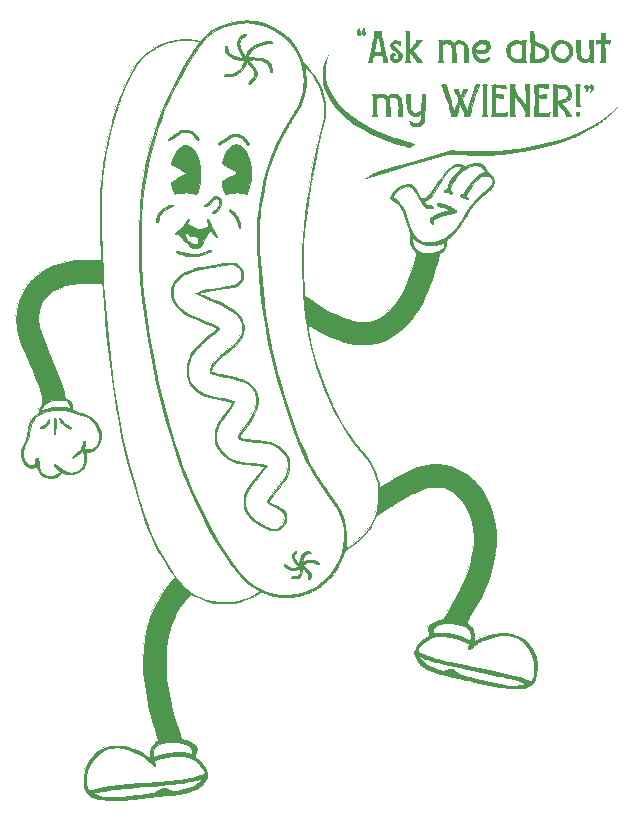
<source format=gto>
G04 #@! TF.GenerationSoftware,KiCad,Pcbnew,8.0.3*
G04 #@! TF.CreationDate,2024-07-03T13:17:04-05:00*
G04 #@! TF.ProjectId,SAO_AMAMW,53414f5f-414d-4414-9d57-2e6b69636164,rev?*
G04 #@! TF.SameCoordinates,Original*
G04 #@! TF.FileFunction,Legend,Top*
G04 #@! TF.FilePolarity,Positive*
%FSLAX46Y46*%
G04 Gerber Fmt 4.6, Leading zero omitted, Abs format (unit mm)*
G04 Created by KiCad (PCBNEW 8.0.3) date 2024-07-03 13:17:04*
%MOMM*%
%LPD*%
G01*
G04 APERTURE LIST*
%ADD10C,0.010000*%
%ADD11O,1.727200X1.727200*%
%ADD12R,1.727200X1.727200*%
%ADD13C,1.727200*%
G04 APERTURE END LIST*
D10*
X163861098Y-71314596D02*
X163924981Y-71387527D01*
X163922245Y-71484014D01*
X163872151Y-71557871D01*
X163798519Y-71615292D01*
X163731217Y-71609551D01*
X163665357Y-71567482D01*
X163610654Y-71486886D01*
X163612230Y-71391767D01*
X163661542Y-71314151D01*
X163740515Y-71285729D01*
X163861098Y-71314596D01*
G36*
X163861098Y-71314596D02*
G01*
X163924981Y-71387527D01*
X163922245Y-71484014D01*
X163872151Y-71557871D01*
X163798519Y-71615292D01*
X163731217Y-71609551D01*
X163665357Y-71567482D01*
X163610654Y-71486886D01*
X163612230Y-71391767D01*
X163661542Y-71314151D01*
X163740515Y-71285729D01*
X163861098Y-71314596D01*
G37*
X145676709Y-64189402D02*
X145664984Y-64260931D01*
X145660115Y-64367572D01*
X145708972Y-64438337D01*
X145729543Y-64453832D01*
X145808445Y-64540980D01*
X145802983Y-64634182D01*
X145753484Y-64699871D01*
X145683368Y-64755769D01*
X145617797Y-64752899D01*
X145555425Y-64720671D01*
X145497095Y-64641954D01*
X145484319Y-64517044D01*
X145516542Y-64370758D01*
X145565544Y-64268979D01*
X145634927Y-64165565D01*
X145671319Y-64139093D01*
X145676709Y-64189402D01*
G36*
X145676709Y-64189402D02*
G01*
X145664984Y-64260931D01*
X145660115Y-64367572D01*
X145708972Y-64438337D01*
X145729543Y-64453832D01*
X145808445Y-64540980D01*
X145802983Y-64634182D01*
X145753484Y-64699871D01*
X145683368Y-64755769D01*
X145617797Y-64752899D01*
X145555425Y-64720671D01*
X145497095Y-64641954D01*
X145484319Y-64517044D01*
X145516542Y-64370758D01*
X145565544Y-64268979D01*
X145634927Y-64165565D01*
X145671319Y-64139093D01*
X145676709Y-64189402D01*
G37*
X164988608Y-68986048D02*
X165042683Y-69048305D01*
X165065499Y-69167349D01*
X165039674Y-69314111D01*
X164974441Y-69454507D01*
X164912583Y-69528677D01*
X164856850Y-69576001D01*
X164844090Y-69566950D01*
X164867525Y-69490761D01*
X164875061Y-69469097D01*
X164901085Y-69370509D01*
X164882874Y-69311612D01*
X164832852Y-69269523D01*
X164756390Y-69177129D01*
X164752773Y-69072979D01*
X164793808Y-69008195D01*
X164890924Y-68960017D01*
X164988608Y-68986048D01*
G36*
X164988608Y-68986048D02*
G01*
X165042683Y-69048305D01*
X165065499Y-69167349D01*
X165039674Y-69314111D01*
X164974441Y-69454507D01*
X164912583Y-69528677D01*
X164856850Y-69576001D01*
X164844090Y-69566950D01*
X164867525Y-69490761D01*
X164875061Y-69469097D01*
X164901085Y-69370509D01*
X164882874Y-69311612D01*
X164832852Y-69269523D01*
X164756390Y-69177129D01*
X164752773Y-69072979D01*
X164793808Y-69008195D01*
X164890924Y-68960017D01*
X164988608Y-68986048D01*
G37*
X164562306Y-68975855D02*
X164607542Y-69008195D01*
X164650715Y-69104192D01*
X164651180Y-69241970D01*
X164609951Y-69390804D01*
X164593754Y-69425164D01*
X164531682Y-69520863D01*
X164487985Y-69546634D01*
X164473625Y-69502697D01*
X164489008Y-69423062D01*
X164506344Y-69332357D01*
X164483645Y-69298298D01*
X164463979Y-69296062D01*
X164393918Y-69260003D01*
X164347220Y-69175776D01*
X164337395Y-69079304D01*
X164360968Y-69022149D01*
X164456006Y-68963438D01*
X164562306Y-68975855D01*
G36*
X164562306Y-68975855D02*
G01*
X164607542Y-69008195D01*
X164650715Y-69104192D01*
X164651180Y-69241970D01*
X164609951Y-69390804D01*
X164593754Y-69425164D01*
X164531682Y-69520863D01*
X164487985Y-69546634D01*
X164473625Y-69502697D01*
X164489008Y-69423062D01*
X164506344Y-69332357D01*
X164483645Y-69298298D01*
X164463979Y-69296062D01*
X164393918Y-69260003D01*
X164347220Y-69175776D01*
X164337395Y-69079304D01*
X164360968Y-69022149D01*
X164456006Y-68963438D01*
X164562306Y-68975855D01*
G37*
X145299191Y-64154184D02*
X145271881Y-64231427D01*
X145235001Y-64343534D01*
X145238766Y-64402812D01*
X145287749Y-64433027D01*
X145312008Y-64439995D01*
X145378597Y-64491723D01*
X145396582Y-64579000D01*
X145372250Y-64672913D01*
X145311889Y-64744550D01*
X145241017Y-64766395D01*
X145180843Y-64734114D01*
X145118670Y-64662171D01*
X145075659Y-64570650D01*
X145080531Y-64473534D01*
X145098121Y-64413290D01*
X145155415Y-64290925D01*
X145228251Y-64194129D01*
X145231141Y-64191457D01*
X145289313Y-64142039D01*
X145299191Y-64154184D01*
G36*
X145299191Y-64154184D02*
G01*
X145271881Y-64231427D01*
X145235001Y-64343534D01*
X145238766Y-64402812D01*
X145287749Y-64433027D01*
X145312008Y-64439995D01*
X145378597Y-64491723D01*
X145396582Y-64579000D01*
X145372250Y-64672913D01*
X145311889Y-64744550D01*
X145241017Y-64766395D01*
X145180843Y-64734114D01*
X145118670Y-64662171D01*
X145075659Y-64570650D01*
X145080531Y-64473534D01*
X145098121Y-64413290D01*
X145155415Y-64290925D01*
X145228251Y-64194129D01*
X145231141Y-64191457D01*
X145289313Y-64142039D01*
X145299191Y-64154184D01*
G37*
X119554493Y-97217319D02*
X119572858Y-97291871D01*
X119581590Y-97428135D01*
X119581680Y-97633725D01*
X119574333Y-97909987D01*
X119561969Y-98193720D01*
X119546679Y-98396841D01*
X119528024Y-98523368D01*
X119505570Y-98577319D01*
X119501686Y-98579456D01*
X119460467Y-98553768D01*
X119426260Y-98460958D01*
X119421673Y-98438786D01*
X119410133Y-98323920D01*
X119406231Y-98159593D01*
X119408959Y-97965205D01*
X119417308Y-97760157D01*
X119430269Y-97563851D01*
X119446833Y-97395687D01*
X119465992Y-97275066D01*
X119484901Y-97222903D01*
X119525504Y-97196868D01*
X119554493Y-97217319D01*
G36*
X119554493Y-97217319D02*
G01*
X119572858Y-97291871D01*
X119581590Y-97428135D01*
X119581680Y-97633725D01*
X119574333Y-97909987D01*
X119561969Y-98193720D01*
X119546679Y-98396841D01*
X119528024Y-98523368D01*
X119505570Y-98577319D01*
X119501686Y-98579456D01*
X119460467Y-98553768D01*
X119426260Y-98460958D01*
X119421673Y-98438786D01*
X119410133Y-98323920D01*
X119406231Y-98159593D01*
X119408959Y-97965205D01*
X119417308Y-97760157D01*
X119430269Y-97563851D01*
X119446833Y-97395687D01*
X119465992Y-97275066D01*
X119484901Y-97222903D01*
X119525504Y-97196868D01*
X119554493Y-97217319D01*
G37*
X119042956Y-97326728D02*
X119054951Y-97366570D01*
X119038953Y-97451380D01*
X118980403Y-97574302D01*
X118894643Y-97711670D01*
X118797019Y-97839820D01*
X118702874Y-97935088D01*
X118671902Y-97957321D01*
X118567780Y-98003011D01*
X118447420Y-98031470D01*
X118334623Y-98040879D01*
X118253190Y-98029419D01*
X118226923Y-97995270D01*
X118228000Y-97991252D01*
X118275226Y-97951445D01*
X118376658Y-97905909D01*
X118440708Y-97884863D01*
X118602106Y-97813588D01*
X118729244Y-97696128D01*
X118837450Y-97516392D01*
X118877768Y-97426087D01*
X118937231Y-97326845D01*
X118997244Y-97292063D01*
X119042956Y-97326728D01*
G36*
X119042956Y-97326728D02*
G01*
X119054951Y-97366570D01*
X119038953Y-97451380D01*
X118980403Y-97574302D01*
X118894643Y-97711670D01*
X118797019Y-97839820D01*
X118702874Y-97935088D01*
X118671902Y-97957321D01*
X118567780Y-98003011D01*
X118447420Y-98031470D01*
X118334623Y-98040879D01*
X118253190Y-98029419D01*
X118226923Y-97995270D01*
X118228000Y-97991252D01*
X118275226Y-97951445D01*
X118376658Y-97905909D01*
X118440708Y-97884863D01*
X118602106Y-97813588D01*
X118729244Y-97696128D01*
X118837450Y-97516392D01*
X118877768Y-97426087D01*
X118937231Y-97326845D01*
X118997244Y-97292063D01*
X119042956Y-97326728D01*
G37*
X119992830Y-97227223D02*
X120056015Y-97312905D01*
X120098288Y-97380846D01*
X120217499Y-97534312D01*
X120400140Y-97689489D01*
X120515060Y-97768710D01*
X120683440Y-97879144D01*
X120791424Y-97952936D01*
X120849346Y-97999979D01*
X120867543Y-98030164D01*
X120856349Y-98053386D01*
X120833396Y-98073416D01*
X120779190Y-98088862D01*
X120691824Y-98060119D01*
X120567018Y-97989604D01*
X120414516Y-97890258D01*
X120261984Y-97783106D01*
X120196157Y-97733418D01*
X120081417Y-97624509D01*
X119987872Y-97501728D01*
X119922814Y-97381243D01*
X119893532Y-97279225D01*
X119907317Y-97211842D01*
X119952817Y-97193729D01*
X119992830Y-97227223D01*
G36*
X119992830Y-97227223D02*
G01*
X120056015Y-97312905D01*
X120098288Y-97380846D01*
X120217499Y-97534312D01*
X120400140Y-97689489D01*
X120515060Y-97768710D01*
X120683440Y-97879144D01*
X120791424Y-97952936D01*
X120849346Y-97999979D01*
X120867543Y-98030164D01*
X120856349Y-98053386D01*
X120833396Y-98073416D01*
X120779190Y-98088862D01*
X120691824Y-98060119D01*
X120567018Y-97989604D01*
X120414516Y-97890258D01*
X120261984Y-97783106D01*
X120196157Y-97733418D01*
X120081417Y-97624509D01*
X119987872Y-97501728D01*
X119922814Y-97381243D01*
X119893532Y-97279225D01*
X119907317Y-97211842D01*
X119952817Y-97193729D01*
X119992830Y-97227223D01*
G37*
X134425059Y-79573457D02*
X134528364Y-79661353D01*
X134651644Y-79788987D01*
X134781521Y-79940927D01*
X134904615Y-80101741D01*
X135007546Y-80255999D01*
X135063056Y-80357250D01*
X135142400Y-80547509D01*
X135197213Y-80727351D01*
X135226392Y-80883914D01*
X135228834Y-81004334D01*
X135203437Y-81075749D01*
X135149097Y-81085294D01*
X135124383Y-81072519D01*
X135090864Y-81017927D01*
X135051672Y-80907773D01*
X135026030Y-80810729D01*
X134912960Y-80478002D01*
X134729658Y-80170398D01*
X134503152Y-79908970D01*
X134365721Y-79756680D01*
X134292807Y-79642147D01*
X134285874Y-79569014D01*
X134346386Y-79540923D01*
X134355109Y-79540729D01*
X134425059Y-79573457D01*
G36*
X134425059Y-79573457D02*
G01*
X134528364Y-79661353D01*
X134651644Y-79788987D01*
X134781521Y-79940927D01*
X134904615Y-80101741D01*
X135007546Y-80255999D01*
X135063056Y-80357250D01*
X135142400Y-80547509D01*
X135197213Y-80727351D01*
X135226392Y-80883914D01*
X135228834Y-81004334D01*
X135203437Y-81075749D01*
X135149097Y-81085294D01*
X135124383Y-81072519D01*
X135090864Y-81017927D01*
X135051672Y-80907773D01*
X135026030Y-80810729D01*
X134912960Y-80478002D01*
X134729658Y-80170398D01*
X134503152Y-79908970D01*
X134365721Y-79756680D01*
X134292807Y-79642147D01*
X134285874Y-79569014D01*
X134346386Y-79540923D01*
X134355109Y-79540729D01*
X134425059Y-79573457D01*
G37*
X129505992Y-79168972D02*
X129518537Y-79202338D01*
X129515318Y-79224975D01*
X129464812Y-79289425D01*
X129336041Y-79350351D01*
X129267575Y-79372571D01*
X128950435Y-79490620D01*
X128703360Y-79632754D01*
X128582254Y-79737935D01*
X128470293Y-79887268D01*
X128375076Y-80069478D01*
X128311971Y-80250840D01*
X128294938Y-80368345D01*
X128275166Y-80483201D01*
X128228213Y-80564223D01*
X128169874Y-80597841D01*
X128115947Y-80570485D01*
X128098305Y-80537269D01*
X128092211Y-80447218D01*
X128112338Y-80306484D01*
X128152349Y-80142543D01*
X128205906Y-79982867D01*
X128247941Y-79888580D01*
X128405314Y-79666455D01*
X128626162Y-79469496D01*
X128890108Y-79311170D01*
X129176772Y-79204940D01*
X129328351Y-79174718D01*
X129449076Y-79161507D01*
X129505992Y-79168972D01*
G36*
X129505992Y-79168972D02*
G01*
X129518537Y-79202338D01*
X129515318Y-79224975D01*
X129464812Y-79289425D01*
X129336041Y-79350351D01*
X129267575Y-79372571D01*
X128950435Y-79490620D01*
X128703360Y-79632754D01*
X128582254Y-79737935D01*
X128470293Y-79887268D01*
X128375076Y-80069478D01*
X128311971Y-80250840D01*
X128294938Y-80368345D01*
X128275166Y-80483201D01*
X128228213Y-80564223D01*
X128169874Y-80597841D01*
X128115947Y-80570485D01*
X128098305Y-80537269D01*
X128092211Y-80447218D01*
X128112338Y-80306484D01*
X128152349Y-80142543D01*
X128205906Y-79982867D01*
X128247941Y-79888580D01*
X128405314Y-79666455D01*
X128626162Y-79469496D01*
X128890108Y-79311170D01*
X129176772Y-79204940D01*
X129328351Y-79174718D01*
X129449076Y-79161507D01*
X129505992Y-79168972D01*
G37*
X163893962Y-68960070D02*
X163950611Y-68973416D01*
X163955943Y-69005415D01*
X163940164Y-69039279D01*
X163924800Y-69110318D01*
X163912119Y-69253448D01*
X163902768Y-69456113D01*
X163897394Y-69705762D01*
X163896342Y-69888729D01*
X163898758Y-70162348D01*
X163905577Y-70397206D01*
X163916150Y-70580751D01*
X163929830Y-70700428D01*
X163940164Y-70738178D01*
X163959791Y-70790224D01*
X163932439Y-70813818D01*
X163841048Y-70819960D01*
X163813164Y-70820062D01*
X163642342Y-70820062D01*
X163642342Y-69970612D01*
X163640141Y-69675422D01*
X163633877Y-69423518D01*
X163624058Y-69225690D01*
X163611192Y-69092727D01*
X163598519Y-69039279D01*
X163579795Y-68991192D01*
X163601755Y-68966857D01*
X163681053Y-68958290D01*
X163769342Y-68957395D01*
X163893962Y-68960070D01*
G36*
X163893962Y-68960070D02*
G01*
X163950611Y-68973416D01*
X163955943Y-69005415D01*
X163940164Y-69039279D01*
X163924800Y-69110318D01*
X163912119Y-69253448D01*
X163902768Y-69456113D01*
X163897394Y-69705762D01*
X163896342Y-69888729D01*
X163898758Y-70162348D01*
X163905577Y-70397206D01*
X163916150Y-70580751D01*
X163929830Y-70700428D01*
X163940164Y-70738178D01*
X163959791Y-70790224D01*
X163932439Y-70813818D01*
X163841048Y-70819960D01*
X163813164Y-70820062D01*
X163642342Y-70820062D01*
X163642342Y-69970612D01*
X163640141Y-69675422D01*
X163633877Y-69423518D01*
X163624058Y-69225690D01*
X163611192Y-69092727D01*
X163598519Y-69039279D01*
X163579795Y-68991192D01*
X163601755Y-68966857D01*
X163681053Y-68958290D01*
X163769342Y-68957395D01*
X163893962Y-68960070D01*
G37*
X132737454Y-82953350D02*
X132745567Y-82959354D01*
X132772231Y-83016392D01*
X132731803Y-83075842D01*
X132617982Y-83144540D01*
X132542495Y-83179694D01*
X132103014Y-83343902D01*
X131663696Y-83450701D01*
X131241465Y-83497187D01*
X130853247Y-83480456D01*
X130818996Y-83475510D01*
X130654143Y-83444735D01*
X130458047Y-83400166D01*
X130254582Y-83348159D01*
X130067624Y-83295069D01*
X129921048Y-83247252D01*
X129849758Y-83217517D01*
X129789219Y-83155478D01*
X129777958Y-83081303D01*
X129807425Y-83040371D01*
X129858888Y-83044185D01*
X129971925Y-83069775D01*
X130127670Y-83112514D01*
X130241342Y-83146821D01*
X130685700Y-83258131D01*
X131106084Y-83302916D01*
X131520882Y-83280319D01*
X131948487Y-83189483D01*
X132361242Y-83047981D01*
X132549203Y-82979214D01*
X132671591Y-82948365D01*
X132737454Y-82953350D01*
G36*
X132737454Y-82953350D02*
G01*
X132745567Y-82959354D01*
X132772231Y-83016392D01*
X132731803Y-83075842D01*
X132617982Y-83144540D01*
X132542495Y-83179694D01*
X132103014Y-83343902D01*
X131663696Y-83450701D01*
X131241465Y-83497187D01*
X130853247Y-83480456D01*
X130818996Y-83475510D01*
X130654143Y-83444735D01*
X130458047Y-83400166D01*
X130254582Y-83348159D01*
X130067624Y-83295069D01*
X129921048Y-83247252D01*
X129849758Y-83217517D01*
X129789219Y-83155478D01*
X129777958Y-83081303D01*
X129807425Y-83040371D01*
X129858888Y-83044185D01*
X129971925Y-83069775D01*
X130127670Y-83112514D01*
X130241342Y-83146821D01*
X130685700Y-83258131D01*
X131106084Y-83302916D01*
X131520882Y-83280319D01*
X131948487Y-83189483D01*
X132361242Y-83047981D01*
X132549203Y-82979214D01*
X132671591Y-82948365D01*
X132737454Y-82953350D01*
G37*
X166055342Y-65200501D02*
X166267008Y-65180162D01*
X166478675Y-65159824D01*
X166478675Y-65345599D01*
X166475257Y-65458529D01*
X166458478Y-65503841D01*
X166418545Y-65498507D01*
X166396791Y-65487551D01*
X166294492Y-65455433D01*
X166183354Y-65443729D01*
X166051801Y-65443729D01*
X166064155Y-66248109D01*
X166076508Y-67052489D01*
X165866958Y-67052442D01*
X165744977Y-67048068D01*
X165695742Y-67032542D01*
X165707656Y-67002150D01*
X165708208Y-67001595D01*
X165728856Y-66947507D01*
X165743860Y-66828684D01*
X165753576Y-66639531D01*
X165758355Y-66374452D01*
X165759008Y-66197262D01*
X165759008Y-65443729D01*
X165629225Y-65443729D01*
X165506848Y-65458019D01*
X165417558Y-65487551D01*
X165366976Y-65506868D01*
X165343046Y-65481606D01*
X165335977Y-65394792D01*
X165335675Y-65345599D01*
X165335675Y-65159824D01*
X165769227Y-65201482D01*
X165752150Y-64899272D01*
X165735074Y-64597062D01*
X166055342Y-64597062D01*
X166055342Y-65200501D01*
G36*
X166055342Y-65200501D02*
G01*
X166267008Y-65180162D01*
X166478675Y-65159824D01*
X166478675Y-65345599D01*
X166475257Y-65458529D01*
X166458478Y-65503841D01*
X166418545Y-65498507D01*
X166396791Y-65487551D01*
X166294492Y-65455433D01*
X166183354Y-65443729D01*
X166051801Y-65443729D01*
X166064155Y-66248109D01*
X166076508Y-67052489D01*
X165866958Y-67052442D01*
X165744977Y-67048068D01*
X165695742Y-67032542D01*
X165707656Y-67002150D01*
X165708208Y-67001595D01*
X165728856Y-66947507D01*
X165743860Y-66828684D01*
X165753576Y-66639531D01*
X165758355Y-66374452D01*
X165759008Y-66197262D01*
X165759008Y-65443729D01*
X165629225Y-65443729D01*
X165506848Y-65458019D01*
X165417558Y-65487551D01*
X165366976Y-65506868D01*
X165343046Y-65481606D01*
X165335977Y-65394792D01*
X165335675Y-65345599D01*
X165335675Y-65159824D01*
X165769227Y-65201482D01*
X165752150Y-64899272D01*
X165735074Y-64597062D01*
X166055342Y-64597062D01*
X166055342Y-65200501D01*
G37*
X134950941Y-73160841D02*
X135241067Y-73227687D01*
X135498781Y-73369966D01*
X135716372Y-73582129D01*
X135867822Y-73820798D01*
X135912362Y-73930457D01*
X135927971Y-74013392D01*
X135925771Y-74026812D01*
X135878307Y-74077265D01*
X135809850Y-74059320D01*
X135738629Y-73979613D01*
X135723804Y-73953300D01*
X135564304Y-73720573D01*
X135356349Y-73530122D01*
X135118215Y-73394127D01*
X134868177Y-73324764D01*
X134771008Y-73318403D01*
X134660617Y-73324133D01*
X134557812Y-73346592D01*
X134447234Y-73393398D01*
X134313520Y-73472168D01*
X134141310Y-73590518D01*
X133969524Y-73715842D01*
X133768782Y-73862156D01*
X133622863Y-73962475D01*
X133520224Y-74023380D01*
X133449324Y-74051451D01*
X133398619Y-74053268D01*
X133384592Y-74049314D01*
X133335048Y-74008193D01*
X133357502Y-73943589D01*
X133454152Y-73852410D01*
X133596258Y-73751720D01*
X133774671Y-73632840D01*
X133968975Y-73501262D01*
X134107333Y-73406084D01*
X134356571Y-73257918D01*
X134592190Y-73176668D01*
X134840616Y-73154653D01*
X134950941Y-73160841D01*
G36*
X134950941Y-73160841D02*
G01*
X135241067Y-73227687D01*
X135498781Y-73369966D01*
X135716372Y-73582129D01*
X135867822Y-73820798D01*
X135912362Y-73930457D01*
X135927971Y-74013392D01*
X135925771Y-74026812D01*
X135878307Y-74077265D01*
X135809850Y-74059320D01*
X135738629Y-73979613D01*
X135723804Y-73953300D01*
X135564304Y-73720573D01*
X135356349Y-73530122D01*
X135118215Y-73394127D01*
X134868177Y-73324764D01*
X134771008Y-73318403D01*
X134660617Y-73324133D01*
X134557812Y-73346592D01*
X134447234Y-73393398D01*
X134313520Y-73472168D01*
X134141310Y-73590518D01*
X133969524Y-73715842D01*
X133768782Y-73862156D01*
X133622863Y-73962475D01*
X133520224Y-74023380D01*
X133449324Y-74051451D01*
X133398619Y-74053268D01*
X133384592Y-74049314D01*
X133335048Y-74008193D01*
X133357502Y-73943589D01*
X133454152Y-73852410D01*
X133596258Y-73751720D01*
X133774671Y-73632840D01*
X133968975Y-73501262D01*
X134107333Y-73406084D01*
X134356571Y-73257918D01*
X134592190Y-73176668D01*
X134840616Y-73154653D01*
X134950941Y-73160841D01*
G37*
X156020010Y-68959945D02*
X156076679Y-68973108D01*
X156081980Y-69005155D01*
X156064875Y-69041688D01*
X156053120Y-69106131D01*
X156043905Y-69241662D01*
X156037149Y-69434745D01*
X156032771Y-69671840D01*
X156030691Y-69939411D01*
X156030828Y-70223919D01*
X156033103Y-70511828D01*
X156037434Y-70789599D01*
X156043741Y-71043696D01*
X156051943Y-71260579D01*
X156061961Y-71426712D01*
X156073713Y-71528556D01*
X156079787Y-71550312D01*
X156091623Y-71593745D01*
X156060769Y-71615940D01*
X155970450Y-71623746D01*
X155898381Y-71624395D01*
X155772583Y-71621783D01*
X155714798Y-71608732D01*
X155708413Y-71577416D01*
X155724519Y-71542512D01*
X155738291Y-71473486D01*
X155749743Y-71326169D01*
X155758652Y-71106909D01*
X155764796Y-70822055D01*
X155767953Y-70477956D01*
X155768342Y-70290895D01*
X155766720Y-69920251D01*
X155762002Y-69605761D01*
X155754412Y-69353773D01*
X155744170Y-69170638D01*
X155731500Y-69062704D01*
X155724519Y-69039279D01*
X155705795Y-68991192D01*
X155727755Y-68966857D01*
X155807053Y-68958290D01*
X155895342Y-68957395D01*
X156020010Y-68959945D01*
G36*
X156020010Y-68959945D02*
G01*
X156076679Y-68973108D01*
X156081980Y-69005155D01*
X156064875Y-69041688D01*
X156053120Y-69106131D01*
X156043905Y-69241662D01*
X156037149Y-69434745D01*
X156032771Y-69671840D01*
X156030691Y-69939411D01*
X156030828Y-70223919D01*
X156033103Y-70511828D01*
X156037434Y-70789599D01*
X156043741Y-71043696D01*
X156051943Y-71260579D01*
X156061961Y-71426712D01*
X156073713Y-71528556D01*
X156079787Y-71550312D01*
X156091623Y-71593745D01*
X156060769Y-71615940D01*
X155970450Y-71623746D01*
X155898381Y-71624395D01*
X155772583Y-71621783D01*
X155714798Y-71608732D01*
X155708413Y-71577416D01*
X155724519Y-71542512D01*
X155738291Y-71473486D01*
X155749743Y-71326169D01*
X155758652Y-71106909D01*
X155764796Y-70822055D01*
X155767953Y-70477956D01*
X155768342Y-70290895D01*
X155766720Y-69920251D01*
X155762002Y-69605761D01*
X155754412Y-69353773D01*
X155744170Y-69170638D01*
X155731500Y-69062704D01*
X155724519Y-69039279D01*
X155705795Y-68991192D01*
X155727755Y-68966857D01*
X155807053Y-68958290D01*
X155895342Y-68957395D01*
X156020010Y-68959945D01*
G37*
X130795346Y-72798043D02*
X131037775Y-72870620D01*
X131072023Y-72887192D01*
X131229599Y-72990222D01*
X131384834Y-73128492D01*
X131521784Y-73283273D01*
X131624506Y-73435830D01*
X131677058Y-73567432D01*
X131680675Y-73602315D01*
X131662514Y-73682340D01*
X131611210Y-73688997D01*
X131531534Y-73624619D01*
X131428257Y-73491542D01*
X131415458Y-73472505D01*
X131228008Y-73248613D01*
X131007302Y-73081511D01*
X130767641Y-72977767D01*
X130523325Y-72943948D01*
X130328528Y-72973305D01*
X130218126Y-73022098D01*
X130071219Y-73107652D01*
X129916665Y-73212913D01*
X129892204Y-73231163D01*
X129705910Y-73368236D01*
X129526953Y-73492873D01*
X129369781Y-73595674D01*
X129248844Y-73667240D01*
X129178590Y-73698174D01*
X129173391Y-73698729D01*
X129129533Y-73665022D01*
X129112950Y-73633403D01*
X129099184Y-73569267D01*
X129103695Y-73553879D01*
X129195533Y-73482130D01*
X129338143Y-73383010D01*
X129514112Y-73267352D01*
X129706027Y-73145990D01*
X129896475Y-73029757D01*
X130068042Y-72929486D01*
X130203315Y-72856011D01*
X130281386Y-72821191D01*
X130530351Y-72780492D01*
X130795346Y-72798043D01*
G36*
X130795346Y-72798043D02*
G01*
X131037775Y-72870620D01*
X131072023Y-72887192D01*
X131229599Y-72990222D01*
X131384834Y-73128492D01*
X131521784Y-73283273D01*
X131624506Y-73435830D01*
X131677058Y-73567432D01*
X131680675Y-73602315D01*
X131662514Y-73682340D01*
X131611210Y-73688997D01*
X131531534Y-73624619D01*
X131428257Y-73491542D01*
X131415458Y-73472505D01*
X131228008Y-73248613D01*
X131007302Y-73081511D01*
X130767641Y-72977767D01*
X130523325Y-72943948D01*
X130328528Y-72973305D01*
X130218126Y-73022098D01*
X130071219Y-73107652D01*
X129916665Y-73212913D01*
X129892204Y-73231163D01*
X129705910Y-73368236D01*
X129526953Y-73492873D01*
X129369781Y-73595674D01*
X129248844Y-73667240D01*
X129178590Y-73698174D01*
X129173391Y-73698729D01*
X129129533Y-73665022D01*
X129112950Y-73633403D01*
X129099184Y-73569267D01*
X129103695Y-73553879D01*
X129195533Y-73482130D01*
X129338143Y-73383010D01*
X129514112Y-73267352D01*
X129706027Y-73145990D01*
X129896475Y-73029757D01*
X130068042Y-72929486D01*
X130203315Y-72856011D01*
X130281386Y-72821191D01*
X130530351Y-72780492D01*
X130795346Y-72798043D01*
G37*
X152094249Y-78991896D02*
X152262798Y-79037627D01*
X152460970Y-79102973D01*
X152673018Y-79182638D01*
X152883195Y-79271327D01*
X153075755Y-79363744D01*
X153122508Y-79388554D01*
X153289232Y-79483225D01*
X153392330Y-79553894D01*
X153445164Y-79611788D01*
X153461094Y-79668139D01*
X153461175Y-79673165D01*
X153445937Y-79742619D01*
X153385541Y-79785054D01*
X153291842Y-79811183D01*
X152845583Y-79914282D01*
X152478048Y-80008020D01*
X152183995Y-80093897D01*
X151958182Y-80173415D01*
X151831342Y-80229339D01*
X151556175Y-80366229D01*
X151556175Y-80555711D01*
X151539043Y-80695035D01*
X151490546Y-80759121D01*
X151415030Y-80745354D01*
X151344021Y-80683190D01*
X151283113Y-80566849D01*
X151264075Y-80442119D01*
X151303218Y-80294695D01*
X151421408Y-80155227D01*
X151619788Y-80023074D01*
X151899500Y-79897595D01*
X152261687Y-79778149D01*
X152609551Y-79686991D01*
X152995508Y-79594698D01*
X152783842Y-79498986D01*
X152637722Y-79438194D01*
X152448837Y-79366713D01*
X152255299Y-79298901D01*
X152234042Y-79291847D01*
X152031391Y-79214174D01*
X151910028Y-79140198D01*
X151866841Y-79066937D01*
X151898714Y-78991406D01*
X151909008Y-78980462D01*
X151971070Y-78971076D01*
X152094249Y-78991896D01*
G36*
X152094249Y-78991896D02*
G01*
X152262798Y-79037627D01*
X152460970Y-79102973D01*
X152673018Y-79182638D01*
X152883195Y-79271327D01*
X153075755Y-79363744D01*
X153122508Y-79388554D01*
X153289232Y-79483225D01*
X153392330Y-79553894D01*
X153445164Y-79611788D01*
X153461094Y-79668139D01*
X153461175Y-79673165D01*
X153445937Y-79742619D01*
X153385541Y-79785054D01*
X153291842Y-79811183D01*
X152845583Y-79914282D01*
X152478048Y-80008020D01*
X152183995Y-80093897D01*
X151958182Y-80173415D01*
X151831342Y-80229339D01*
X151556175Y-80366229D01*
X151556175Y-80555711D01*
X151539043Y-80695035D01*
X151490546Y-80759121D01*
X151415030Y-80745354D01*
X151344021Y-80683190D01*
X151283113Y-80566849D01*
X151264075Y-80442119D01*
X151303218Y-80294695D01*
X151421408Y-80155227D01*
X151619788Y-80023074D01*
X151899500Y-79897595D01*
X152261687Y-79778149D01*
X152609551Y-79686991D01*
X152995508Y-79594698D01*
X152783842Y-79498986D01*
X152637722Y-79438194D01*
X152448837Y-79366713D01*
X152255299Y-79298901D01*
X152234042Y-79291847D01*
X152031391Y-79214174D01*
X151910028Y-79140198D01*
X151866841Y-79066937D01*
X151898714Y-78991406D01*
X151909008Y-78980462D01*
X151971070Y-78971076D01*
X152094249Y-78991896D01*
G37*
X133365166Y-78469569D02*
X133495481Y-78584868D01*
X133585952Y-78744412D01*
X133616417Y-78874539D01*
X133601719Y-79110451D01*
X133509400Y-79343803D01*
X133345927Y-79562156D01*
X133184333Y-79705724D01*
X133041407Y-79809310D01*
X132947826Y-79863132D01*
X132888733Y-79872620D01*
X132849270Y-79843204D01*
X132841181Y-79831139D01*
X132855950Y-79779789D01*
X132927065Y-79687878D01*
X133044736Y-79567708D01*
X133068627Y-79545389D01*
X133226061Y-79393536D01*
X133328058Y-79273480D01*
X133386087Y-79165131D01*
X133411614Y-79048399D01*
X133416342Y-78936239D01*
X133389739Y-78764009D01*
X133308872Y-78656241D01*
X133172146Y-78611109D01*
X133131200Y-78609395D01*
X133047327Y-78622348D01*
X132967894Y-78671023D01*
X132872384Y-78770147D01*
X132821504Y-78831645D01*
X132640470Y-79042334D01*
X132491253Y-79184269D01*
X132366277Y-79263638D01*
X132264357Y-79286729D01*
X132170101Y-79265137D01*
X132142385Y-79212530D01*
X132178892Y-79147158D01*
X132277307Y-79087273D01*
X132290300Y-79082348D01*
X132415987Y-79005573D01*
X132557154Y-78866748D01*
X132614865Y-78796192D01*
X132723151Y-78663522D01*
X132827750Y-78548007D01*
X132899949Y-78479910D01*
X133050921Y-78408013D01*
X133211486Y-78407592D01*
X133365166Y-78469569D01*
G36*
X133365166Y-78469569D02*
G01*
X133495481Y-78584868D01*
X133585952Y-78744412D01*
X133616417Y-78874539D01*
X133601719Y-79110451D01*
X133509400Y-79343803D01*
X133345927Y-79562156D01*
X133184333Y-79705724D01*
X133041407Y-79809310D01*
X132947826Y-79863132D01*
X132888733Y-79872620D01*
X132849270Y-79843204D01*
X132841181Y-79831139D01*
X132855950Y-79779789D01*
X132927065Y-79687878D01*
X133044736Y-79567708D01*
X133068627Y-79545389D01*
X133226061Y-79393536D01*
X133328058Y-79273480D01*
X133386087Y-79165131D01*
X133411614Y-79048399D01*
X133416342Y-78936239D01*
X133389739Y-78764009D01*
X133308872Y-78656241D01*
X133172146Y-78611109D01*
X133131200Y-78609395D01*
X133047327Y-78622348D01*
X132967894Y-78671023D01*
X132872384Y-78770147D01*
X132821504Y-78831645D01*
X132640470Y-79042334D01*
X132491253Y-79184269D01*
X132366277Y-79263638D01*
X132264357Y-79286729D01*
X132170101Y-79265137D01*
X132142385Y-79212530D01*
X132178892Y-79147158D01*
X132277307Y-79087273D01*
X132290300Y-79082348D01*
X132415987Y-79005573D01*
X132557154Y-78866748D01*
X132614865Y-78796192D01*
X132723151Y-78663522D01*
X132827750Y-78548007D01*
X132899949Y-78479910D01*
X133050921Y-78408013D01*
X133211486Y-78407592D01*
X133365166Y-78469569D01*
G37*
X162709993Y-65253641D02*
X162945834Y-65361467D01*
X163132481Y-65532865D01*
X163262749Y-65761030D01*
X163329449Y-66039162D01*
X163332234Y-66068129D01*
X163337893Y-66225133D01*
X163317221Y-66350594D01*
X163261138Y-66488055D01*
X163232971Y-66544133D01*
X163078226Y-66774710D01*
X162886935Y-66930728D01*
X162652143Y-67016955D01*
X162516469Y-67035371D01*
X162276304Y-67031417D01*
X162097175Y-66991358D01*
X161873887Y-66867185D01*
X161702573Y-66687097D01*
X161588362Y-66465705D01*
X161536383Y-66217619D01*
X161545810Y-66058162D01*
X161796521Y-66058162D01*
X161806992Y-66287430D01*
X161884257Y-66484895D01*
X162014968Y-66641448D01*
X162185777Y-66747981D01*
X162383336Y-66795385D01*
X162594297Y-66774554D01*
X162751391Y-66709738D01*
X162918477Y-66571973D01*
X163025009Y-66391960D01*
X163070495Y-66187125D01*
X163054441Y-65974894D01*
X162976355Y-65772693D01*
X162835746Y-65597949D01*
X162784012Y-65555499D01*
X162636309Y-65489097D01*
X162450936Y-65464530D01*
X162263183Y-65481890D01*
X162108338Y-65541269D01*
X162090287Y-65553689D01*
X161924615Y-65712020D01*
X161829391Y-65896227D01*
X161796521Y-66058162D01*
X161545810Y-66058162D01*
X161551765Y-65957453D01*
X161639637Y-65699815D01*
X161642092Y-65694942D01*
X161796534Y-65468918D01*
X161994895Y-65315065D01*
X162238895Y-65232342D01*
X162432145Y-65216187D01*
X162709993Y-65253641D01*
G36*
X162709993Y-65253641D02*
G01*
X162945834Y-65361467D01*
X163132481Y-65532865D01*
X163262749Y-65761030D01*
X163329449Y-66039162D01*
X163332234Y-66068129D01*
X163337893Y-66225133D01*
X163317221Y-66350594D01*
X163261138Y-66488055D01*
X163232971Y-66544133D01*
X163078226Y-66774710D01*
X162886935Y-66930728D01*
X162652143Y-67016955D01*
X162516469Y-67035371D01*
X162276304Y-67031417D01*
X162097175Y-66991358D01*
X161873887Y-66867185D01*
X161702573Y-66687097D01*
X161588362Y-66465705D01*
X161536383Y-66217619D01*
X161545810Y-66058162D01*
X161796521Y-66058162D01*
X161806992Y-66287430D01*
X161884257Y-66484895D01*
X162014968Y-66641448D01*
X162185777Y-66747981D01*
X162383336Y-66795385D01*
X162594297Y-66774554D01*
X162751391Y-66709738D01*
X162918477Y-66571973D01*
X163025009Y-66391960D01*
X163070495Y-66187125D01*
X163054441Y-65974894D01*
X162976355Y-65772693D01*
X162835746Y-65597949D01*
X162784012Y-65555499D01*
X162636309Y-65489097D01*
X162450936Y-65464530D01*
X162263183Y-65481890D01*
X162108338Y-65541269D01*
X162090287Y-65553689D01*
X161924615Y-65712020D01*
X161829391Y-65896227D01*
X161796521Y-66058162D01*
X161545810Y-66058162D01*
X161551765Y-65957453D01*
X161639637Y-65699815D01*
X161642092Y-65694942D01*
X161796534Y-65468918D01*
X161994895Y-65315065D01*
X162238895Y-65232342D01*
X162432145Y-65216187D01*
X162709993Y-65253641D01*
G37*
X135066056Y-74078046D02*
X135283682Y-74194648D01*
X135483603Y-74379179D01*
X135662366Y-74623614D01*
X135816513Y-74919929D01*
X135942591Y-75260101D01*
X136037143Y-75636106D01*
X136096715Y-76039920D01*
X136117852Y-76463518D01*
X136097098Y-76898878D01*
X136091103Y-76956284D01*
X136044351Y-77279806D01*
X135979598Y-77589962D01*
X135902465Y-77864109D01*
X135818574Y-78079604D01*
X135805846Y-78105293D01*
X135749415Y-78215024D01*
X135482462Y-78159092D01*
X135210318Y-78120247D01*
X134902958Y-78105415D01*
X134595218Y-78114456D01*
X134321932Y-78147231D01*
X134241842Y-78164048D01*
X134083771Y-78201922D01*
X133988076Y-78218184D01*
X133934315Y-78208829D01*
X133902047Y-78169850D01*
X133870831Y-78097242D01*
X133868164Y-78090812D01*
X133766882Y-77820639D01*
X133695204Y-77572494D01*
X133659619Y-77369521D01*
X133657545Y-77339515D01*
X133649175Y-77163142D01*
X134257277Y-76810383D01*
X134462555Y-76690443D01*
X134642606Y-76583621D01*
X134784403Y-76497774D01*
X134874917Y-76440761D01*
X134900770Y-76422234D01*
X134877460Y-76391067D01*
X134791023Y-76326252D01*
X134652452Y-76235057D01*
X134472744Y-76124751D01*
X134285114Y-76015252D01*
X133634067Y-75643662D01*
X133717748Y-75341690D01*
X133841733Y-74980207D01*
X133997247Y-74666837D01*
X134178154Y-74408746D01*
X134378321Y-74213103D01*
X134591613Y-74087072D01*
X134811895Y-74037821D01*
X134834181Y-74037395D01*
X135066056Y-74078046D01*
G36*
X135066056Y-74078046D02*
G01*
X135283682Y-74194648D01*
X135483603Y-74379179D01*
X135662366Y-74623614D01*
X135816513Y-74919929D01*
X135942591Y-75260101D01*
X136037143Y-75636106D01*
X136096715Y-76039920D01*
X136117852Y-76463518D01*
X136097098Y-76898878D01*
X136091103Y-76956284D01*
X136044351Y-77279806D01*
X135979598Y-77589962D01*
X135902465Y-77864109D01*
X135818574Y-78079604D01*
X135805846Y-78105293D01*
X135749415Y-78215024D01*
X135482462Y-78159092D01*
X135210318Y-78120247D01*
X134902958Y-78105415D01*
X134595218Y-78114456D01*
X134321932Y-78147231D01*
X134241842Y-78164048D01*
X134083771Y-78201922D01*
X133988076Y-78218184D01*
X133934315Y-78208829D01*
X133902047Y-78169850D01*
X133870831Y-78097242D01*
X133868164Y-78090812D01*
X133766882Y-77820639D01*
X133695204Y-77572494D01*
X133659619Y-77369521D01*
X133657545Y-77339515D01*
X133649175Y-77163142D01*
X134257277Y-76810383D01*
X134462555Y-76690443D01*
X134642606Y-76583621D01*
X134784403Y-76497774D01*
X134874917Y-76440761D01*
X134900770Y-76422234D01*
X134877460Y-76391067D01*
X134791023Y-76326252D01*
X134652452Y-76235057D01*
X134472744Y-76124751D01*
X134285114Y-76015252D01*
X133634067Y-75643662D01*
X133717748Y-75341690D01*
X133841733Y-74980207D01*
X133997247Y-74666837D01*
X134178154Y-74408746D01*
X134378321Y-74213103D01*
X134591613Y-74087072D01*
X134811895Y-74037821D01*
X134834181Y-74037395D01*
X135066056Y-74078046D01*
G37*
X158407038Y-68961741D02*
X158456274Y-68977253D01*
X158444361Y-69007639D01*
X158443808Y-69008195D01*
X158394031Y-69115376D01*
X158402649Y-69269345D01*
X158465614Y-69459711D01*
X158578879Y-69676084D01*
X158738397Y-69908073D01*
X158845810Y-70040223D01*
X158978870Y-70198534D01*
X159108585Y-70358658D01*
X159211769Y-70491829D01*
X159232119Y-70519497D01*
X159366675Y-70705765D01*
X159366675Y-69882380D01*
X159364723Y-69561473D01*
X159358639Y-69319229D01*
X159348078Y-69149729D01*
X159332697Y-69047055D01*
X159315875Y-69008195D01*
X159303178Y-68977571D01*
X159351466Y-68961874D01*
X159472333Y-68957396D01*
X159474625Y-68957395D01*
X159684175Y-68957395D01*
X159684175Y-71624395D01*
X159481602Y-71624395D01*
X159361756Y-71621445D01*
X159309719Y-71606817D01*
X159308688Y-71571842D01*
X159322852Y-71542512D01*
X159358593Y-71432632D01*
X159366675Y-71358773D01*
X159339747Y-71231825D01*
X159265870Y-71061055D01*
X159155403Y-70864961D01*
X159018705Y-70662043D01*
X158875363Y-70481395D01*
X158745934Y-70326083D01*
X158621714Y-70167196D01*
X158526506Y-70035341D01*
X158515053Y-70018024D01*
X158393008Y-69829819D01*
X158393008Y-70645224D01*
X158395294Y-70931580D01*
X158401778Y-71176452D01*
X158411900Y-71368360D01*
X158425098Y-71495823D01*
X158436831Y-71542512D01*
X158455801Y-71591594D01*
X158432562Y-71615792D01*
X158350311Y-71623775D01*
X158278081Y-71624395D01*
X158075508Y-71624395D01*
X158075508Y-68957395D01*
X158285058Y-68957395D01*
X158407038Y-68961741D01*
G36*
X158407038Y-68961741D02*
G01*
X158456274Y-68977253D01*
X158444361Y-69007639D01*
X158443808Y-69008195D01*
X158394031Y-69115376D01*
X158402649Y-69269345D01*
X158465614Y-69459711D01*
X158578879Y-69676084D01*
X158738397Y-69908073D01*
X158845810Y-70040223D01*
X158978870Y-70198534D01*
X159108585Y-70358658D01*
X159211769Y-70491829D01*
X159232119Y-70519497D01*
X159366675Y-70705765D01*
X159366675Y-69882380D01*
X159364723Y-69561473D01*
X159358639Y-69319229D01*
X159348078Y-69149729D01*
X159332697Y-69047055D01*
X159315875Y-69008195D01*
X159303178Y-68977571D01*
X159351466Y-68961874D01*
X159472333Y-68957396D01*
X159474625Y-68957395D01*
X159684175Y-68957395D01*
X159684175Y-71624395D01*
X159481602Y-71624395D01*
X159361756Y-71621445D01*
X159309719Y-71606817D01*
X159308688Y-71571842D01*
X159322852Y-71542512D01*
X159358593Y-71432632D01*
X159366675Y-71358773D01*
X159339747Y-71231825D01*
X159265870Y-71061055D01*
X159155403Y-70864961D01*
X159018705Y-70662043D01*
X158875363Y-70481395D01*
X158745934Y-70326083D01*
X158621714Y-70167196D01*
X158526506Y-70035341D01*
X158515053Y-70018024D01*
X158393008Y-69829819D01*
X158393008Y-70645224D01*
X158395294Y-70931580D01*
X158401778Y-71176452D01*
X158411900Y-71368360D01*
X158425098Y-71495823D01*
X158436831Y-71542512D01*
X158455801Y-71591594D01*
X158432562Y-71615792D01*
X158350311Y-71623775D01*
X158278081Y-71624395D01*
X158075508Y-71624395D01*
X158075508Y-68957395D01*
X158285058Y-68957395D01*
X158407038Y-68961741D01*
G37*
X130832255Y-74135991D02*
X130905741Y-74168380D01*
X131122392Y-74317906D01*
X131314674Y-74538619D01*
X131480403Y-74819999D01*
X131617394Y-75151524D01*
X131723464Y-75522673D01*
X131796428Y-75922925D01*
X131834102Y-76341759D01*
X131834302Y-76768654D01*
X131794845Y-77193089D01*
X131713545Y-77604543D01*
X131658685Y-77795379D01*
X131596817Y-77987744D01*
X131548675Y-78112185D01*
X131499393Y-78180473D01*
X131434105Y-78204376D01*
X131337946Y-78195665D01*
X131196050Y-78166109D01*
X131191627Y-78165170D01*
X130916411Y-78123496D01*
X130614244Y-78105357D01*
X130310012Y-78110013D01*
X130028600Y-78136726D01*
X129794894Y-78184754D01*
X129722722Y-78208844D01*
X129668149Y-78209350D01*
X129617034Y-78154345D01*
X129565523Y-78053021D01*
X129506986Y-77902873D01*
X129453022Y-77729377D01*
X129408294Y-77553177D01*
X129377462Y-77394919D01*
X129365190Y-77275248D01*
X129376140Y-77214809D01*
X129376213Y-77214737D01*
X129424765Y-77181119D01*
X129533332Y-77113291D01*
X129688590Y-77019350D01*
X129877215Y-76907393D01*
X130008508Y-76830482D01*
X130210845Y-76711811D01*
X130387796Y-76606633D01*
X130526208Y-76522878D01*
X130612925Y-76468475D01*
X130635250Y-76452694D01*
X130611460Y-76422590D01*
X130524522Y-76358808D01*
X130385449Y-76268525D01*
X130205249Y-76158915D01*
X130015128Y-76048603D01*
X129360932Y-75676861D01*
X129443416Y-75379208D01*
X129578902Y-74982359D01*
X129747458Y-74655720D01*
X129942381Y-74402011D01*
X130157686Y-74211749D01*
X130374341Y-74104822D01*
X130597485Y-74079985D01*
X130832255Y-74135991D01*
G36*
X130832255Y-74135991D02*
G01*
X130905741Y-74168380D01*
X131122392Y-74317906D01*
X131314674Y-74538619D01*
X131480403Y-74819999D01*
X131617394Y-75151524D01*
X131723464Y-75522673D01*
X131796428Y-75922925D01*
X131834102Y-76341759D01*
X131834302Y-76768654D01*
X131794845Y-77193089D01*
X131713545Y-77604543D01*
X131658685Y-77795379D01*
X131596817Y-77987744D01*
X131548675Y-78112185D01*
X131499393Y-78180473D01*
X131434105Y-78204376D01*
X131337946Y-78195665D01*
X131196050Y-78166109D01*
X131191627Y-78165170D01*
X130916411Y-78123496D01*
X130614244Y-78105357D01*
X130310012Y-78110013D01*
X130028600Y-78136726D01*
X129794894Y-78184754D01*
X129722722Y-78208844D01*
X129668149Y-78209350D01*
X129617034Y-78154345D01*
X129565523Y-78053021D01*
X129506986Y-77902873D01*
X129453022Y-77729377D01*
X129408294Y-77553177D01*
X129377462Y-77394919D01*
X129365190Y-77275248D01*
X129376140Y-77214809D01*
X129376213Y-77214737D01*
X129424765Y-77181119D01*
X129533332Y-77113291D01*
X129688590Y-77019350D01*
X129877215Y-76907393D01*
X130008508Y-76830482D01*
X130210845Y-76711811D01*
X130387796Y-76606633D01*
X130526208Y-76522878D01*
X130612925Y-76468475D01*
X130635250Y-76452694D01*
X130611460Y-76422590D01*
X130524522Y-76358808D01*
X130385449Y-76268525D01*
X130205249Y-76158915D01*
X130015128Y-76048603D01*
X129360932Y-75676861D01*
X129443416Y-75379208D01*
X129578902Y-74982359D01*
X129747458Y-74655720D01*
X129942381Y-74402011D01*
X130157686Y-74211749D01*
X130374341Y-74104822D01*
X130597485Y-74079985D01*
X130832255Y-74135991D01*
G37*
X161271675Y-69059766D02*
X161283054Y-69172132D01*
X161299261Y-69234024D01*
X161309329Y-69281899D01*
X161269833Y-69274633D01*
X161238544Y-69258653D01*
X161156546Y-69236834D01*
X161016079Y-69220348D01*
X160843301Y-69211935D01*
X160787625Y-69211395D01*
X160425008Y-69211395D01*
X160425008Y-69815196D01*
X161060008Y-69774444D01*
X161060008Y-70087679D01*
X160742508Y-70067303D01*
X160425008Y-70046928D01*
X160425008Y-71370395D01*
X160829958Y-71370395D01*
X161016317Y-71365598D01*
X161178248Y-71352739D01*
X161291727Y-71334116D01*
X161323051Y-71323222D01*
X161381341Y-71298223D01*
X161397875Y-71322836D01*
X161383768Y-71413181D01*
X161364765Y-71518587D01*
X161356363Y-71585759D01*
X161356342Y-71587354D01*
X161316395Y-71599972D01*
X161206091Y-71610744D01*
X161039730Y-71618874D01*
X160831616Y-71623564D01*
X160691708Y-71624395D01*
X160433990Y-71623019D01*
X160252141Y-71618407D01*
X160137399Y-71609835D01*
X160081003Y-71596576D01*
X160074193Y-71577907D01*
X160077875Y-71573595D01*
X160093434Y-71516602D01*
X160106378Y-71388102D01*
X160116708Y-71201211D01*
X160124423Y-70969050D01*
X160129524Y-70704737D01*
X160132010Y-70421389D01*
X160131882Y-70132126D01*
X160129139Y-69850065D01*
X160123782Y-69588326D01*
X160115810Y-69360026D01*
X160105224Y-69178285D01*
X160092023Y-69056220D01*
X160077875Y-69008195D01*
X160075545Y-68987847D01*
X160121660Y-68973391D01*
X160225194Y-68964029D01*
X160395123Y-68958964D01*
X160640421Y-68957396D01*
X160649375Y-68957395D01*
X161271675Y-68957395D01*
X161271675Y-69059766D01*
G36*
X161271675Y-69059766D02*
G01*
X161283054Y-69172132D01*
X161299261Y-69234024D01*
X161309329Y-69281899D01*
X161269833Y-69274633D01*
X161238544Y-69258653D01*
X161156546Y-69236834D01*
X161016079Y-69220348D01*
X160843301Y-69211935D01*
X160787625Y-69211395D01*
X160425008Y-69211395D01*
X160425008Y-69815196D01*
X161060008Y-69774444D01*
X161060008Y-70087679D01*
X160742508Y-70067303D01*
X160425008Y-70046928D01*
X160425008Y-71370395D01*
X160829958Y-71370395D01*
X161016317Y-71365598D01*
X161178248Y-71352739D01*
X161291727Y-71334116D01*
X161323051Y-71323222D01*
X161381341Y-71298223D01*
X161397875Y-71322836D01*
X161383768Y-71413181D01*
X161364765Y-71518587D01*
X161356363Y-71585759D01*
X161356342Y-71587354D01*
X161316395Y-71599972D01*
X161206091Y-71610744D01*
X161039730Y-71618874D01*
X160831616Y-71623564D01*
X160691708Y-71624395D01*
X160433990Y-71623019D01*
X160252141Y-71618407D01*
X160137399Y-71609835D01*
X160081003Y-71596576D01*
X160074193Y-71577907D01*
X160077875Y-71573595D01*
X160093434Y-71516602D01*
X160106378Y-71388102D01*
X160116708Y-71201211D01*
X160124423Y-70969050D01*
X160129524Y-70704737D01*
X160132010Y-70421389D01*
X160131882Y-70132126D01*
X160129139Y-69850065D01*
X160123782Y-69588326D01*
X160115810Y-69360026D01*
X160105224Y-69178285D01*
X160092023Y-69056220D01*
X160077875Y-69008195D01*
X160075545Y-68987847D01*
X160121660Y-68973391D01*
X160225194Y-68964029D01*
X160395123Y-68958964D01*
X160640421Y-68957396D01*
X160649375Y-68957395D01*
X161271675Y-68957395D01*
X161271675Y-69059766D01*
G37*
X142748263Y-66093329D02*
X142721717Y-66168688D01*
X142661734Y-66316900D01*
X142627775Y-66398832D01*
X142473752Y-66862376D01*
X142379908Y-67355481D01*
X142348709Y-67854417D01*
X142382622Y-68335451D01*
X142409996Y-68493538D01*
X142565280Y-69048507D01*
X142802063Y-69588949D01*
X143118125Y-70112985D01*
X143511248Y-70618733D01*
X143979213Y-71104314D01*
X144519802Y-71567846D01*
X145130795Y-72007449D01*
X145809974Y-72421243D01*
X146555121Y-72807347D01*
X147364016Y-73163880D01*
X148234441Y-73488963D01*
X148350053Y-73528163D01*
X148618365Y-73616466D01*
X148888038Y-73702286D01*
X149137408Y-73778933D01*
X149344809Y-73839719D01*
X149460675Y-73871100D01*
X149670965Y-73925670D01*
X149806896Y-73966892D01*
X149876426Y-74001222D01*
X149887514Y-74035114D01*
X149848119Y-74075022D01*
X149772217Y-74123760D01*
X149650888Y-74197518D01*
X149546986Y-74261083D01*
X149524175Y-74275147D01*
X149479862Y-74292091D01*
X149414326Y-74294339D01*
X149314706Y-74279543D01*
X149168144Y-74245357D01*
X148961782Y-74189432D01*
X148796249Y-74142260D01*
X147936160Y-73868806D01*
X147105253Y-73553717D01*
X146314900Y-73202345D01*
X145576474Y-72820041D01*
X144901348Y-72412154D01*
X144449209Y-72097006D01*
X143923338Y-71670659D01*
X143452021Y-71216564D01*
X143043563Y-70743973D01*
X142706269Y-70262139D01*
X142540643Y-69970786D01*
X142314744Y-69447254D01*
X142168855Y-68908775D01*
X142102799Y-68362966D01*
X142116399Y-67817443D01*
X142209475Y-67279825D01*
X142381851Y-66757727D01*
X142627091Y-66269229D01*
X142700969Y-66147112D01*
X142741353Y-66087308D01*
X142748263Y-66093329D01*
G36*
X142748263Y-66093329D02*
G01*
X142721717Y-66168688D01*
X142661734Y-66316900D01*
X142627775Y-66398832D01*
X142473752Y-66862376D01*
X142379908Y-67355481D01*
X142348709Y-67854417D01*
X142382622Y-68335451D01*
X142409996Y-68493538D01*
X142565280Y-69048507D01*
X142802063Y-69588949D01*
X143118125Y-70112985D01*
X143511248Y-70618733D01*
X143979213Y-71104314D01*
X144519802Y-71567846D01*
X145130795Y-72007449D01*
X145809974Y-72421243D01*
X146555121Y-72807347D01*
X147364016Y-73163880D01*
X148234441Y-73488963D01*
X148350053Y-73528163D01*
X148618365Y-73616466D01*
X148888038Y-73702286D01*
X149137408Y-73778933D01*
X149344809Y-73839719D01*
X149460675Y-73871100D01*
X149670965Y-73925670D01*
X149806896Y-73966892D01*
X149876426Y-74001222D01*
X149887514Y-74035114D01*
X149848119Y-74075022D01*
X149772217Y-74123760D01*
X149650888Y-74197518D01*
X149546986Y-74261083D01*
X149524175Y-74275147D01*
X149479862Y-74292091D01*
X149414326Y-74294339D01*
X149314706Y-74279543D01*
X149168144Y-74245357D01*
X148961782Y-74189432D01*
X148796249Y-74142260D01*
X147936160Y-73868806D01*
X147105253Y-73553717D01*
X146314900Y-73202345D01*
X145576474Y-72820041D01*
X144901348Y-72412154D01*
X144449209Y-72097006D01*
X143923338Y-71670659D01*
X143452021Y-71216564D01*
X143043563Y-70743973D01*
X142706269Y-70262139D01*
X142540643Y-69970786D01*
X142314744Y-69447254D01*
X142168855Y-68908775D01*
X142102799Y-68362966D01*
X142116399Y-67817443D01*
X142209475Y-67279825D01*
X142381851Y-66757727D01*
X142627091Y-66269229D01*
X142700969Y-66147112D01*
X142741353Y-66087308D01*
X142748263Y-66093329D01*
G37*
X156945226Y-68964870D02*
X157046806Y-68966803D01*
X157652175Y-68978562D01*
X157664697Y-69105562D01*
X157677220Y-69232562D01*
X156784342Y-69203688D01*
X156784342Y-69804062D01*
X157019958Y-69804062D01*
X157167193Y-69796377D01*
X157289447Y-69776676D01*
X157337458Y-69760239D01*
X157388375Y-69740848D01*
X157412235Y-69766579D01*
X157419094Y-69854433D01*
X157419342Y-69898645D01*
X157419342Y-70080874D01*
X156782086Y-70048694D01*
X156793797Y-70698961D01*
X156805508Y-71349229D01*
X157218179Y-71361344D01*
X157439387Y-71362086D01*
X157609527Y-71350873D01*
X157713188Y-71328822D01*
X157721789Y-71324790D01*
X157786611Y-71297267D01*
X157797194Y-71328411D01*
X157785947Y-71376174D01*
X157764167Y-71486865D01*
X157758586Y-71550312D01*
X157751634Y-71578491D01*
X157723155Y-71598506D01*
X157660950Y-71611729D01*
X157552821Y-71619534D01*
X157386569Y-71623292D01*
X157149994Y-71624378D01*
X157100352Y-71624395D01*
X156851934Y-71623964D01*
X156676665Y-71621645D01*
X156563024Y-71615902D01*
X156499496Y-71605199D01*
X156474560Y-71587998D01*
X156476700Y-71562765D01*
X156486519Y-71542512D01*
X156499814Y-71475426D01*
X156510756Y-71337357D01*
X156519348Y-71141955D01*
X156525594Y-70902868D01*
X156529497Y-70633748D01*
X156531060Y-70348245D01*
X156530288Y-70060007D01*
X156527182Y-69782686D01*
X156521748Y-69529932D01*
X156513987Y-69315394D01*
X156503904Y-69152723D01*
X156491502Y-69055569D01*
X156485890Y-69038104D01*
X156471758Y-69005654D01*
X156478001Y-68983324D01*
X156516544Y-68969596D01*
X156599312Y-68962955D01*
X156738231Y-68961885D01*
X156945226Y-68964870D01*
G36*
X156945226Y-68964870D02*
G01*
X157046806Y-68966803D01*
X157652175Y-68978562D01*
X157664697Y-69105562D01*
X157677220Y-69232562D01*
X156784342Y-69203688D01*
X156784342Y-69804062D01*
X157019958Y-69804062D01*
X157167193Y-69796377D01*
X157289447Y-69776676D01*
X157337458Y-69760239D01*
X157388375Y-69740848D01*
X157412235Y-69766579D01*
X157419094Y-69854433D01*
X157419342Y-69898645D01*
X157419342Y-70080874D01*
X156782086Y-70048694D01*
X156793797Y-70698961D01*
X156805508Y-71349229D01*
X157218179Y-71361344D01*
X157439387Y-71362086D01*
X157609527Y-71350873D01*
X157713188Y-71328822D01*
X157721789Y-71324790D01*
X157786611Y-71297267D01*
X157797194Y-71328411D01*
X157785947Y-71376174D01*
X157764167Y-71486865D01*
X157758586Y-71550312D01*
X157751634Y-71578491D01*
X157723155Y-71598506D01*
X157660950Y-71611729D01*
X157552821Y-71619534D01*
X157386569Y-71623292D01*
X157149994Y-71624378D01*
X157100352Y-71624395D01*
X156851934Y-71623964D01*
X156676665Y-71621645D01*
X156563024Y-71615902D01*
X156499496Y-71605199D01*
X156474560Y-71587998D01*
X156476700Y-71562765D01*
X156486519Y-71542512D01*
X156499814Y-71475426D01*
X156510756Y-71337357D01*
X156519348Y-71141955D01*
X156525594Y-70902868D01*
X156529497Y-70633748D01*
X156531060Y-70348245D01*
X156530288Y-70060007D01*
X156527182Y-69782686D01*
X156521748Y-69529932D01*
X156513987Y-69315394D01*
X156503904Y-69152723D01*
X156491502Y-69055569D01*
X156485890Y-69038104D01*
X156471758Y-69005654D01*
X156478001Y-68983324D01*
X156516544Y-68969596D01*
X156599312Y-68962955D01*
X156738231Y-68961885D01*
X156945226Y-68964870D01*
G37*
X148510754Y-65241116D02*
X148626115Y-65272789D01*
X148707683Y-65291240D01*
X148719842Y-65292830D01*
X148752166Y-65330153D01*
X148771646Y-65414601D01*
X148776184Y-65512256D01*
X148763680Y-65589203D01*
X148739658Y-65613062D01*
X148674629Y-65588758D01*
X148585431Y-65530121D01*
X148583226Y-65528395D01*
X148458164Y-65461063D01*
X148338376Y-65445923D01*
X148241474Y-65475767D01*
X148185073Y-65543391D01*
X148186787Y-65641588D01*
X148205060Y-65683104D01*
X148261630Y-65753773D01*
X148363938Y-65854679D01*
X148490445Y-65964662D01*
X148497791Y-65970647D01*
X148692906Y-66150735D01*
X148814623Y-66318620D01*
X148870645Y-66486420D01*
X148876475Y-66566519D01*
X148839564Y-66750765D01*
X148740071Y-66897687D01*
X148594852Y-66999248D01*
X148420765Y-67047411D01*
X148234667Y-67034138D01*
X148059911Y-66955836D01*
X147956115Y-66864293D01*
X147883703Y-66762246D01*
X147876145Y-66744169D01*
X147859544Y-66591333D01*
X147907939Y-66453937D01*
X148005731Y-66350443D01*
X148137317Y-66299315D01*
X148246525Y-66305859D01*
X148337153Y-66351201D01*
X148354429Y-66408375D01*
X148298759Y-66455058D01*
X148243592Y-66467500D01*
X148159705Y-66491340D01*
X148129628Y-66554939D01*
X148127175Y-66607325D01*
X148148025Y-66711436D01*
X148225747Y-66780180D01*
X148251753Y-66793463D01*
X148392223Y-66825180D01*
X148507302Y-66786053D01*
X148584517Y-66688913D01*
X148611392Y-66546591D01*
X148596660Y-66438704D01*
X148553429Y-66367521D01*
X148460323Y-66264881D01*
X148335289Y-66150008D01*
X148298958Y-66119854D01*
X148087763Y-65924075D01*
X147958836Y-65745655D01*
X147911814Y-65583501D01*
X147946334Y-65436519D01*
X148035507Y-65326299D01*
X148194542Y-65232036D01*
X148382092Y-65214905D01*
X148510754Y-65241116D01*
G36*
X148510754Y-65241116D02*
G01*
X148626115Y-65272789D01*
X148707683Y-65291240D01*
X148719842Y-65292830D01*
X148752166Y-65330153D01*
X148771646Y-65414601D01*
X148776184Y-65512256D01*
X148763680Y-65589203D01*
X148739658Y-65613062D01*
X148674629Y-65588758D01*
X148585431Y-65530121D01*
X148583226Y-65528395D01*
X148458164Y-65461063D01*
X148338376Y-65445923D01*
X148241474Y-65475767D01*
X148185073Y-65543391D01*
X148186787Y-65641588D01*
X148205060Y-65683104D01*
X148261630Y-65753773D01*
X148363938Y-65854679D01*
X148490445Y-65964662D01*
X148497791Y-65970647D01*
X148692906Y-66150735D01*
X148814623Y-66318620D01*
X148870645Y-66486420D01*
X148876475Y-66566519D01*
X148839564Y-66750765D01*
X148740071Y-66897687D01*
X148594852Y-66999248D01*
X148420765Y-67047411D01*
X148234667Y-67034138D01*
X148059911Y-66955836D01*
X147956115Y-66864293D01*
X147883703Y-66762246D01*
X147876145Y-66744169D01*
X147859544Y-66591333D01*
X147907939Y-66453937D01*
X148005731Y-66350443D01*
X148137317Y-66299315D01*
X148246525Y-66305859D01*
X148337153Y-66351201D01*
X148354429Y-66408375D01*
X148298759Y-66455058D01*
X148243592Y-66467500D01*
X148159705Y-66491340D01*
X148129628Y-66554939D01*
X148127175Y-66607325D01*
X148148025Y-66711436D01*
X148225747Y-66780180D01*
X148251753Y-66793463D01*
X148392223Y-66825180D01*
X148507302Y-66786053D01*
X148584517Y-66688913D01*
X148611392Y-66546591D01*
X148596660Y-66438704D01*
X148553429Y-66367521D01*
X148460323Y-66264881D01*
X148335289Y-66150008D01*
X148298958Y-66119854D01*
X148087763Y-65924075D01*
X147958836Y-65745655D01*
X147911814Y-65583501D01*
X147946334Y-65436519D01*
X148035507Y-65326299D01*
X148194542Y-65232036D01*
X148382092Y-65214905D01*
X148510754Y-65241116D01*
G37*
X155938723Y-65231815D02*
X156111913Y-65289222D01*
X156236167Y-65392032D01*
X156299672Y-65490246D01*
X156357903Y-65682506D01*
X156333133Y-65868200D01*
X156227011Y-66042464D01*
X156064197Y-66184893D01*
X155850573Y-66288079D01*
X155613788Y-66328775D01*
X155381305Y-66304700D01*
X155244882Y-66252913D01*
X155081256Y-66167550D01*
X155107914Y-66300843D01*
X155187297Y-66504345D01*
X155325407Y-66659653D01*
X155507537Y-66760712D01*
X155718979Y-66801466D01*
X155945024Y-66775861D01*
X156108695Y-66712868D01*
X156218250Y-66664420D01*
X156269330Y-66663006D01*
X156276342Y-66682282D01*
X156242000Y-66782555D01*
X156154383Y-66891472D01*
X156036605Y-66981161D01*
X156021874Y-66989137D01*
X155889026Y-67029126D01*
X155711297Y-67047121D01*
X155525795Y-67042255D01*
X155369625Y-67013660D01*
X155345008Y-67004951D01*
X155147122Y-66883384D01*
X154990872Y-66702858D01*
X154881495Y-66480854D01*
X154824231Y-66234858D01*
X154824316Y-65982352D01*
X154855305Y-65862924D01*
X155122158Y-65862924D01*
X155136067Y-65948603D01*
X155214859Y-66015004D01*
X155340249Y-66058703D01*
X155493951Y-66076277D01*
X155657680Y-66064302D01*
X155813150Y-66019355D01*
X155853669Y-65999884D01*
X155978930Y-65901006D01*
X156050576Y-65777938D01*
X156055987Y-65653927D01*
X156050533Y-65637271D01*
X155981786Y-65559992D01*
X155858433Y-65499311D01*
X155710312Y-65465717D01*
X155571549Y-65468869D01*
X155436354Y-65523639D01*
X155297278Y-65624904D01*
X155182716Y-65747765D01*
X155122158Y-65862924D01*
X154855305Y-65862924D01*
X154886989Y-65740819D01*
X154936466Y-65641289D01*
X155040906Y-65499331D01*
X155170503Y-65369914D01*
X155227898Y-65326364D01*
X155337229Y-65262618D01*
X155442697Y-65227856D01*
X155577214Y-65214200D01*
X155701808Y-65212951D01*
X155938723Y-65231815D01*
G36*
X155938723Y-65231815D02*
G01*
X156111913Y-65289222D01*
X156236167Y-65392032D01*
X156299672Y-65490246D01*
X156357903Y-65682506D01*
X156333133Y-65868200D01*
X156227011Y-66042464D01*
X156064197Y-66184893D01*
X155850573Y-66288079D01*
X155613788Y-66328775D01*
X155381305Y-66304700D01*
X155244882Y-66252913D01*
X155081256Y-66167550D01*
X155107914Y-66300843D01*
X155187297Y-66504345D01*
X155325407Y-66659653D01*
X155507537Y-66760712D01*
X155718979Y-66801466D01*
X155945024Y-66775861D01*
X156108695Y-66712868D01*
X156218250Y-66664420D01*
X156269330Y-66663006D01*
X156276342Y-66682282D01*
X156242000Y-66782555D01*
X156154383Y-66891472D01*
X156036605Y-66981161D01*
X156021874Y-66989137D01*
X155889026Y-67029126D01*
X155711297Y-67047121D01*
X155525795Y-67042255D01*
X155369625Y-67013660D01*
X155345008Y-67004951D01*
X155147122Y-66883384D01*
X154990872Y-66702858D01*
X154881495Y-66480854D01*
X154824231Y-66234858D01*
X154824316Y-65982352D01*
X154855305Y-65862924D01*
X155122158Y-65862924D01*
X155136067Y-65948603D01*
X155214859Y-66015004D01*
X155340249Y-66058703D01*
X155493951Y-66076277D01*
X155657680Y-66064302D01*
X155813150Y-66019355D01*
X155853669Y-65999884D01*
X155978930Y-65901006D01*
X156050576Y-65777938D01*
X156055987Y-65653927D01*
X156050533Y-65637271D01*
X155981786Y-65559992D01*
X155858433Y-65499311D01*
X155710312Y-65465717D01*
X155571549Y-65468869D01*
X155436354Y-65523639D01*
X155297278Y-65624904D01*
X155182716Y-65747765D01*
X155122158Y-65862924D01*
X154855305Y-65862924D01*
X154886989Y-65740819D01*
X154936466Y-65641289D01*
X155040906Y-65499331D01*
X155170503Y-65369914D01*
X155227898Y-65326364D01*
X155337229Y-65262618D01*
X155442697Y-65227856D01*
X155577214Y-65214200D01*
X155701808Y-65212951D01*
X155938723Y-65231815D01*
G37*
X160053111Y-64852836D02*
X160065175Y-65277943D01*
X160417239Y-65421963D01*
X160700578Y-65543735D01*
X160913653Y-65651801D01*
X161067619Y-65755675D01*
X161173632Y-65864874D01*
X161242848Y-65988913D01*
X161286422Y-66137307D01*
X161292659Y-66168701D01*
X161295298Y-66393382D01*
X161227832Y-66610249D01*
X161102168Y-66799758D01*
X160930215Y-66942362D01*
X160782855Y-67005462D01*
X160669504Y-67025069D01*
X160498287Y-67040636D01*
X160295983Y-67050159D01*
X160158935Y-67052159D01*
X159958541Y-67051493D01*
X159829475Y-67047489D01*
X159758404Y-67037509D01*
X159731992Y-67018914D01*
X159736906Y-66989067D01*
X159746185Y-66970512D01*
X159760455Y-66902275D01*
X159769207Y-66798395D01*
X160044008Y-66798395D01*
X160342444Y-66798395D01*
X160545087Y-66787534D01*
X160704681Y-66757602D01*
X160763207Y-66735137D01*
X160873230Y-66659194D01*
X160951605Y-66577551D01*
X161000984Y-66452429D01*
X161016943Y-66290916D01*
X160999993Y-66129998D01*
X160950645Y-66006658D01*
X160943592Y-65997376D01*
X160876961Y-65944268D01*
X160755284Y-65870176D01*
X160600520Y-65786154D01*
X160434626Y-65703255D01*
X160279562Y-65632533D01*
X160157286Y-65585041D01*
X160096925Y-65571185D01*
X160074996Y-65592951D01*
X160059555Y-65664879D01*
X160049803Y-65796257D01*
X160044936Y-65996370D01*
X160044008Y-66184562D01*
X160044008Y-66798395D01*
X159769207Y-66798395D01*
X159772036Y-66764810D01*
X159780966Y-66571386D01*
X159787281Y-66335277D01*
X159789403Y-66184562D01*
X159791020Y-66069753D01*
X159792219Y-65788088D01*
X159790915Y-65503551D01*
X159787146Y-65229416D01*
X159780949Y-64978953D01*
X159772360Y-64765435D01*
X159761417Y-64602134D01*
X159748158Y-64502320D01*
X159739208Y-64478528D01*
X159724628Y-64446139D01*
X159773574Y-64430827D01*
X159864727Y-64427729D01*
X160041046Y-64427729D01*
X160053111Y-64852836D01*
G36*
X160053111Y-64852836D02*
G01*
X160065175Y-65277943D01*
X160417239Y-65421963D01*
X160700578Y-65543735D01*
X160913653Y-65651801D01*
X161067619Y-65755675D01*
X161173632Y-65864874D01*
X161242848Y-65988913D01*
X161286422Y-66137307D01*
X161292659Y-66168701D01*
X161295298Y-66393382D01*
X161227832Y-66610249D01*
X161102168Y-66799758D01*
X160930215Y-66942362D01*
X160782855Y-67005462D01*
X160669504Y-67025069D01*
X160498287Y-67040636D01*
X160295983Y-67050159D01*
X160158935Y-67052159D01*
X159958541Y-67051493D01*
X159829475Y-67047489D01*
X159758404Y-67037509D01*
X159731992Y-67018914D01*
X159736906Y-66989067D01*
X159746185Y-66970512D01*
X159760455Y-66902275D01*
X159769207Y-66798395D01*
X160044008Y-66798395D01*
X160342444Y-66798395D01*
X160545087Y-66787534D01*
X160704681Y-66757602D01*
X160763207Y-66735137D01*
X160873230Y-66659194D01*
X160951605Y-66577551D01*
X161000984Y-66452429D01*
X161016943Y-66290916D01*
X160999993Y-66129998D01*
X160950645Y-66006658D01*
X160943592Y-65997376D01*
X160876961Y-65944268D01*
X160755284Y-65870176D01*
X160600520Y-65786154D01*
X160434626Y-65703255D01*
X160279562Y-65632533D01*
X160157286Y-65585041D01*
X160096925Y-65571185D01*
X160074996Y-65592951D01*
X160059555Y-65664879D01*
X160049803Y-65796257D01*
X160044936Y-65996370D01*
X160044008Y-66184562D01*
X160044008Y-66798395D01*
X159769207Y-66798395D01*
X159772036Y-66764810D01*
X159780966Y-66571386D01*
X159787281Y-66335277D01*
X159789403Y-66184562D01*
X159791020Y-66069753D01*
X159792219Y-65788088D01*
X159790915Y-65503551D01*
X159787146Y-65229416D01*
X159780949Y-64978953D01*
X159772360Y-64765435D01*
X159761417Y-64602134D01*
X159748158Y-64502320D01*
X159739208Y-64478528D01*
X159724628Y-64446139D01*
X159773574Y-64430827D01*
X159864727Y-64427729D01*
X160041046Y-64427729D01*
X160053111Y-64852836D01*
G37*
X159345014Y-65193209D02*
X159385002Y-65214055D01*
X159376839Y-65267867D01*
X159365627Y-65298318D01*
X159350199Y-65381858D01*
X159338461Y-65530081D01*
X159330385Y-65725757D01*
X159325947Y-65951650D01*
X159325120Y-66190529D01*
X159327878Y-66425161D01*
X159334194Y-66638312D01*
X159344043Y-66812751D01*
X159357398Y-66931243D01*
X159368164Y-66970512D01*
X159386868Y-67018518D01*
X159365009Y-67042863D01*
X159285947Y-67051476D01*
X159196333Y-67052395D01*
X159065091Y-67046139D01*
X159009644Y-67025934D01*
X159011288Y-67002868D01*
X159015183Y-66973120D01*
X158960869Y-66989950D01*
X158827065Y-67025329D01*
X158651311Y-67040093D01*
X158468081Y-67034536D01*
X158311849Y-67008955D01*
X158244842Y-66983811D01*
X158037005Y-66842327D01*
X157890824Y-66668280D01*
X157792188Y-66442273D01*
X157758977Y-66315884D01*
X157753478Y-66241820D01*
X158026851Y-66241820D01*
X158074508Y-66444694D01*
X158118781Y-66530604D01*
X158256765Y-66669264D01*
X158445605Y-66761673D01*
X158661451Y-66801424D01*
X158880451Y-66782108D01*
X158961752Y-66757110D01*
X159070342Y-66715824D01*
X159070342Y-65615236D01*
X158953925Y-65555748D01*
X158750574Y-65476624D01*
X158567444Y-65465819D01*
X158376887Y-65521815D01*
X158372280Y-65523840D01*
X158238537Y-65597069D01*
X158151420Y-65690653D01*
X158089955Y-65808894D01*
X158031575Y-66019242D01*
X158026851Y-66241820D01*
X157753478Y-66241820D01*
X157738984Y-66046634D01*
X157795227Y-65789804D01*
X157920355Y-65561073D01*
X158107014Y-65376118D01*
X158236773Y-65296963D01*
X158452902Y-65213235D01*
X158651800Y-65195453D01*
X158866371Y-65241339D01*
X158895686Y-65251351D01*
X159004668Y-65286297D01*
X159055952Y-65289030D01*
X159070137Y-65259551D01*
X159070342Y-65251351D01*
X159100989Y-65207861D01*
X159200086Y-65190463D01*
X159238627Y-65189729D01*
X159345014Y-65193209D01*
G36*
X159345014Y-65193209D02*
G01*
X159385002Y-65214055D01*
X159376839Y-65267867D01*
X159365627Y-65298318D01*
X159350199Y-65381858D01*
X159338461Y-65530081D01*
X159330385Y-65725757D01*
X159325947Y-65951650D01*
X159325120Y-66190529D01*
X159327878Y-66425161D01*
X159334194Y-66638312D01*
X159344043Y-66812751D01*
X159357398Y-66931243D01*
X159368164Y-66970512D01*
X159386868Y-67018518D01*
X159365009Y-67042863D01*
X159285947Y-67051476D01*
X159196333Y-67052395D01*
X159065091Y-67046139D01*
X159009644Y-67025934D01*
X159011288Y-67002868D01*
X159015183Y-66973120D01*
X158960869Y-66989950D01*
X158827065Y-67025329D01*
X158651311Y-67040093D01*
X158468081Y-67034536D01*
X158311849Y-67008955D01*
X158244842Y-66983811D01*
X158037005Y-66842327D01*
X157890824Y-66668280D01*
X157792188Y-66442273D01*
X157758977Y-66315884D01*
X157753478Y-66241820D01*
X158026851Y-66241820D01*
X158074508Y-66444694D01*
X158118781Y-66530604D01*
X158256765Y-66669264D01*
X158445605Y-66761673D01*
X158661451Y-66801424D01*
X158880451Y-66782108D01*
X158961752Y-66757110D01*
X159070342Y-66715824D01*
X159070342Y-65615236D01*
X158953925Y-65555748D01*
X158750574Y-65476624D01*
X158567444Y-65465819D01*
X158376887Y-65521815D01*
X158372280Y-65523840D01*
X158238537Y-65597069D01*
X158151420Y-65690653D01*
X158089955Y-65808894D01*
X158031575Y-66019242D01*
X158026851Y-66241820D01*
X157753478Y-66241820D01*
X157738984Y-66046634D01*
X157795227Y-65789804D01*
X157920355Y-65561073D01*
X158107014Y-65376118D01*
X158236773Y-65296963D01*
X158452902Y-65213235D01*
X158651800Y-65195453D01*
X158866371Y-65241339D01*
X158895686Y-65251351D01*
X159004668Y-65286297D01*
X159055952Y-65289030D01*
X159070137Y-65259551D01*
X159070342Y-65251351D01*
X159100989Y-65207861D01*
X159200086Y-65190463D01*
X159238627Y-65189729D01*
X159345014Y-65193209D01*
G37*
X149503008Y-66039332D02*
X149821954Y-65673527D01*
X149962804Y-65508099D01*
X150051711Y-65392495D01*
X150095651Y-65315737D01*
X150101600Y-65266849D01*
X150091937Y-65248725D01*
X150078400Y-65217554D01*
X150111402Y-65199741D01*
X150204452Y-65192066D01*
X150333908Y-65191075D01*
X150484453Y-65194280D01*
X150561997Y-65203953D01*
X150578123Y-65222833D01*
X150557779Y-65243992D01*
X150505041Y-65294889D01*
X150410561Y-65395726D01*
X150287579Y-65532055D01*
X150149333Y-65689431D01*
X150145029Y-65694395D01*
X150000519Y-65863607D01*
X149906055Y-65982270D01*
X149854345Y-66062130D01*
X149838097Y-66114934D01*
X149850017Y-66152428D01*
X149855927Y-66160061D01*
X149904079Y-66216945D01*
X149994351Y-66323597D01*
X150114166Y-66465157D01*
X150250947Y-66626766D01*
X150261848Y-66639645D01*
X150611184Y-67052395D01*
X150379300Y-67052395D01*
X150236864Y-67045941D01*
X150166235Y-67024550D01*
X150153295Y-66995205D01*
X150129667Y-66942145D01*
X150060989Y-66839979D01*
X149957847Y-66703418D01*
X149831092Y-66547485D01*
X149503008Y-66156955D01*
X149503008Y-66553875D01*
X149508797Y-66771569D01*
X149525499Y-66923132D01*
X149552114Y-66999766D01*
X149553808Y-67001595D01*
X149566029Y-67031767D01*
X149517898Y-67047529D01*
X149397848Y-67052374D01*
X149385523Y-67052395D01*
X149258249Y-67050487D01*
X149198236Y-67037678D01*
X149188080Y-67003336D01*
X149207723Y-66943806D01*
X149219126Y-66872257D01*
X149229278Y-66728346D01*
X149237757Y-66524374D01*
X149244142Y-66272642D01*
X149248009Y-65985449D01*
X149249008Y-65740062D01*
X149247442Y-65433459D01*
X149243023Y-65152539D01*
X149236174Y-64909602D01*
X149227317Y-64716950D01*
X149216874Y-64586883D01*
X149207723Y-64536318D01*
X149186693Y-64466816D01*
X149207243Y-64435899D01*
X149287622Y-64427964D01*
X149334723Y-64427729D01*
X149503008Y-64427729D01*
X149503008Y-66039332D01*
G36*
X149503008Y-66039332D02*
G01*
X149821954Y-65673527D01*
X149962804Y-65508099D01*
X150051711Y-65392495D01*
X150095651Y-65315737D01*
X150101600Y-65266849D01*
X150091937Y-65248725D01*
X150078400Y-65217554D01*
X150111402Y-65199741D01*
X150204452Y-65192066D01*
X150333908Y-65191075D01*
X150484453Y-65194280D01*
X150561997Y-65203953D01*
X150578123Y-65222833D01*
X150557779Y-65243992D01*
X150505041Y-65294889D01*
X150410561Y-65395726D01*
X150287579Y-65532055D01*
X150149333Y-65689431D01*
X150145029Y-65694395D01*
X150000519Y-65863607D01*
X149906055Y-65982270D01*
X149854345Y-66062130D01*
X149838097Y-66114934D01*
X149850017Y-66152428D01*
X149855927Y-66160061D01*
X149904079Y-66216945D01*
X149994351Y-66323597D01*
X150114166Y-66465157D01*
X150250947Y-66626766D01*
X150261848Y-66639645D01*
X150611184Y-67052395D01*
X150379300Y-67052395D01*
X150236864Y-67045941D01*
X150166235Y-67024550D01*
X150153295Y-66995205D01*
X150129667Y-66942145D01*
X150060989Y-66839979D01*
X149957847Y-66703418D01*
X149831092Y-66547485D01*
X149503008Y-66156955D01*
X149503008Y-66553875D01*
X149508797Y-66771569D01*
X149525499Y-66923132D01*
X149552114Y-66999766D01*
X149553808Y-67001595D01*
X149566029Y-67031767D01*
X149517898Y-67047529D01*
X149397848Y-67052374D01*
X149385523Y-67052395D01*
X149258249Y-67050487D01*
X149198236Y-67037678D01*
X149188080Y-67003336D01*
X149207723Y-66943806D01*
X149219126Y-66872257D01*
X149229278Y-66728346D01*
X149237757Y-66524374D01*
X149244142Y-66272642D01*
X149248009Y-65985449D01*
X149249008Y-65740062D01*
X149247442Y-65433459D01*
X149243023Y-65152539D01*
X149236174Y-64909602D01*
X149227317Y-64716950D01*
X149216874Y-64586883D01*
X149207723Y-64536318D01*
X149186693Y-64466816D01*
X149207243Y-64435899D01*
X149287622Y-64427964D01*
X149334723Y-64427729D01*
X149503008Y-64427729D01*
X149503008Y-66039332D01*
G37*
X163950170Y-65193988D02*
X164001219Y-65209173D01*
X163991085Y-65238890D01*
X163989475Y-65240528D01*
X163964449Y-65309146D01*
X163947909Y-65457555D01*
X163939702Y-65687549D01*
X163938675Y-65834555D01*
X163943894Y-66124146D01*
X163961674Y-66342738D01*
X163995197Y-66503478D01*
X164047645Y-66619512D01*
X164122201Y-66703989D01*
X164155289Y-66729363D01*
X164288250Y-66781956D01*
X164454275Y-66795535D01*
X164612552Y-66769861D01*
X164691255Y-66732495D01*
X164726966Y-66703571D01*
X164752275Y-66665804D01*
X164768971Y-66605482D01*
X164778837Y-66508897D01*
X164783659Y-66362339D01*
X164785223Y-66152097D01*
X164785342Y-66010045D01*
X164782560Y-65767626D01*
X164774832Y-65556623D01*
X164763085Y-65392657D01*
X164748246Y-65291347D01*
X164741519Y-65271612D01*
X164722856Y-65223766D01*
X164744515Y-65199403D01*
X164823107Y-65190697D01*
X164915381Y-65189729D01*
X165041441Y-65192943D01*
X165099720Y-65207155D01*
X165107003Y-65239214D01*
X165096895Y-65263812D01*
X165081668Y-65336899D01*
X165068991Y-65477282D01*
X165059066Y-65667623D01*
X165052093Y-65890582D01*
X165048275Y-66128822D01*
X165047812Y-66365003D01*
X165050905Y-66581788D01*
X165057756Y-66761839D01*
X165068565Y-66887816D01*
X165077535Y-66931715D01*
X165100023Y-67009240D01*
X165082020Y-67043484D01*
X165005194Y-67052137D01*
X164952473Y-67052395D01*
X164836279Y-67041944D01*
X164788503Y-67006967D01*
X164785342Y-66987808D01*
X164776850Y-66948256D01*
X164736519Y-66951441D01*
X164660444Y-66987808D01*
X164480075Y-67041215D01*
X164273615Y-67042164D01*
X164086842Y-66992636D01*
X163934174Y-66904469D01*
X163821040Y-66786577D01*
X163741841Y-66626463D01*
X163690975Y-66411631D01*
X163662842Y-66129587D01*
X163658256Y-66036395D01*
X163649061Y-65825202D01*
X163639275Y-65622106D01*
X163630372Y-65456855D01*
X163626246Y-65390812D01*
X163612437Y-65189729D01*
X163826356Y-65189729D01*
X163950170Y-65193988D01*
G36*
X163950170Y-65193988D02*
G01*
X164001219Y-65209173D01*
X163991085Y-65238890D01*
X163989475Y-65240528D01*
X163964449Y-65309146D01*
X163947909Y-65457555D01*
X163939702Y-65687549D01*
X163938675Y-65834555D01*
X163943894Y-66124146D01*
X163961674Y-66342738D01*
X163995197Y-66503478D01*
X164047645Y-66619512D01*
X164122201Y-66703989D01*
X164155289Y-66729363D01*
X164288250Y-66781956D01*
X164454275Y-66795535D01*
X164612552Y-66769861D01*
X164691255Y-66732495D01*
X164726966Y-66703571D01*
X164752275Y-66665804D01*
X164768971Y-66605482D01*
X164778837Y-66508897D01*
X164783659Y-66362339D01*
X164785223Y-66152097D01*
X164785342Y-66010045D01*
X164782560Y-65767626D01*
X164774832Y-65556623D01*
X164763085Y-65392657D01*
X164748246Y-65291347D01*
X164741519Y-65271612D01*
X164722856Y-65223766D01*
X164744515Y-65199403D01*
X164823107Y-65190697D01*
X164915381Y-65189729D01*
X165041441Y-65192943D01*
X165099720Y-65207155D01*
X165107003Y-65239214D01*
X165096895Y-65263812D01*
X165081668Y-65336899D01*
X165068991Y-65477282D01*
X165059066Y-65667623D01*
X165052093Y-65890582D01*
X165048275Y-66128822D01*
X165047812Y-66365003D01*
X165050905Y-66581788D01*
X165057756Y-66761839D01*
X165068565Y-66887816D01*
X165077535Y-66931715D01*
X165100023Y-67009240D01*
X165082020Y-67043484D01*
X165005194Y-67052137D01*
X164952473Y-67052395D01*
X164836279Y-67041944D01*
X164788503Y-67006967D01*
X164785342Y-66987808D01*
X164776850Y-66948256D01*
X164736519Y-66951441D01*
X164660444Y-66987808D01*
X164480075Y-67041215D01*
X164273615Y-67042164D01*
X164086842Y-66992636D01*
X163934174Y-66904469D01*
X163821040Y-66786577D01*
X163741841Y-66626463D01*
X163690975Y-66411631D01*
X163662842Y-66129587D01*
X163658256Y-66036395D01*
X163649061Y-65825202D01*
X163639275Y-65622106D01*
X163630372Y-65456855D01*
X163626246Y-65390812D01*
X163612437Y-65189729D01*
X163826356Y-65189729D01*
X163950170Y-65193988D01*
G37*
X149597255Y-70386082D02*
X149593733Y-70633842D01*
X149594830Y-70812766D01*
X149602046Y-70938623D01*
X149616876Y-71027186D01*
X149640820Y-71094227D01*
X149669407Y-71145994D01*
X149792073Y-71272653D01*
X149951240Y-71339167D01*
X150125249Y-71346917D01*
X150292437Y-71297285D01*
X150431144Y-71191651D01*
X150495926Y-71093286D01*
X150524727Y-71007873D01*
X150544344Y-70884866D01*
X150556011Y-70710393D01*
X150560963Y-70470583D01*
X150561342Y-70358581D01*
X150561342Y-69761729D01*
X150733173Y-69761729D01*
X150842120Y-69768647D01*
X150878346Y-69792231D01*
X150870757Y-69814645D01*
X150860528Y-69870071D01*
X150849806Y-69998055D01*
X150839194Y-70186494D01*
X150829296Y-70423289D01*
X150820716Y-70696337D01*
X150815342Y-70925895D01*
X150808241Y-71256666D01*
X150801104Y-71514228D01*
X150792904Y-71710035D01*
X150782616Y-71855540D01*
X150769213Y-71962196D01*
X150751670Y-72041455D01*
X150728961Y-72104770D01*
X150705379Y-72153562D01*
X150619375Y-72278394D01*
X150515075Y-72379802D01*
X150487215Y-72398489D01*
X150320842Y-72463924D01*
X150125009Y-72495246D01*
X149936697Y-72489197D01*
X149820492Y-72457206D01*
X149680286Y-72371918D01*
X149588886Y-72253186D01*
X149548265Y-72161252D01*
X149503959Y-72044716D01*
X149687119Y-72152056D01*
X149889509Y-72235467D01*
X150088766Y-72255282D01*
X150267734Y-72214396D01*
X150409257Y-72115707D01*
X150474368Y-72019153D01*
X150503899Y-71919392D01*
X150530040Y-71765621D01*
X150547771Y-71588482D01*
X150549444Y-71560895D01*
X150568011Y-71222229D01*
X150479083Y-71362359D01*
X150340115Y-71507200D01*
X150157698Y-71590779D01*
X149956223Y-71602489D01*
X149934695Y-71599071D01*
X149739193Y-71547728D01*
X149585415Y-71466544D01*
X149468734Y-71346486D01*
X149384525Y-71178525D01*
X149328162Y-70953627D01*
X149295019Y-70662760D01*
X149280932Y-70322585D01*
X149270175Y-69761609D01*
X149439508Y-69761605D01*
X149608842Y-69761602D01*
X149597255Y-70386082D01*
G36*
X149597255Y-70386082D02*
G01*
X149593733Y-70633842D01*
X149594830Y-70812766D01*
X149602046Y-70938623D01*
X149616876Y-71027186D01*
X149640820Y-71094227D01*
X149669407Y-71145994D01*
X149792073Y-71272653D01*
X149951240Y-71339167D01*
X150125249Y-71346917D01*
X150292437Y-71297285D01*
X150431144Y-71191651D01*
X150495926Y-71093286D01*
X150524727Y-71007873D01*
X150544344Y-70884866D01*
X150556011Y-70710393D01*
X150560963Y-70470583D01*
X150561342Y-70358581D01*
X150561342Y-69761729D01*
X150733173Y-69761729D01*
X150842120Y-69768647D01*
X150878346Y-69792231D01*
X150870757Y-69814645D01*
X150860528Y-69870071D01*
X150849806Y-69998055D01*
X150839194Y-70186494D01*
X150829296Y-70423289D01*
X150820716Y-70696337D01*
X150815342Y-70925895D01*
X150808241Y-71256666D01*
X150801104Y-71514228D01*
X150792904Y-71710035D01*
X150782616Y-71855540D01*
X150769213Y-71962196D01*
X150751670Y-72041455D01*
X150728961Y-72104770D01*
X150705379Y-72153562D01*
X150619375Y-72278394D01*
X150515075Y-72379802D01*
X150487215Y-72398489D01*
X150320842Y-72463924D01*
X150125009Y-72495246D01*
X149936697Y-72489197D01*
X149820492Y-72457206D01*
X149680286Y-72371918D01*
X149588886Y-72253186D01*
X149548265Y-72161252D01*
X149503959Y-72044716D01*
X149687119Y-72152056D01*
X149889509Y-72235467D01*
X150088766Y-72255282D01*
X150267734Y-72214396D01*
X150409257Y-72115707D01*
X150474368Y-72019153D01*
X150503899Y-71919392D01*
X150530040Y-71765621D01*
X150547771Y-71588482D01*
X150549444Y-71560895D01*
X150568011Y-71222229D01*
X150479083Y-71362359D01*
X150340115Y-71507200D01*
X150157698Y-71590779D01*
X149956223Y-71602489D01*
X149934695Y-71599071D01*
X149739193Y-71547728D01*
X149585415Y-71466544D01*
X149468734Y-71346486D01*
X149384525Y-71178525D01*
X149328162Y-70953627D01*
X149295019Y-70662760D01*
X149280932Y-70322585D01*
X149270175Y-69761609D01*
X149439508Y-69761605D01*
X149608842Y-69761602D01*
X149597255Y-70386082D01*
G37*
X146999683Y-64430164D02*
X147085921Y-64440134D01*
X147118865Y-64461638D01*
X147114891Y-64496811D01*
X147116778Y-64554981D01*
X147135270Y-64682715D01*
X147167627Y-64867150D01*
X147211106Y-65095422D01*
X147262966Y-65354669D01*
X147320464Y-65632028D01*
X147380859Y-65914635D01*
X147441410Y-66189627D01*
X147499374Y-66444143D01*
X147552009Y-66665318D01*
X147596574Y-66840290D01*
X147630328Y-66956195D01*
X147648069Y-66998207D01*
X147657928Y-67030377D01*
X147610535Y-67047093D01*
X147493081Y-67052346D01*
X147474088Y-67052395D01*
X147347540Y-67048889D01*
X147289545Y-67034428D01*
X147284139Y-67003094D01*
X147292747Y-66985186D01*
X147308332Y-66898845D01*
X147298228Y-66761737D01*
X147289241Y-66710019D01*
X147248122Y-66502062D01*
X146850237Y-66502062D01*
X146651517Y-66503836D01*
X146522212Y-66516843D01*
X146447073Y-66552609D01*
X146410847Y-66622660D01*
X146398284Y-66738525D01*
X146395547Y-66845720D01*
X146391508Y-67051873D01*
X146189449Y-67052134D01*
X146069327Y-67050246D01*
X146018242Y-67037205D01*
X146020567Y-67002568D01*
X146047326Y-66957145D01*
X146073548Y-66888315D01*
X146112368Y-66750988D01*
X146160955Y-66558421D01*
X146216479Y-66323872D01*
X146242094Y-66210776D01*
X146510765Y-66210776D01*
X146540769Y-66232959D01*
X146618407Y-66244120D01*
X146759203Y-66247847D01*
X146833155Y-66248062D01*
X147017528Y-66243703D01*
X147126963Y-66229658D01*
X147170787Y-66204471D01*
X147172568Y-66195145D01*
X147162997Y-66138140D01*
X147137781Y-66013132D01*
X147099994Y-65834688D01*
X147052711Y-65617377D01*
X147009495Y-65422562D01*
X146952613Y-65165997D01*
X146908995Y-64978432D01*
X146874275Y-64861644D01*
X146844087Y-64817413D01*
X146814064Y-64847518D01*
X146779842Y-64953737D01*
X146737054Y-65137848D01*
X146681334Y-65401632D01*
X146645831Y-65570729D01*
X146601695Y-65777761D01*
X146562230Y-65959202D01*
X146531528Y-66096491D01*
X146513678Y-66171070D01*
X146512869Y-66173979D01*
X146510765Y-66210776D01*
X146242094Y-66210776D01*
X146276109Y-66060602D01*
X146337015Y-65781867D01*
X146396366Y-65500927D01*
X146451331Y-65231039D01*
X146499079Y-64985463D01*
X146536780Y-64777457D01*
X146561604Y-64620279D01*
X146570719Y-64527188D01*
X146569485Y-64511413D01*
X146564723Y-64467691D01*
X146590223Y-64442580D01*
X146662730Y-64430982D01*
X146798987Y-64427805D01*
X146844501Y-64427729D01*
X146999683Y-64430164D01*
G36*
X146999683Y-64430164D02*
G01*
X147085921Y-64440134D01*
X147118865Y-64461638D01*
X147114891Y-64496811D01*
X147116778Y-64554981D01*
X147135270Y-64682715D01*
X147167627Y-64867150D01*
X147211106Y-65095422D01*
X147262966Y-65354669D01*
X147320464Y-65632028D01*
X147380859Y-65914635D01*
X147441410Y-66189627D01*
X147499374Y-66444143D01*
X147552009Y-66665318D01*
X147596574Y-66840290D01*
X147630328Y-66956195D01*
X147648069Y-66998207D01*
X147657928Y-67030377D01*
X147610535Y-67047093D01*
X147493081Y-67052346D01*
X147474088Y-67052395D01*
X147347540Y-67048889D01*
X147289545Y-67034428D01*
X147284139Y-67003094D01*
X147292747Y-66985186D01*
X147308332Y-66898845D01*
X147298228Y-66761737D01*
X147289241Y-66710019D01*
X147248122Y-66502062D01*
X146850237Y-66502062D01*
X146651517Y-66503836D01*
X146522212Y-66516843D01*
X146447073Y-66552609D01*
X146410847Y-66622660D01*
X146398284Y-66738525D01*
X146395547Y-66845720D01*
X146391508Y-67051873D01*
X146189449Y-67052134D01*
X146069327Y-67050246D01*
X146018242Y-67037205D01*
X146020567Y-67002568D01*
X146047326Y-66957145D01*
X146073548Y-66888315D01*
X146112368Y-66750988D01*
X146160955Y-66558421D01*
X146216479Y-66323872D01*
X146242094Y-66210776D01*
X146510765Y-66210776D01*
X146540769Y-66232959D01*
X146618407Y-66244120D01*
X146759203Y-66247847D01*
X146833155Y-66248062D01*
X147017528Y-66243703D01*
X147126963Y-66229658D01*
X147170787Y-66204471D01*
X147172568Y-66195145D01*
X147162997Y-66138140D01*
X147137781Y-66013132D01*
X147099994Y-65834688D01*
X147052711Y-65617377D01*
X147009495Y-65422562D01*
X146952613Y-65165997D01*
X146908995Y-64978432D01*
X146874275Y-64861644D01*
X146844087Y-64817413D01*
X146814064Y-64847518D01*
X146779842Y-64953737D01*
X146737054Y-65137848D01*
X146681334Y-65401632D01*
X146645831Y-65570729D01*
X146601695Y-65777761D01*
X146562230Y-65959202D01*
X146531528Y-66096491D01*
X146513678Y-66171070D01*
X146512869Y-66173979D01*
X146510765Y-66210776D01*
X146242094Y-66210776D01*
X146276109Y-66060602D01*
X146337015Y-65781867D01*
X146396366Y-65500927D01*
X146451331Y-65231039D01*
X146499079Y-64985463D01*
X146536780Y-64777457D01*
X146561604Y-64620279D01*
X146570719Y-64527188D01*
X146569485Y-64511413D01*
X146564723Y-64467691D01*
X146590223Y-64442580D01*
X146662730Y-64430982D01*
X146798987Y-64427805D01*
X146844501Y-64427729D01*
X146999683Y-64430164D01*
G37*
X167437413Y-70609579D02*
X167364796Y-70702822D01*
X167249753Y-70837388D01*
X167094464Y-71009511D01*
X166904285Y-71212098D01*
X166341111Y-71747326D01*
X165712043Y-72241614D01*
X165013810Y-72697151D01*
X164243141Y-73116127D01*
X163642342Y-73396045D01*
X162618113Y-73802136D01*
X161536930Y-74151289D01*
X160405450Y-74442439D01*
X159230326Y-74674526D01*
X158018216Y-74846485D01*
X156775774Y-74957257D01*
X155509657Y-75005777D01*
X154226519Y-74990984D01*
X153776342Y-74970743D01*
X152783842Y-74917523D01*
X151556175Y-75279092D01*
X151127549Y-75405184D01*
X150673798Y-75538400D01*
X150201751Y-75676753D01*
X149718238Y-75818259D01*
X149230087Y-75960930D01*
X148744129Y-76102780D01*
X148267190Y-76241823D01*
X147806102Y-76376073D01*
X147367693Y-76503544D01*
X146958793Y-76622248D01*
X146586230Y-76730201D01*
X146256833Y-76825416D01*
X145977432Y-76905906D01*
X145754856Y-76969686D01*
X145595934Y-77014769D01*
X145507495Y-77039169D01*
X145491205Y-77043062D01*
X145498136Y-77023455D01*
X145546005Y-76985562D01*
X145617320Y-76938723D01*
X145740060Y-76860297D01*
X145893709Y-76763340D01*
X145984672Y-76706399D01*
X146049570Y-76666413D01*
X146113014Y-76629514D01*
X146180704Y-76593856D01*
X146258339Y-76557596D01*
X146351619Y-76518888D01*
X146466244Y-76475889D01*
X146607913Y-76426755D01*
X146782326Y-76369639D01*
X146995183Y-76302700D01*
X147252184Y-76224091D01*
X147559027Y-76131968D01*
X147921413Y-76024488D01*
X148345042Y-75899805D01*
X148835612Y-75756076D01*
X149398824Y-75591456D01*
X149720058Y-75497638D01*
X153100280Y-74510540D01*
X153555894Y-74555152D01*
X153793927Y-74572452D01*
X154101752Y-74585594D01*
X154464601Y-74594666D01*
X154867706Y-74599758D01*
X155296298Y-74600958D01*
X155735610Y-74598356D01*
X156170873Y-74592041D01*
X156587319Y-74582101D01*
X156970181Y-74568625D01*
X157304689Y-74551703D01*
X157576076Y-74531422D01*
X157581527Y-74530911D01*
X158818127Y-74385602D01*
X159999119Y-74188738D01*
X161122489Y-73940980D01*
X162186228Y-73642991D01*
X163188322Y-73295434D01*
X164126762Y-72898972D01*
X164999535Y-72454267D01*
X165804630Y-71961982D01*
X166182342Y-71697345D01*
X166358575Y-71559003D01*
X166570279Y-71378737D01*
X166795038Y-71176409D01*
X167010434Y-70971880D01*
X167087773Y-70895087D01*
X167260000Y-70725197D01*
X167378896Y-70615469D01*
X167446643Y-70562135D01*
X167465422Y-70561427D01*
X167437413Y-70609579D01*
G36*
X167437413Y-70609579D02*
G01*
X167364796Y-70702822D01*
X167249753Y-70837388D01*
X167094464Y-71009511D01*
X166904285Y-71212098D01*
X166341111Y-71747326D01*
X165712043Y-72241614D01*
X165013810Y-72697151D01*
X164243141Y-73116127D01*
X163642342Y-73396045D01*
X162618113Y-73802136D01*
X161536930Y-74151289D01*
X160405450Y-74442439D01*
X159230326Y-74674526D01*
X158018216Y-74846485D01*
X156775774Y-74957257D01*
X155509657Y-75005777D01*
X154226519Y-74990984D01*
X153776342Y-74970743D01*
X152783842Y-74917523D01*
X151556175Y-75279092D01*
X151127549Y-75405184D01*
X150673798Y-75538400D01*
X150201751Y-75676753D01*
X149718238Y-75818259D01*
X149230087Y-75960930D01*
X148744129Y-76102780D01*
X148267190Y-76241823D01*
X147806102Y-76376073D01*
X147367693Y-76503544D01*
X146958793Y-76622248D01*
X146586230Y-76730201D01*
X146256833Y-76825416D01*
X145977432Y-76905906D01*
X145754856Y-76969686D01*
X145595934Y-77014769D01*
X145507495Y-77039169D01*
X145491205Y-77043062D01*
X145498136Y-77023455D01*
X145546005Y-76985562D01*
X145617320Y-76938723D01*
X145740060Y-76860297D01*
X145893709Y-76763340D01*
X145984672Y-76706399D01*
X146049570Y-76666413D01*
X146113014Y-76629514D01*
X146180704Y-76593856D01*
X146258339Y-76557596D01*
X146351619Y-76518888D01*
X146466244Y-76475889D01*
X146607913Y-76426755D01*
X146782326Y-76369639D01*
X146995183Y-76302700D01*
X147252184Y-76224091D01*
X147559027Y-76131968D01*
X147921413Y-76024488D01*
X148345042Y-75899805D01*
X148835612Y-75756076D01*
X149398824Y-75591456D01*
X149720058Y-75497638D01*
X153100280Y-74510540D01*
X153555894Y-74555152D01*
X153793927Y-74572452D01*
X154101752Y-74585594D01*
X154464601Y-74594666D01*
X154867706Y-74599758D01*
X155296298Y-74600958D01*
X155735610Y-74598356D01*
X156170873Y-74592041D01*
X156587319Y-74582101D01*
X156970181Y-74568625D01*
X157304689Y-74551703D01*
X157576076Y-74531422D01*
X157581527Y-74530911D01*
X158818127Y-74385602D01*
X159999119Y-74188738D01*
X161122489Y-73940980D01*
X162186228Y-73642991D01*
X163188322Y-73295434D01*
X164126762Y-72898972D01*
X164999535Y-72454267D01*
X165804630Y-71961982D01*
X166182342Y-71697345D01*
X166358575Y-71559003D01*
X166570279Y-71378737D01*
X166795038Y-71176409D01*
X167010434Y-70971880D01*
X167087773Y-70895087D01*
X167260000Y-70725197D01*
X167378896Y-70615469D01*
X167446643Y-70562135D01*
X167465422Y-70561427D01*
X167437413Y-70609579D01*
G37*
X162171949Y-68963645D02*
X162395886Y-68971589D01*
X162555300Y-68982723D01*
X162670333Y-69000713D01*
X162761129Y-69029225D01*
X162847828Y-69071928D01*
X162885416Y-69093535D01*
X163063681Y-69235418D01*
X163173932Y-69416514D01*
X163221909Y-69647732D01*
X163225056Y-69739003D01*
X163198267Y-69972990D01*
X163113251Y-70156887D01*
X162963035Y-70299027D01*
X162740646Y-70407741D01*
X162636925Y-70441678D01*
X162528329Y-70481683D01*
X162464294Y-70520626D01*
X162457008Y-70533723D01*
X162481011Y-70580151D01*
X162546872Y-70680666D01*
X162645371Y-70821829D01*
X162767288Y-70990202D01*
X162808234Y-71045605D01*
X162938448Y-71221603D01*
X163051679Y-71375872D01*
X163137682Y-71494362D01*
X163186211Y-71563023D01*
X163191733Y-71571479D01*
X163189556Y-71604240D01*
X163124108Y-71620685D01*
X163015132Y-71624395D01*
X162889168Y-71620303D01*
X162823059Y-71599825D01*
X162792089Y-71550656D01*
X162781304Y-71507979D01*
X162744489Y-71421366D01*
X162668863Y-71297089D01*
X162566259Y-71150015D01*
X162448506Y-70995014D01*
X162327437Y-70846953D01*
X162214883Y-70720703D01*
X162122676Y-70631131D01*
X162062646Y-70593107D01*
X162053664Y-70593538D01*
X162023852Y-70623098D01*
X162004840Y-70693604D01*
X161994667Y-70819085D01*
X161991369Y-71013572D01*
X161991342Y-71039041D01*
X161995607Y-71227904D01*
X162007074Y-71391384D01*
X162023748Y-71506578D01*
X162035164Y-71542512D01*
X162053827Y-71590357D01*
X162032168Y-71614721D01*
X161953576Y-71623427D01*
X161861302Y-71624395D01*
X161735250Y-71621185D01*
X161676987Y-71606985D01*
X161669738Y-71574947D01*
X161679896Y-71550312D01*
X161692258Y-71483429D01*
X161702993Y-71345607D01*
X161712005Y-71150559D01*
X161719199Y-70911999D01*
X161724481Y-70643640D01*
X161727756Y-70359196D01*
X161727769Y-70356008D01*
X161728927Y-70072381D01*
X161727901Y-69796907D01*
X161724583Y-69546489D01*
X161718878Y-69334839D01*
X161711967Y-69200517D01*
X161991342Y-69200517D01*
X161991342Y-70356008D01*
X162107758Y-70330166D01*
X162208056Y-70304604D01*
X162355978Y-70263154D01*
X162508208Y-70218173D01*
X162704437Y-70148550D01*
X162832406Y-70072836D01*
X162908079Y-69976311D01*
X162947420Y-69844254D01*
X162952896Y-69808147D01*
X162953861Y-69598767D01*
X162891545Y-69438171D01*
X162762612Y-69323258D01*
X162563724Y-69250926D01*
X162319922Y-69219538D01*
X161991342Y-69200517D01*
X161711967Y-69200517D01*
X161710689Y-69175672D01*
X161699924Y-69082701D01*
X161697057Y-69072075D01*
X161654057Y-68948727D01*
X162171949Y-68963645D01*
G36*
X162171949Y-68963645D02*
G01*
X162395886Y-68971589D01*
X162555300Y-68982723D01*
X162670333Y-69000713D01*
X162761129Y-69029225D01*
X162847828Y-69071928D01*
X162885416Y-69093535D01*
X163063681Y-69235418D01*
X163173932Y-69416514D01*
X163221909Y-69647732D01*
X163225056Y-69739003D01*
X163198267Y-69972990D01*
X163113251Y-70156887D01*
X162963035Y-70299027D01*
X162740646Y-70407741D01*
X162636925Y-70441678D01*
X162528329Y-70481683D01*
X162464294Y-70520626D01*
X162457008Y-70533723D01*
X162481011Y-70580151D01*
X162546872Y-70680666D01*
X162645371Y-70821829D01*
X162767288Y-70990202D01*
X162808234Y-71045605D01*
X162938448Y-71221603D01*
X163051679Y-71375872D01*
X163137682Y-71494362D01*
X163186211Y-71563023D01*
X163191733Y-71571479D01*
X163189556Y-71604240D01*
X163124108Y-71620685D01*
X163015132Y-71624395D01*
X162889168Y-71620303D01*
X162823059Y-71599825D01*
X162792089Y-71550656D01*
X162781304Y-71507979D01*
X162744489Y-71421366D01*
X162668863Y-71297089D01*
X162566259Y-71150015D01*
X162448506Y-70995014D01*
X162327437Y-70846953D01*
X162214883Y-70720703D01*
X162122676Y-70631131D01*
X162062646Y-70593107D01*
X162053664Y-70593538D01*
X162023852Y-70623098D01*
X162004840Y-70693604D01*
X161994667Y-70819085D01*
X161991369Y-71013572D01*
X161991342Y-71039041D01*
X161995607Y-71227904D01*
X162007074Y-71391384D01*
X162023748Y-71506578D01*
X162035164Y-71542512D01*
X162053827Y-71590357D01*
X162032168Y-71614721D01*
X161953576Y-71623427D01*
X161861302Y-71624395D01*
X161735250Y-71621185D01*
X161676987Y-71606985D01*
X161669738Y-71574947D01*
X161679896Y-71550312D01*
X161692258Y-71483429D01*
X161702993Y-71345607D01*
X161712005Y-71150559D01*
X161719199Y-70911999D01*
X161724481Y-70643640D01*
X161727756Y-70359196D01*
X161727769Y-70356008D01*
X161728927Y-70072381D01*
X161727901Y-69796907D01*
X161724583Y-69546489D01*
X161718878Y-69334839D01*
X161711967Y-69200517D01*
X161991342Y-69200517D01*
X161991342Y-70356008D01*
X162107758Y-70330166D01*
X162208056Y-70304604D01*
X162355978Y-70263154D01*
X162508208Y-70218173D01*
X162704437Y-70148550D01*
X162832406Y-70072836D01*
X162908079Y-69976311D01*
X162947420Y-69844254D01*
X162952896Y-69808147D01*
X162953861Y-69598767D01*
X162891545Y-69438171D01*
X162762612Y-69323258D01*
X162563724Y-69250926D01*
X162319922Y-69219538D01*
X161991342Y-69200517D01*
X161711967Y-69200517D01*
X161710689Y-69175672D01*
X161699924Y-69082701D01*
X161697057Y-69072075D01*
X161654057Y-68948727D01*
X162171949Y-68963645D01*
G37*
X130852811Y-80341238D02*
X130850961Y-80399145D01*
X130820160Y-80505054D01*
X130790746Y-80580063D01*
X130744390Y-80693862D01*
X130718480Y-80768813D01*
X130716528Y-80785508D01*
X130756787Y-80807723D01*
X130845395Y-80858104D01*
X130897508Y-80887991D01*
X131252352Y-81063930D01*
X131577783Y-81164914D01*
X131881094Y-81192282D01*
X132169583Y-81147373D01*
X132222087Y-81131192D01*
X132387843Y-81068365D01*
X132480639Y-81003147D01*
X132510350Y-80915630D01*
X132486852Y-80785910D01*
X132449153Y-80673501D01*
X132398748Y-80509294D01*
X132385873Y-80404419D01*
X132396519Y-80374285D01*
X132465661Y-80347878D01*
X132536123Y-80405809D01*
X132608042Y-80548214D01*
X132628858Y-80604381D01*
X132721048Y-80838666D01*
X132834893Y-81084985D01*
X132956935Y-81316940D01*
X133073715Y-81508134D01*
X133127183Y-81581788D01*
X133198724Y-81694915D01*
X133228561Y-81790667D01*
X133215150Y-81851602D01*
X133156943Y-81860281D01*
X133151736Y-81858675D01*
X133094578Y-81813869D01*
X133005960Y-81715175D01*
X132900179Y-81579943D01*
X132791530Y-81425523D01*
X132778293Y-81405482D01*
X132711745Y-81303933D01*
X132498187Y-81512414D01*
X132375782Y-81644369D01*
X132282920Y-81780517D01*
X132201078Y-81951115D01*
X132150254Y-82080729D01*
X132066592Y-82300767D01*
X132001713Y-82456702D01*
X131946444Y-82564346D01*
X131891617Y-82639516D01*
X131828059Y-82698025D01*
X131766723Y-82742136D01*
X131569824Y-82826814D01*
X131349847Y-82833790D01*
X131117788Y-82762867D01*
X131099383Y-82753996D01*
X130985502Y-82678306D01*
X130835757Y-82551774D01*
X130666019Y-82390581D01*
X130492159Y-82210905D01*
X130330049Y-82028927D01*
X130195559Y-81860827D01*
X130129687Y-81765427D01*
X130048641Y-81650027D01*
X130024995Y-81630760D01*
X130544953Y-81630760D01*
X130546639Y-81795734D01*
X130600165Y-81944530D01*
X130715870Y-82103672D01*
X130739833Y-82130746D01*
X130953895Y-82317162D01*
X131186573Y-82424855D01*
X131426675Y-82451243D01*
X131617175Y-82440562D01*
X131629926Y-82219580D01*
X131630085Y-82033940D01*
X131597565Y-81916013D01*
X131521679Y-81851751D01*
X131391742Y-81827106D01*
X131329935Y-81825228D01*
X131131278Y-81807233D01*
X130983793Y-81747891D01*
X130858940Y-81634400D01*
X130832679Y-81602174D01*
X130733010Y-81513463D01*
X130640382Y-81495229D01*
X130571439Y-81545819D01*
X130544953Y-81630760D01*
X130024995Y-81630760D01*
X129985420Y-81598515D01*
X129923842Y-81597293D01*
X129776987Y-81637096D01*
X129693405Y-81649621D01*
X129656278Y-81635042D01*
X129648675Y-81600131D01*
X129682084Y-81543563D01*
X129769022Y-81463642D01*
X129872214Y-81390000D01*
X130161031Y-81158777D01*
X130409878Y-80866206D01*
X130583660Y-80570243D01*
X130676994Y-80401823D01*
X130757127Y-80314563D01*
X130823112Y-80309270D01*
X130852811Y-80341238D01*
G36*
X130852811Y-80341238D02*
G01*
X130850961Y-80399145D01*
X130820160Y-80505054D01*
X130790746Y-80580063D01*
X130744390Y-80693862D01*
X130718480Y-80768813D01*
X130716528Y-80785508D01*
X130756787Y-80807723D01*
X130845395Y-80858104D01*
X130897508Y-80887991D01*
X131252352Y-81063930D01*
X131577783Y-81164914D01*
X131881094Y-81192282D01*
X132169583Y-81147373D01*
X132222087Y-81131192D01*
X132387843Y-81068365D01*
X132480639Y-81003147D01*
X132510350Y-80915630D01*
X132486852Y-80785910D01*
X132449153Y-80673501D01*
X132398748Y-80509294D01*
X132385873Y-80404419D01*
X132396519Y-80374285D01*
X132465661Y-80347878D01*
X132536123Y-80405809D01*
X132608042Y-80548214D01*
X132628858Y-80604381D01*
X132721048Y-80838666D01*
X132834893Y-81084985D01*
X132956935Y-81316940D01*
X133073715Y-81508134D01*
X133127183Y-81581788D01*
X133198724Y-81694915D01*
X133228561Y-81790667D01*
X133215150Y-81851602D01*
X133156943Y-81860281D01*
X133151736Y-81858675D01*
X133094578Y-81813869D01*
X133005960Y-81715175D01*
X132900179Y-81579943D01*
X132791530Y-81425523D01*
X132778293Y-81405482D01*
X132711745Y-81303933D01*
X132498187Y-81512414D01*
X132375782Y-81644369D01*
X132282920Y-81780517D01*
X132201078Y-81951115D01*
X132150254Y-82080729D01*
X132066592Y-82300767D01*
X132001713Y-82456702D01*
X131946444Y-82564346D01*
X131891617Y-82639516D01*
X131828059Y-82698025D01*
X131766723Y-82742136D01*
X131569824Y-82826814D01*
X131349847Y-82833790D01*
X131117788Y-82762867D01*
X131099383Y-82753996D01*
X130985502Y-82678306D01*
X130835757Y-82551774D01*
X130666019Y-82390581D01*
X130492159Y-82210905D01*
X130330049Y-82028927D01*
X130195559Y-81860827D01*
X130129687Y-81765427D01*
X130048641Y-81650027D01*
X130024995Y-81630760D01*
X130544953Y-81630760D01*
X130546639Y-81795734D01*
X130600165Y-81944530D01*
X130715870Y-82103672D01*
X130739833Y-82130746D01*
X130953895Y-82317162D01*
X131186573Y-82424855D01*
X131426675Y-82451243D01*
X131617175Y-82440562D01*
X131629926Y-82219580D01*
X131630085Y-82033940D01*
X131597565Y-81916013D01*
X131521679Y-81851751D01*
X131391742Y-81827106D01*
X131329935Y-81825228D01*
X131131278Y-81807233D01*
X130983793Y-81747891D01*
X130858940Y-81634400D01*
X130832679Y-81602174D01*
X130733010Y-81513463D01*
X130640382Y-81495229D01*
X130571439Y-81545819D01*
X130544953Y-81630760D01*
X130024995Y-81630760D01*
X129985420Y-81598515D01*
X129923842Y-81597293D01*
X129776987Y-81637096D01*
X129693405Y-81649621D01*
X129656278Y-81635042D01*
X129648675Y-81600131D01*
X129682084Y-81543563D01*
X129769022Y-81463642D01*
X129872214Y-81390000D01*
X130161031Y-81158777D01*
X130409878Y-80866206D01*
X130583660Y-80570243D01*
X130676994Y-80401823D01*
X130757127Y-80314563D01*
X130823112Y-80309270D01*
X130852811Y-80341238D01*
G37*
X152241927Y-65198923D02*
X152291609Y-65231033D01*
X152297008Y-65257758D01*
X152318792Y-65304429D01*
X152371092Y-65294884D01*
X152526613Y-65232157D01*
X152633106Y-65199517D01*
X152719091Y-65193075D01*
X152813089Y-65208939D01*
X152878315Y-65225704D01*
X153020223Y-65276825D01*
X153141467Y-65342479D01*
X153175710Y-65369339D01*
X153271245Y-65459023D01*
X153400824Y-65334959D01*
X153494879Y-65258394D01*
X153591239Y-65222102D01*
X153727995Y-65212870D01*
X153752502Y-65212985D01*
X153999500Y-65250200D01*
X154197980Y-65356784D01*
X154348059Y-65532803D01*
X154358979Y-65551664D01*
X154407654Y-65654049D01*
X154444242Y-65773275D01*
X154470807Y-65923782D01*
X154489417Y-66120014D01*
X154502138Y-66376413D01*
X154508595Y-66597359D01*
X154519508Y-67052490D01*
X154350175Y-67052502D01*
X154180842Y-67052515D01*
X154193240Y-66449205D01*
X154196957Y-66203093D01*
X154195377Y-66025068D01*
X154187009Y-65898633D01*
X154170365Y-65807294D01*
X154143954Y-65734556D01*
X154125391Y-65697729D01*
X154006708Y-65558964D01*
X153845300Y-65475901D01*
X153665448Y-65454140D01*
X153491434Y-65499282D01*
X153429154Y-65537140D01*
X153382255Y-65588994D01*
X153378701Y-65663128D01*
X153397404Y-65739782D01*
X153414490Y-65841350D01*
X153428310Y-66003931D01*
X153437309Y-66203886D01*
X153440008Y-66388149D01*
X153443600Y-66592743D01*
X153453358Y-66771919D01*
X153467757Y-66905407D01*
X153483831Y-66970512D01*
X153502555Y-67018598D01*
X153480595Y-67042934D01*
X153401297Y-67051501D01*
X153313008Y-67052395D01*
X153188124Y-67050159D01*
X153131388Y-67037411D01*
X153126294Y-67005097D01*
X153147084Y-66961359D01*
X153170775Y-66863679D01*
X153181707Y-66684132D01*
X153179785Y-66424565D01*
X153177670Y-66358109D01*
X153161710Y-66077337D01*
X153133538Y-65867530D01*
X153088654Y-65715338D01*
X153022557Y-65607412D01*
X152930747Y-65530400D01*
X152891061Y-65507945D01*
X152739718Y-65452680D01*
X152591053Y-65456597D01*
X152443815Y-65505068D01*
X152297008Y-65566408D01*
X152297008Y-66200812D01*
X152299703Y-66432805D01*
X152307116Y-66642133D01*
X152318237Y-66810628D01*
X152332055Y-66920118D01*
X152338294Y-66943806D01*
X152358566Y-67007248D01*
X152344948Y-67039407D01*
X152280036Y-67050913D01*
X152160494Y-67052395D01*
X152034536Y-67048233D01*
X151981372Y-67033418D01*
X151989435Y-67004458D01*
X151992208Y-67001595D01*
X152009633Y-66942873D01*
X152023613Y-66815764D01*
X152034084Y-66636481D01*
X152040980Y-66421236D01*
X152044237Y-66186241D01*
X152043787Y-65947710D01*
X152039567Y-65721854D01*
X152031511Y-65524886D01*
X152019553Y-65373018D01*
X152003628Y-65282463D01*
X151999185Y-65271612D01*
X151979558Y-65219566D01*
X152006910Y-65195973D01*
X152098302Y-65189831D01*
X152126185Y-65189729D01*
X152241927Y-65198923D01*
G36*
X152241927Y-65198923D02*
G01*
X152291609Y-65231033D01*
X152297008Y-65257758D01*
X152318792Y-65304429D01*
X152371092Y-65294884D01*
X152526613Y-65232157D01*
X152633106Y-65199517D01*
X152719091Y-65193075D01*
X152813089Y-65208939D01*
X152878315Y-65225704D01*
X153020223Y-65276825D01*
X153141467Y-65342479D01*
X153175710Y-65369339D01*
X153271245Y-65459023D01*
X153400824Y-65334959D01*
X153494879Y-65258394D01*
X153591239Y-65222102D01*
X153727995Y-65212870D01*
X153752502Y-65212985D01*
X153999500Y-65250200D01*
X154197980Y-65356784D01*
X154348059Y-65532803D01*
X154358979Y-65551664D01*
X154407654Y-65654049D01*
X154444242Y-65773275D01*
X154470807Y-65923782D01*
X154489417Y-66120014D01*
X154502138Y-66376413D01*
X154508595Y-66597359D01*
X154519508Y-67052490D01*
X154350175Y-67052502D01*
X154180842Y-67052515D01*
X154193240Y-66449205D01*
X154196957Y-66203093D01*
X154195377Y-66025068D01*
X154187009Y-65898633D01*
X154170365Y-65807294D01*
X154143954Y-65734556D01*
X154125391Y-65697729D01*
X154006708Y-65558964D01*
X153845300Y-65475901D01*
X153665448Y-65454140D01*
X153491434Y-65499282D01*
X153429154Y-65537140D01*
X153382255Y-65588994D01*
X153378701Y-65663128D01*
X153397404Y-65739782D01*
X153414490Y-65841350D01*
X153428310Y-66003931D01*
X153437309Y-66203886D01*
X153440008Y-66388149D01*
X153443600Y-66592743D01*
X153453358Y-66771919D01*
X153467757Y-66905407D01*
X153483831Y-66970512D01*
X153502555Y-67018598D01*
X153480595Y-67042934D01*
X153401297Y-67051501D01*
X153313008Y-67052395D01*
X153188124Y-67050159D01*
X153131388Y-67037411D01*
X153126294Y-67005097D01*
X153147084Y-66961359D01*
X153170775Y-66863679D01*
X153181707Y-66684132D01*
X153179785Y-66424565D01*
X153177670Y-66358109D01*
X153161710Y-66077337D01*
X153133538Y-65867530D01*
X153088654Y-65715338D01*
X153022557Y-65607412D01*
X152930747Y-65530400D01*
X152891061Y-65507945D01*
X152739718Y-65452680D01*
X152591053Y-65456597D01*
X152443815Y-65505068D01*
X152297008Y-65566408D01*
X152297008Y-66200812D01*
X152299703Y-66432805D01*
X152307116Y-66642133D01*
X152318237Y-66810628D01*
X152332055Y-66920118D01*
X152338294Y-66943806D01*
X152358566Y-67007248D01*
X152344948Y-67039407D01*
X152280036Y-67050913D01*
X152160494Y-67052395D01*
X152034536Y-67048233D01*
X151981372Y-67033418D01*
X151989435Y-67004458D01*
X151992208Y-67001595D01*
X152009633Y-66942873D01*
X152023613Y-66815764D01*
X152034084Y-66636481D01*
X152040980Y-66421236D01*
X152044237Y-66186241D01*
X152043787Y-65947710D01*
X152039567Y-65721854D01*
X152031511Y-65524886D01*
X152019553Y-65373018D01*
X152003628Y-65282463D01*
X151999185Y-65271612D01*
X151979558Y-65219566D01*
X152006910Y-65195973D01*
X152098302Y-65189831D01*
X152126185Y-65189729D01*
X152241927Y-65198923D01*
G37*
X148378005Y-69788900D02*
X148573427Y-69887531D01*
X148739580Y-70046857D01*
X148749065Y-70059404D01*
X148811753Y-70194721D01*
X148860825Y-70412119D01*
X148896049Y-70710078D01*
X148917190Y-71087075D01*
X148919644Y-71169359D01*
X148931508Y-71624490D01*
X148728935Y-71624443D01*
X148609089Y-71621464D01*
X148557054Y-71606819D01*
X148556024Y-71571837D01*
X148570185Y-71542512D01*
X148587323Y-71469472D01*
X148601319Y-71331731D01*
X148610704Y-71149236D01*
X148614008Y-70948485D01*
X148608040Y-70662536D01*
X148587918Y-70447308D01*
X148550321Y-70289551D01*
X148491926Y-70176015D01*
X148409409Y-70093451D01*
X148397394Y-70084761D01*
X148280622Y-70038008D01*
X148125751Y-70017982D01*
X147969736Y-70025577D01*
X147849531Y-70061686D01*
X147834715Y-70071161D01*
X147788539Y-70118833D01*
X147780743Y-70184943D01*
X147805221Y-70293411D01*
X147823898Y-70403237D01*
X147839015Y-70573039D01*
X147848851Y-70778147D01*
X147851772Y-70960428D01*
X147855459Y-71164970D01*
X147865298Y-71344092D01*
X147879755Y-71477518D01*
X147895831Y-71542512D01*
X147914799Y-71591596D01*
X147891554Y-71615806D01*
X147809293Y-71623814D01*
X147737081Y-71624455D01*
X147534508Y-71624515D01*
X147548585Y-71067629D01*
X147553494Y-70783708D01*
X147550381Y-70570207D01*
X147537038Y-70413081D01*
X147511259Y-70298282D01*
X147470838Y-70211765D01*
X147413568Y-70139482D01*
X147400707Y-70126306D01*
X147305397Y-70052450D01*
X147192344Y-70020535D01*
X147088925Y-70015729D01*
X146909282Y-70036850D01*
X146796190Y-70089846D01*
X146761512Y-70121951D01*
X146737285Y-70162087D01*
X146722018Y-70224132D01*
X146714221Y-70321962D01*
X146712402Y-70469453D01*
X146715071Y-70680482D01*
X146717740Y-70820096D01*
X146724520Y-71052274D01*
X146734557Y-71258316D01*
X146746732Y-71421578D01*
X146759928Y-71525417D01*
X146766778Y-71550312D01*
X146778401Y-71593859D01*
X146747183Y-71616044D01*
X146656300Y-71623782D01*
X146586537Y-71624395D01*
X146464311Y-71617371D01*
X146385933Y-71599375D01*
X146370342Y-71584560D01*
X146401114Y-71527227D01*
X146412675Y-71518562D01*
X146429015Y-71467634D01*
X146441531Y-71348068D01*
X146450302Y-71175806D01*
X146455408Y-70966787D01*
X146456926Y-70736951D01*
X146454938Y-70502237D01*
X146449521Y-70278586D01*
X146440754Y-70081937D01*
X146428718Y-69928231D01*
X146413490Y-69833406D01*
X146404208Y-69812528D01*
X146389721Y-69780224D01*
X146438633Y-69764889D01*
X146531208Y-69761729D01*
X146649448Y-69770148D01*
X146701854Y-69799911D01*
X146709008Y-69830097D01*
X146716012Y-69873676D01*
X146752037Y-69867914D01*
X146813352Y-69830097D01*
X146941163Y-69781630D01*
X147104871Y-69766968D01*
X147280089Y-69782242D01*
X147442431Y-69823589D01*
X147567507Y-69887140D01*
X147627709Y-69959202D01*
X147660881Y-69979609D01*
X147730636Y-69941729D01*
X147794628Y-69889034D01*
X147970755Y-69786465D01*
X148171164Y-69754149D01*
X148378005Y-69788900D01*
G36*
X148378005Y-69788900D02*
G01*
X148573427Y-69887531D01*
X148739580Y-70046857D01*
X148749065Y-70059404D01*
X148811753Y-70194721D01*
X148860825Y-70412119D01*
X148896049Y-70710078D01*
X148917190Y-71087075D01*
X148919644Y-71169359D01*
X148931508Y-71624490D01*
X148728935Y-71624443D01*
X148609089Y-71621464D01*
X148557054Y-71606819D01*
X148556024Y-71571837D01*
X148570185Y-71542512D01*
X148587323Y-71469472D01*
X148601319Y-71331731D01*
X148610704Y-71149236D01*
X148614008Y-70948485D01*
X148608040Y-70662536D01*
X148587918Y-70447308D01*
X148550321Y-70289551D01*
X148491926Y-70176015D01*
X148409409Y-70093451D01*
X148397394Y-70084761D01*
X148280622Y-70038008D01*
X148125751Y-70017982D01*
X147969736Y-70025577D01*
X147849531Y-70061686D01*
X147834715Y-70071161D01*
X147788539Y-70118833D01*
X147780743Y-70184943D01*
X147805221Y-70293411D01*
X147823898Y-70403237D01*
X147839015Y-70573039D01*
X147848851Y-70778147D01*
X147851772Y-70960428D01*
X147855459Y-71164970D01*
X147865298Y-71344092D01*
X147879755Y-71477518D01*
X147895831Y-71542512D01*
X147914799Y-71591596D01*
X147891554Y-71615806D01*
X147809293Y-71623814D01*
X147737081Y-71624455D01*
X147534508Y-71624515D01*
X147548585Y-71067629D01*
X147553494Y-70783708D01*
X147550381Y-70570207D01*
X147537038Y-70413081D01*
X147511259Y-70298282D01*
X147470838Y-70211765D01*
X147413568Y-70139482D01*
X147400707Y-70126306D01*
X147305397Y-70052450D01*
X147192344Y-70020535D01*
X147088925Y-70015729D01*
X146909282Y-70036850D01*
X146796190Y-70089846D01*
X146761512Y-70121951D01*
X146737285Y-70162087D01*
X146722018Y-70224132D01*
X146714221Y-70321962D01*
X146712402Y-70469453D01*
X146715071Y-70680482D01*
X146717740Y-70820096D01*
X146724520Y-71052274D01*
X146734557Y-71258316D01*
X146746732Y-71421578D01*
X146759928Y-71525417D01*
X146766778Y-71550312D01*
X146778401Y-71593859D01*
X146747183Y-71616044D01*
X146656300Y-71623782D01*
X146586537Y-71624395D01*
X146464311Y-71617371D01*
X146385933Y-71599375D01*
X146370342Y-71584560D01*
X146401114Y-71527227D01*
X146412675Y-71518562D01*
X146429015Y-71467634D01*
X146441531Y-71348068D01*
X146450302Y-71175806D01*
X146455408Y-70966787D01*
X146456926Y-70736951D01*
X146454938Y-70502237D01*
X146449521Y-70278586D01*
X146440754Y-70081937D01*
X146428718Y-69928231D01*
X146413490Y-69833406D01*
X146404208Y-69812528D01*
X146389721Y-69780224D01*
X146438633Y-69764889D01*
X146531208Y-69761729D01*
X146649448Y-69770148D01*
X146701854Y-69799911D01*
X146709008Y-69830097D01*
X146716012Y-69873676D01*
X146752037Y-69867914D01*
X146813352Y-69830097D01*
X146941163Y-69781630D01*
X147104871Y-69766968D01*
X147280089Y-69782242D01*
X147442431Y-69823589D01*
X147567507Y-69887140D01*
X147627709Y-69959202D01*
X147660881Y-69979609D01*
X147730636Y-69941729D01*
X147794628Y-69889034D01*
X147970755Y-69786465D01*
X148171164Y-69754149D01*
X148378005Y-69788900D01*
G37*
X141037593Y-108479537D02*
X141147130Y-108524126D01*
X141197905Y-108593480D01*
X141193499Y-108635864D01*
X141147259Y-108657878D01*
X141041194Y-108665605D01*
X140983325Y-108666062D01*
X140815336Y-108682765D01*
X140690519Y-108741078D01*
X140596159Y-108853306D01*
X140519536Y-109031756D01*
X140484036Y-109149173D01*
X140407348Y-109425736D01*
X140626223Y-109311289D01*
X140853827Y-109221278D01*
X141109591Y-109182426D01*
X141120637Y-109181791D01*
X141290644Y-109178832D01*
X141419689Y-109198299D01*
X141550404Y-109249169D01*
X141629008Y-109288817D01*
X141785536Y-109385133D01*
X141864224Y-109470380D01*
X141875369Y-109504144D01*
X141876716Y-109566370D01*
X141848996Y-109590251D01*
X141779800Y-109574437D01*
X141656717Y-109517576D01*
X141565508Y-109470395D01*
X141324500Y-109372950D01*
X141104374Y-109349778D01*
X140888682Y-109399158D01*
X140887719Y-109399532D01*
X140764585Y-109455089D01*
X140641542Y-109522308D01*
X140541959Y-109586982D01*
X140489209Y-109634905D01*
X140486008Y-109643708D01*
X140517047Y-109681735D01*
X140598471Y-109754624D01*
X140712746Y-109846692D01*
X140714309Y-109847898D01*
X140941499Y-110051664D01*
X141093279Y-110252477D01*
X141167383Y-110445966D01*
X141161548Y-110627759D01*
X141144275Y-110678398D01*
X141078958Y-110802466D01*
X141018286Y-110845589D01*
X140957588Y-110810971D01*
X140955220Y-110808167D01*
X140928141Y-110737138D01*
X140955796Y-110642422D01*
X140986391Y-110526734D01*
X140964096Y-110411495D01*
X140882570Y-110282800D01*
X140735470Y-110126744D01*
X140709222Y-110101864D01*
X140464842Y-109872562D01*
X140443675Y-110149826D01*
X140398364Y-110403437D01*
X140303965Y-110589253D01*
X140156645Y-110711035D01*
X139952571Y-110772545D01*
X139799451Y-110782080D01*
X139629048Y-110766710D01*
X139537362Y-110721811D01*
X139523601Y-110646949D01*
X139528090Y-110633417D01*
X139568795Y-110584806D01*
X139652962Y-110577375D01*
X139701879Y-110583872D01*
X139898657Y-110587236D01*
X140067648Y-110536259D01*
X140187782Y-110438474D01*
X140210774Y-110401860D01*
X140238930Y-110318972D01*
X140261842Y-110203636D01*
X140276380Y-110083342D01*
X140279410Y-109985583D01*
X140267803Y-109937849D01*
X140263758Y-109936699D01*
X140221316Y-109950039D01*
X140127329Y-109982779D01*
X140083842Y-109998341D01*
X139803807Y-110056284D01*
X139512288Y-110040285D01*
X139231773Y-109953954D01*
X139017832Y-109827244D01*
X138933804Y-109742927D01*
X138884435Y-109655136D01*
X138877191Y-109585376D01*
X138919538Y-109555150D01*
X138923338Y-109555062D01*
X138982175Y-109577863D01*
X139081360Y-109636039D01*
X139145588Y-109679262D01*
X139371631Y-109802654D01*
X139609700Y-109870669D01*
X139831951Y-109875592D01*
X139846058Y-109873398D01*
X139999580Y-109840437D01*
X140073158Y-109799028D01*
X140071415Y-109736527D01*
X139998971Y-109640293D01*
X139950199Y-109588454D01*
X139773854Y-109375843D01*
X139654156Y-109165767D01*
X139599519Y-108973930D01*
X139597008Y-108929170D01*
X139617287Y-108784107D01*
X139669951Y-108652252D01*
X139742738Y-108548776D01*
X139823387Y-108488851D01*
X139899639Y-108487649D01*
X139932482Y-108514048D01*
X139951655Y-108569737D01*
X139915942Y-108645023D01*
X139873427Y-108699186D01*
X139802880Y-108808455D01*
X139767354Y-108913264D01*
X139766342Y-108928468D01*
X139791911Y-109029399D01*
X139857841Y-109165900D01*
X139947961Y-109310510D01*
X140046102Y-109435768D01*
X140092029Y-109481591D01*
X140133523Y-109514123D01*
X140163939Y-109515401D01*
X140191326Y-109472797D01*
X140223735Y-109373680D01*
X140269216Y-109205421D01*
X140270031Y-109202337D01*
X140356547Y-108925843D01*
X140452892Y-108724052D01*
X140565609Y-108587066D01*
X140701239Y-108504983D01*
X140739491Y-108491882D01*
X140893697Y-108467012D01*
X141037593Y-108479537D01*
G36*
X141037593Y-108479537D02*
G01*
X141147130Y-108524126D01*
X141197905Y-108593480D01*
X141193499Y-108635864D01*
X141147259Y-108657878D01*
X141041194Y-108665605D01*
X140983325Y-108666062D01*
X140815336Y-108682765D01*
X140690519Y-108741078D01*
X140596159Y-108853306D01*
X140519536Y-109031756D01*
X140484036Y-109149173D01*
X140407348Y-109425736D01*
X140626223Y-109311289D01*
X140853827Y-109221278D01*
X141109591Y-109182426D01*
X141120637Y-109181791D01*
X141290644Y-109178832D01*
X141419689Y-109198299D01*
X141550404Y-109249169D01*
X141629008Y-109288817D01*
X141785536Y-109385133D01*
X141864224Y-109470380D01*
X141875369Y-109504144D01*
X141876716Y-109566370D01*
X141848996Y-109590251D01*
X141779800Y-109574437D01*
X141656717Y-109517576D01*
X141565508Y-109470395D01*
X141324500Y-109372950D01*
X141104374Y-109349778D01*
X140888682Y-109399158D01*
X140887719Y-109399532D01*
X140764585Y-109455089D01*
X140641542Y-109522308D01*
X140541959Y-109586982D01*
X140489209Y-109634905D01*
X140486008Y-109643708D01*
X140517047Y-109681735D01*
X140598471Y-109754624D01*
X140712746Y-109846692D01*
X140714309Y-109847898D01*
X140941499Y-110051664D01*
X141093279Y-110252477D01*
X141167383Y-110445966D01*
X141161548Y-110627759D01*
X141144275Y-110678398D01*
X141078958Y-110802466D01*
X141018286Y-110845589D01*
X140957588Y-110810971D01*
X140955220Y-110808167D01*
X140928141Y-110737138D01*
X140955796Y-110642422D01*
X140986391Y-110526734D01*
X140964096Y-110411495D01*
X140882570Y-110282800D01*
X140735470Y-110126744D01*
X140709222Y-110101864D01*
X140464842Y-109872562D01*
X140443675Y-110149826D01*
X140398364Y-110403437D01*
X140303965Y-110589253D01*
X140156645Y-110711035D01*
X139952571Y-110772545D01*
X139799451Y-110782080D01*
X139629048Y-110766710D01*
X139537362Y-110721811D01*
X139523601Y-110646949D01*
X139528090Y-110633417D01*
X139568795Y-110584806D01*
X139652962Y-110577375D01*
X139701879Y-110583872D01*
X139898657Y-110587236D01*
X140067648Y-110536259D01*
X140187782Y-110438474D01*
X140210774Y-110401860D01*
X140238930Y-110318972D01*
X140261842Y-110203636D01*
X140276380Y-110083342D01*
X140279410Y-109985583D01*
X140267803Y-109937849D01*
X140263758Y-109936699D01*
X140221316Y-109950039D01*
X140127329Y-109982779D01*
X140083842Y-109998341D01*
X139803807Y-110056284D01*
X139512288Y-110040285D01*
X139231773Y-109953954D01*
X139017832Y-109827244D01*
X138933804Y-109742927D01*
X138884435Y-109655136D01*
X138877191Y-109585376D01*
X138919538Y-109555150D01*
X138923338Y-109555062D01*
X138982175Y-109577863D01*
X139081360Y-109636039D01*
X139145588Y-109679262D01*
X139371631Y-109802654D01*
X139609700Y-109870669D01*
X139831951Y-109875592D01*
X139846058Y-109873398D01*
X139999580Y-109840437D01*
X140073158Y-109799028D01*
X140071415Y-109736527D01*
X139998971Y-109640293D01*
X139950199Y-109588454D01*
X139773854Y-109375843D01*
X139654156Y-109165767D01*
X139599519Y-108973930D01*
X139597008Y-108929170D01*
X139617287Y-108784107D01*
X139669951Y-108652252D01*
X139742738Y-108548776D01*
X139823387Y-108488851D01*
X139899639Y-108487649D01*
X139932482Y-108514048D01*
X139951655Y-108569737D01*
X139915942Y-108645023D01*
X139873427Y-108699186D01*
X139802880Y-108808455D01*
X139767354Y-108913264D01*
X139766342Y-108928468D01*
X139791911Y-109029399D01*
X139857841Y-109165900D01*
X139947961Y-109310510D01*
X140046102Y-109435768D01*
X140092029Y-109481591D01*
X140133523Y-109514123D01*
X140163939Y-109515401D01*
X140191326Y-109472797D01*
X140223735Y-109373680D01*
X140269216Y-109205421D01*
X140270031Y-109202337D01*
X140356547Y-108925843D01*
X140452892Y-108724052D01*
X140565609Y-108587066D01*
X140701239Y-108504983D01*
X140739491Y-108491882D01*
X140893697Y-108467012D01*
X141037593Y-108479537D01*
G37*
X155389178Y-68961366D02*
X155444488Y-68976087D01*
X155441821Y-69005770D01*
X155436422Y-69012765D01*
X155406065Y-69073907D01*
X155356028Y-69202765D01*
X155290268Y-69386894D01*
X155212740Y-69613843D01*
X155127400Y-69871167D01*
X155038203Y-70146417D01*
X154949106Y-70427146D01*
X154864063Y-70700906D01*
X154787030Y-70955250D01*
X154721962Y-71177729D01*
X154672816Y-71355896D01*
X154643547Y-71477303D01*
X154637367Y-71527269D01*
X154642099Y-71581542D01*
X154617395Y-71610593D01*
X154544762Y-71622264D01*
X154408279Y-71624395D01*
X154269828Y-71621860D01*
X154196692Y-71609124D01*
X154169555Y-71578495D01*
X154168527Y-71528896D01*
X154156964Y-71450798D01*
X154119489Y-71315661D01*
X154062478Y-71144714D01*
X154013821Y-71013724D01*
X153851211Y-70594051D01*
X153686671Y-71013973D01*
X153619799Y-71197150D01*
X153569382Y-71359606D01*
X153541481Y-71480240D01*
X153538699Y-71529145D01*
X153541980Y-71581997D01*
X153516026Y-71610520D01*
X153442365Y-71622169D01*
X153302609Y-71624395D01*
X153162493Y-71621290D01*
X153090530Y-71608622D01*
X153070326Y-71581367D01*
X153076546Y-71555086D01*
X153070757Y-71497693D01*
X153041086Y-71372586D01*
X152991474Y-71192017D01*
X152925857Y-70968239D01*
X152848176Y-70713503D01*
X152762370Y-70440061D01*
X152672377Y-70160165D01*
X152582137Y-69886067D01*
X152495589Y-69630019D01*
X152416671Y-69404272D01*
X152349324Y-69221079D01*
X152297484Y-69092691D01*
X152265198Y-69031479D01*
X152234011Y-68989496D01*
X152246227Y-68967351D01*
X152316238Y-68958753D01*
X152434650Y-68957395D01*
X152568066Y-68960027D01*
X152635101Y-68973002D01*
X152653998Y-69003942D01*
X152646896Y-69046056D01*
X152653828Y-69103643D01*
X152682796Y-69226381D01*
X152729810Y-69401355D01*
X152790883Y-69615654D01*
X152862027Y-69856363D01*
X152939252Y-70110571D01*
X153018571Y-70365365D01*
X153095995Y-70607830D01*
X153167536Y-70825055D01*
X153229205Y-71004127D01*
X153277014Y-71132132D01*
X153306975Y-71196158D01*
X153312511Y-71201062D01*
X153335814Y-71164049D01*
X153379645Y-71065206D01*
X153437170Y-70922827D01*
X153501557Y-70755208D01*
X153565976Y-70580642D01*
X153623592Y-70417424D01*
X153667575Y-70283849D01*
X153691092Y-70198212D01*
X153693239Y-70181572D01*
X153673128Y-70121015D01*
X153619552Y-70005985D01*
X153541604Y-69855204D01*
X153481572Y-69745815D01*
X153393464Y-69587379D01*
X153323420Y-69458653D01*
X153280227Y-69375953D01*
X153270675Y-69354232D01*
X153308738Y-69345122D01*
X153405875Y-69339396D01*
X153478378Y-69338395D01*
X153601797Y-69342304D01*
X153659341Y-69359295D01*
X153669642Y-69397262D01*
X153665363Y-69417625D01*
X153670028Y-69488782D01*
X153699418Y-69600525D01*
X153743627Y-69726457D01*
X153792748Y-69840178D01*
X153836876Y-69915288D01*
X153857971Y-69930903D01*
X153892198Y-69894166D01*
X153937466Y-69802018D01*
X153983933Y-69681099D01*
X154021754Y-69558049D01*
X154041087Y-69459508D01*
X154041542Y-69434075D01*
X154044708Y-69377102D01*
X154080311Y-69348725D01*
X154169004Y-69339170D01*
X154243717Y-69338395D01*
X154453811Y-69338395D01*
X154326267Y-69554710D01*
X154232033Y-69719999D01*
X154135990Y-69896787D01*
X154094879Y-69975952D01*
X153991035Y-70180879D01*
X154187718Y-70712662D01*
X154260917Y-70906246D01*
X154324309Y-71065778D01*
X154372097Y-71177271D01*
X154398488Y-71226741D01*
X154401133Y-71227715D01*
X154425505Y-71175943D01*
X154468870Y-71056501D01*
X154527228Y-70882567D01*
X154596582Y-70667318D01*
X154672932Y-70423933D01*
X154752280Y-70165591D01*
X154830628Y-69905469D01*
X154903977Y-69656746D01*
X154968329Y-69432600D01*
X155019685Y-69246209D01*
X155054046Y-69110752D01*
X155067414Y-69039407D01*
X155067009Y-69033139D01*
X155063289Y-68988669D01*
X155100582Y-68965912D01*
X155196703Y-68957972D01*
X155262672Y-68957395D01*
X155389178Y-68961366D01*
G36*
X155389178Y-68961366D02*
G01*
X155444488Y-68976087D01*
X155441821Y-69005770D01*
X155436422Y-69012765D01*
X155406065Y-69073907D01*
X155356028Y-69202765D01*
X155290268Y-69386894D01*
X155212740Y-69613843D01*
X155127400Y-69871167D01*
X155038203Y-70146417D01*
X154949106Y-70427146D01*
X154864063Y-70700906D01*
X154787030Y-70955250D01*
X154721962Y-71177729D01*
X154672816Y-71355896D01*
X154643547Y-71477303D01*
X154637367Y-71527269D01*
X154642099Y-71581542D01*
X154617395Y-71610593D01*
X154544762Y-71622264D01*
X154408279Y-71624395D01*
X154269828Y-71621860D01*
X154196692Y-71609124D01*
X154169555Y-71578495D01*
X154168527Y-71528896D01*
X154156964Y-71450798D01*
X154119489Y-71315661D01*
X154062478Y-71144714D01*
X154013821Y-71013724D01*
X153851211Y-70594051D01*
X153686671Y-71013973D01*
X153619799Y-71197150D01*
X153569382Y-71359606D01*
X153541481Y-71480240D01*
X153538699Y-71529145D01*
X153541980Y-71581997D01*
X153516026Y-71610520D01*
X153442365Y-71622169D01*
X153302609Y-71624395D01*
X153162493Y-71621290D01*
X153090530Y-71608622D01*
X153070326Y-71581367D01*
X153076546Y-71555086D01*
X153070757Y-71497693D01*
X153041086Y-71372586D01*
X152991474Y-71192017D01*
X152925857Y-70968239D01*
X152848176Y-70713503D01*
X152762370Y-70440061D01*
X152672377Y-70160165D01*
X152582137Y-69886067D01*
X152495589Y-69630019D01*
X152416671Y-69404272D01*
X152349324Y-69221079D01*
X152297484Y-69092691D01*
X152265198Y-69031479D01*
X152234011Y-68989496D01*
X152246227Y-68967351D01*
X152316238Y-68958753D01*
X152434650Y-68957395D01*
X152568066Y-68960027D01*
X152635101Y-68973002D01*
X152653998Y-69003942D01*
X152646896Y-69046056D01*
X152653828Y-69103643D01*
X152682796Y-69226381D01*
X152729810Y-69401355D01*
X152790883Y-69615654D01*
X152862027Y-69856363D01*
X152939252Y-70110571D01*
X153018571Y-70365365D01*
X153095995Y-70607830D01*
X153167536Y-70825055D01*
X153229205Y-71004127D01*
X153277014Y-71132132D01*
X153306975Y-71196158D01*
X153312511Y-71201062D01*
X153335814Y-71164049D01*
X153379645Y-71065206D01*
X153437170Y-70922827D01*
X153501557Y-70755208D01*
X153565976Y-70580642D01*
X153623592Y-70417424D01*
X153667575Y-70283849D01*
X153691092Y-70198212D01*
X153693239Y-70181572D01*
X153673128Y-70121015D01*
X153619552Y-70005985D01*
X153541604Y-69855204D01*
X153481572Y-69745815D01*
X153393464Y-69587379D01*
X153323420Y-69458653D01*
X153280227Y-69375953D01*
X153270675Y-69354232D01*
X153308738Y-69345122D01*
X153405875Y-69339396D01*
X153478378Y-69338395D01*
X153601797Y-69342304D01*
X153659341Y-69359295D01*
X153669642Y-69397262D01*
X153665363Y-69417625D01*
X153670028Y-69488782D01*
X153699418Y-69600525D01*
X153743627Y-69726457D01*
X153792748Y-69840178D01*
X153836876Y-69915288D01*
X153857971Y-69930903D01*
X153892198Y-69894166D01*
X153937466Y-69802018D01*
X153983933Y-69681099D01*
X154021754Y-69558049D01*
X154041087Y-69459508D01*
X154041542Y-69434075D01*
X154044708Y-69377102D01*
X154080311Y-69348725D01*
X154169004Y-69339170D01*
X154243717Y-69338395D01*
X154453811Y-69338395D01*
X154326267Y-69554710D01*
X154232033Y-69719999D01*
X154135990Y-69896787D01*
X154094879Y-69975952D01*
X153991035Y-70180879D01*
X154187718Y-70712662D01*
X154260917Y-70906246D01*
X154324309Y-71065778D01*
X154372097Y-71177271D01*
X154398488Y-71226741D01*
X154401133Y-71227715D01*
X154425505Y-71175943D01*
X154468870Y-71056501D01*
X154527228Y-70882567D01*
X154596582Y-70667318D01*
X154672932Y-70423933D01*
X154752280Y-70165591D01*
X154830628Y-69905469D01*
X154903977Y-69656746D01*
X154968329Y-69432600D01*
X155019685Y-69246209D01*
X155054046Y-69110752D01*
X155067414Y-69039407D01*
X155067009Y-69033139D01*
X155063289Y-68988669D01*
X155100582Y-68965912D01*
X155196703Y-68957972D01*
X155262672Y-68957395D01*
X155389178Y-68961366D01*
G37*
X135648904Y-64671631D02*
X135674694Y-64701272D01*
X135660350Y-64760144D01*
X135575459Y-64840144D01*
X135475325Y-64909014D01*
X135278349Y-65067167D01*
X135160974Y-65242522D01*
X135118565Y-65443785D01*
X135125202Y-65566306D01*
X135158849Y-65699574D01*
X135225798Y-65879879D01*
X135314643Y-66082358D01*
X135413979Y-66282149D01*
X135512399Y-66454389D01*
X135573772Y-66544119D01*
X135630990Y-66612926D01*
X135660175Y-66617542D01*
X135682137Y-66565286D01*
X135813566Y-66238978D01*
X135979594Y-65977500D01*
X136192480Y-65764013D01*
X136346546Y-65652765D01*
X136596260Y-65512268D01*
X136855801Y-65413161D01*
X137153548Y-65346012D01*
X137353342Y-65318178D01*
X137596518Y-65297787D01*
X137764973Y-65302957D01*
X137865014Y-65334698D01*
X137902947Y-65394019D01*
X137903675Y-65406330D01*
X137893257Y-65450372D01*
X137849518Y-65474668D01*
X137753726Y-65484913D01*
X137639092Y-65486797D01*
X137233820Y-65519072D01*
X136863180Y-65610497D01*
X136536142Y-65756473D01*
X136261675Y-65952399D01*
X136048751Y-66193674D01*
X135958946Y-66348515D01*
X135902312Y-66468971D01*
X135874885Y-66553867D01*
X135886350Y-66609957D01*
X135946394Y-66643994D01*
X136064703Y-66662732D01*
X136250962Y-66672924D01*
X136432592Y-66678763D01*
X136670693Y-66687661D01*
X136844993Y-66699688D01*
X136976354Y-66718284D01*
X137085642Y-66746890D01*
X137193719Y-66788945D01*
X137247383Y-66813112D01*
X137397544Y-66889502D01*
X137529797Y-66968935D01*
X137602236Y-67023091D01*
X137698316Y-67138356D01*
X137781150Y-67286652D01*
X137846668Y-67451160D01*
X137890801Y-67615064D01*
X137909477Y-67761546D01*
X137898629Y-67873787D01*
X137854185Y-67934970D01*
X137824462Y-67941395D01*
X137774357Y-67924471D01*
X137741798Y-67861366D01*
X137717714Y-67733581D01*
X137715883Y-67720024D01*
X137646033Y-67444804D01*
X137514822Y-67224853D01*
X137318734Y-67056423D01*
X137054254Y-66935764D01*
X136952864Y-66906178D01*
X136771760Y-66871958D01*
X136556143Y-66849946D01*
X136335967Y-66841382D01*
X136141186Y-66847505D01*
X136010081Y-66867195D01*
X135965861Y-66884049D01*
X135956225Y-66912410D01*
X135987644Y-66966706D01*
X136066587Y-67061367D01*
X136128448Y-67131201D01*
X136305984Y-67356838D01*
X136448584Y-67590797D01*
X136546510Y-67813949D01*
X136590025Y-68007162D01*
X136591342Y-68040624D01*
X136551692Y-68268005D01*
X136439098Y-68496348D01*
X136263088Y-68707473D01*
X136222002Y-68745252D01*
X136081968Y-68857802D01*
X135984337Y-68908068D01*
X135918683Y-68899926D01*
X135890286Y-68868594D01*
X135903508Y-68817779D01*
X135965140Y-68727235D01*
X136062271Y-68615612D01*
X136073437Y-68604010D01*
X136218050Y-68447564D01*
X136309417Y-68324239D01*
X136358934Y-68212479D01*
X136377996Y-68090726D01*
X136379675Y-68024659D01*
X136358168Y-67845196D01*
X136288052Y-67668862D01*
X136160931Y-67479646D01*
X135993320Y-67287723D01*
X135874155Y-67164298D01*
X135798744Y-67096483D01*
X135754746Y-67076468D01*
X135729820Y-67096448D01*
X135721714Y-67115895D01*
X135557271Y-67468416D01*
X135330744Y-67763744D01*
X135043474Y-68000375D01*
X134823533Y-68122598D01*
X134663771Y-68192216D01*
X134529178Y-68232923D01*
X134383869Y-68252249D01*
X134191957Y-68257725D01*
X134179344Y-68257774D01*
X133999553Y-68255673D01*
X133888304Y-68246085D01*
X133829598Y-68226142D01*
X133807434Y-68192973D01*
X133807013Y-68190992D01*
X133813627Y-68155663D01*
X133860230Y-68131480D01*
X133961743Y-68114259D01*
X134131783Y-68099904D01*
X134499088Y-68037128D01*
X134827175Y-67904859D01*
X135108428Y-67708144D01*
X135335232Y-67452032D01*
X135470203Y-67212587D01*
X135525694Y-67082751D01*
X135561024Y-66987841D01*
X135568582Y-66949414D01*
X135523233Y-66937006D01*
X135414527Y-66914047D01*
X135262492Y-66884676D01*
X135194342Y-66872114D01*
X134790031Y-66777498D01*
X134464664Y-66654570D01*
X134217049Y-66502336D01*
X134045991Y-66319806D01*
X133950297Y-66105986D01*
X133928774Y-65859884D01*
X133931665Y-65822231D01*
X133962138Y-65707279D01*
X134014178Y-65664264D01*
X134055827Y-65673395D01*
X134082110Y-65731176D01*
X134099486Y-65853970D01*
X134102474Y-65887923D01*
X134134884Y-66074478D01*
X134192780Y-66218458D01*
X134206597Y-66239234D01*
X134335959Y-66363000D01*
X134528603Y-66480906D01*
X134763303Y-66581874D01*
X134991032Y-66648668D01*
X135181680Y-66691858D01*
X135307675Y-66711959D01*
X135374017Y-66699410D01*
X135385705Y-66644654D01*
X135347740Y-66538130D01*
X135265122Y-66370280D01*
X135201447Y-66246387D01*
X135100236Y-66046280D01*
X135032338Y-65899449D01*
X134991140Y-65784509D01*
X134970027Y-65680076D01*
X134962385Y-65564766D01*
X134961508Y-65470654D01*
X134965532Y-65299866D01*
X134982527Y-65184152D01*
X135019878Y-65094103D01*
X135077018Y-65010676D01*
X135191313Y-64885988D01*
X135322346Y-64781095D01*
X135453421Y-64704642D01*
X135567839Y-64665273D01*
X135648904Y-64671631D01*
G36*
X135648904Y-64671631D02*
G01*
X135674694Y-64701272D01*
X135660350Y-64760144D01*
X135575459Y-64840144D01*
X135475325Y-64909014D01*
X135278349Y-65067167D01*
X135160974Y-65242522D01*
X135118565Y-65443785D01*
X135125202Y-65566306D01*
X135158849Y-65699574D01*
X135225798Y-65879879D01*
X135314643Y-66082358D01*
X135413979Y-66282149D01*
X135512399Y-66454389D01*
X135573772Y-66544119D01*
X135630990Y-66612926D01*
X135660175Y-66617542D01*
X135682137Y-66565286D01*
X135813566Y-66238978D01*
X135979594Y-65977500D01*
X136192480Y-65764013D01*
X136346546Y-65652765D01*
X136596260Y-65512268D01*
X136855801Y-65413161D01*
X137153548Y-65346012D01*
X137353342Y-65318178D01*
X137596518Y-65297787D01*
X137764973Y-65302957D01*
X137865014Y-65334698D01*
X137902947Y-65394019D01*
X137903675Y-65406330D01*
X137893257Y-65450372D01*
X137849518Y-65474668D01*
X137753726Y-65484913D01*
X137639092Y-65486797D01*
X137233820Y-65519072D01*
X136863180Y-65610497D01*
X136536142Y-65756473D01*
X136261675Y-65952399D01*
X136048751Y-66193674D01*
X135958946Y-66348515D01*
X135902312Y-66468971D01*
X135874885Y-66553867D01*
X135886350Y-66609957D01*
X135946394Y-66643994D01*
X136064703Y-66662732D01*
X136250962Y-66672924D01*
X136432592Y-66678763D01*
X136670693Y-66687661D01*
X136844993Y-66699688D01*
X136976354Y-66718284D01*
X137085642Y-66746890D01*
X137193719Y-66788945D01*
X137247383Y-66813112D01*
X137397544Y-66889502D01*
X137529797Y-66968935D01*
X137602236Y-67023091D01*
X137698316Y-67138356D01*
X137781150Y-67286652D01*
X137846668Y-67451160D01*
X137890801Y-67615064D01*
X137909477Y-67761546D01*
X137898629Y-67873787D01*
X137854185Y-67934970D01*
X137824462Y-67941395D01*
X137774357Y-67924471D01*
X137741798Y-67861366D01*
X137717714Y-67733581D01*
X137715883Y-67720024D01*
X137646033Y-67444804D01*
X137514822Y-67224853D01*
X137318734Y-67056423D01*
X137054254Y-66935764D01*
X136952864Y-66906178D01*
X136771760Y-66871958D01*
X136556143Y-66849946D01*
X136335967Y-66841382D01*
X136141186Y-66847505D01*
X136010081Y-66867195D01*
X135965861Y-66884049D01*
X135956225Y-66912410D01*
X135987644Y-66966706D01*
X136066587Y-67061367D01*
X136128448Y-67131201D01*
X136305984Y-67356838D01*
X136448584Y-67590797D01*
X136546510Y-67813949D01*
X136590025Y-68007162D01*
X136591342Y-68040624D01*
X136551692Y-68268005D01*
X136439098Y-68496348D01*
X136263088Y-68707473D01*
X136222002Y-68745252D01*
X136081968Y-68857802D01*
X135984337Y-68908068D01*
X135918683Y-68899926D01*
X135890286Y-68868594D01*
X135903508Y-68817779D01*
X135965140Y-68727235D01*
X136062271Y-68615612D01*
X136073437Y-68604010D01*
X136218050Y-68447564D01*
X136309417Y-68324239D01*
X136358934Y-68212479D01*
X136377996Y-68090726D01*
X136379675Y-68024659D01*
X136358168Y-67845196D01*
X136288052Y-67668862D01*
X136160931Y-67479646D01*
X135993320Y-67287723D01*
X135874155Y-67164298D01*
X135798744Y-67096483D01*
X135754746Y-67076468D01*
X135729820Y-67096448D01*
X135721714Y-67115895D01*
X135557271Y-67468416D01*
X135330744Y-67763744D01*
X135043474Y-68000375D01*
X134823533Y-68122598D01*
X134663771Y-68192216D01*
X134529178Y-68232923D01*
X134383869Y-68252249D01*
X134191957Y-68257725D01*
X134179344Y-68257774D01*
X133999553Y-68255673D01*
X133888304Y-68246085D01*
X133829598Y-68226142D01*
X133807434Y-68192973D01*
X133807013Y-68190992D01*
X133813627Y-68155663D01*
X133860230Y-68131480D01*
X133961743Y-68114259D01*
X134131783Y-68099904D01*
X134499088Y-68037128D01*
X134827175Y-67904859D01*
X135108428Y-67708144D01*
X135335232Y-67452032D01*
X135470203Y-67212587D01*
X135525694Y-67082751D01*
X135561024Y-66987841D01*
X135568582Y-66949414D01*
X135523233Y-66937006D01*
X135414527Y-66914047D01*
X135262492Y-66884676D01*
X135194342Y-66872114D01*
X134790031Y-66777498D01*
X134464664Y-66654570D01*
X134217049Y-66502336D01*
X134045991Y-66319806D01*
X133950297Y-66105986D01*
X133928774Y-65859884D01*
X133931665Y-65822231D01*
X133962138Y-65707279D01*
X134014178Y-65664264D01*
X134055827Y-65673395D01*
X134082110Y-65731176D01*
X134099486Y-65853970D01*
X134102474Y-65887923D01*
X134134884Y-66074478D01*
X134192780Y-66218458D01*
X134206597Y-66239234D01*
X134335959Y-66363000D01*
X134528603Y-66480906D01*
X134763303Y-66581874D01*
X134991032Y-66648668D01*
X135181680Y-66691858D01*
X135307675Y-66711959D01*
X135374017Y-66699410D01*
X135385705Y-66644654D01*
X135347740Y-66538130D01*
X135265122Y-66370280D01*
X135201447Y-66246387D01*
X135100236Y-66046280D01*
X135032338Y-65899449D01*
X134991140Y-65784509D01*
X134970027Y-65680076D01*
X134962385Y-65564766D01*
X134961508Y-65470654D01*
X134965532Y-65299866D01*
X134982527Y-65184152D01*
X135019878Y-65094103D01*
X135077018Y-65010676D01*
X135191313Y-64885988D01*
X135322346Y-64781095D01*
X135453421Y-64704642D01*
X135567839Y-64665273D01*
X135648904Y-64671631D01*
G37*
X134556915Y-84037790D02*
X134661042Y-84050961D01*
X134750829Y-84076167D01*
X134837846Y-84113345D01*
X134902984Y-84146288D01*
X135142583Y-84314389D01*
X135318268Y-84526875D01*
X135428363Y-84770727D01*
X135471192Y-85032929D01*
X135445078Y-85300462D01*
X135348346Y-85560311D01*
X135179320Y-85799456D01*
X135123224Y-85856733D01*
X135038680Y-85928382D01*
X134942528Y-85987232D01*
X134822565Y-86036718D01*
X134666585Y-86080273D01*
X134462384Y-86121333D01*
X134197756Y-86163332D01*
X133876386Y-86207611D01*
X133302761Y-86288572D01*
X132811744Y-86369183D01*
X132401279Y-86449827D01*
X132069309Y-86530885D01*
X131957441Y-86563695D01*
X131705040Y-86642197D01*
X131930320Y-86756355D01*
X132053385Y-86813911D01*
X132233782Y-86892150D01*
X132449633Y-86981851D01*
X132679059Y-87073793D01*
X132739889Y-87097571D01*
X133309272Y-87329061D01*
X133800241Y-87551964D01*
X134218078Y-87770482D01*
X134568062Y-87988817D01*
X134855476Y-88211172D01*
X135085601Y-88441750D01*
X135263717Y-88684753D01*
X135395105Y-88944384D01*
X135485048Y-89224846D01*
X135500837Y-89294693D01*
X135524513Y-89603450D01*
X135474469Y-89938770D01*
X135352628Y-90289171D01*
X135324266Y-90350766D01*
X135206483Y-90553514D01*
X135037329Y-90771977D01*
X134811369Y-91011794D01*
X134523166Y-91278605D01*
X134167284Y-91578048D01*
X134051514Y-91671102D01*
X133673796Y-91981513D01*
X133367482Y-92254399D01*
X133129619Y-92492730D01*
X132957257Y-92699477D01*
X132847443Y-92877608D01*
X132842886Y-92887221D01*
X132786100Y-93020491D01*
X132748493Y-93130382D01*
X132739422Y-93177432D01*
X132757825Y-93228963D01*
X132817736Y-93279559D01*
X132925253Y-93331035D01*
X133086480Y-93385203D01*
X133307518Y-93443876D01*
X133594466Y-93508869D01*
X133953428Y-93581994D01*
X134362868Y-93659936D01*
X134801902Y-93754431D01*
X135197406Y-93865406D01*
X135535689Y-93988493D01*
X135803004Y-94119293D01*
X135992696Y-94258314D01*
X136189412Y-94448563D01*
X136368553Y-94662731D01*
X136505519Y-94873508D01*
X136534345Y-94931207D01*
X136659194Y-95282050D01*
X136705727Y-95628189D01*
X136676433Y-95990196D01*
X136667982Y-96035470D01*
X136597434Y-96332894D01*
X136502795Y-96616858D01*
X136377276Y-96900207D01*
X136214087Y-97195787D01*
X136006438Y-97516442D01*
X135747542Y-97875020D01*
X135579716Y-98094509D01*
X135452542Y-98262503D01*
X135337325Y-98422374D01*
X135249142Y-98552790D01*
X135210946Y-98616300D01*
X135162054Y-98714126D01*
X135155263Y-98769949D01*
X135192812Y-98816458D01*
X135226578Y-98844532D01*
X135317212Y-98899038D01*
X135449167Y-98944403D01*
X135632089Y-98982412D01*
X135875626Y-99014853D01*
X136189424Y-99043511D01*
X136372747Y-99056782D01*
X136752086Y-99085712D01*
X137063372Y-99117588D01*
X137323220Y-99155155D01*
X137548243Y-99201158D01*
X137755057Y-99258345D01*
X137909866Y-99310825D01*
X138302247Y-99489611D01*
X138643723Y-99719247D01*
X138927892Y-99992153D01*
X139148355Y-100300751D01*
X139298710Y-100637463D01*
X139372557Y-100994708D01*
X139376516Y-101047463D01*
X139377723Y-101325664D01*
X139344569Y-101591872D01*
X139272337Y-101856417D01*
X139156307Y-102129625D01*
X138991761Y-102421827D01*
X138773977Y-102743349D01*
X138498239Y-103104520D01*
X138356732Y-103279396D01*
X138180779Y-103496301D01*
X138017801Y-103701872D01*
X137877629Y-103883341D01*
X137770097Y-104027938D01*
X137705038Y-104122895D01*
X137697956Y-104134864D01*
X137603928Y-104302164D01*
X138175393Y-104581515D01*
X138480232Y-104739648D01*
X138712619Y-104884779D01*
X138881414Y-105027508D01*
X138995475Y-105178437D01*
X139063661Y-105348166D01*
X139094831Y-105547297D01*
X139099453Y-105687277D01*
X139060846Y-105976489D01*
X138951066Y-106230862D01*
X138779661Y-106441103D01*
X138556177Y-106597920D01*
X138290163Y-106692023D01*
X138042618Y-106715828D01*
X137897511Y-106704917D01*
X137745376Y-106671347D01*
X137562407Y-106608546D01*
X137374508Y-106531419D01*
X137013905Y-106367063D01*
X136717368Y-106208134D01*
X136466088Y-106042729D01*
X136241256Y-105858948D01*
X136103585Y-105727223D01*
X135838657Y-105419666D01*
X135652438Y-105105610D01*
X135539228Y-104771989D01*
X135493325Y-104405740D01*
X135491710Y-104325206D01*
X135507509Y-104064012D01*
X135559882Y-103802453D01*
X135653087Y-103532382D01*
X135791382Y-103245655D01*
X135979027Y-102934125D01*
X136220281Y-102589646D01*
X136519401Y-102204072D01*
X136742515Y-101932764D01*
X136929864Y-101705716D01*
X137064379Y-101534421D01*
X137150544Y-101412317D01*
X137192844Y-101332845D01*
X137195763Y-101289444D01*
X137187846Y-101281267D01*
X137118948Y-101261330D01*
X136976331Y-101237522D01*
X136770784Y-101211118D01*
X136513098Y-101183392D01*
X136214065Y-101155619D01*
X135924564Y-101132096D01*
X135538657Y-101096041D01*
X135216292Y-101049286D01*
X134936544Y-100986965D01*
X134678492Y-100904214D01*
X134421210Y-100796168D01*
X134364398Y-100769367D01*
X133968031Y-100538291D01*
X133639772Y-100257292D01*
X133378088Y-99924601D01*
X133181444Y-99538445D01*
X133103601Y-99313295D01*
X133045923Y-98986232D01*
X133051216Y-98623822D01*
X133116816Y-98244197D01*
X133240059Y-97865491D01*
X133351743Y-97624738D01*
X133435071Y-97483215D01*
X133556700Y-97298389D01*
X133701367Y-97092528D01*
X133853810Y-96887899D01*
X133879824Y-96854292D01*
X134031512Y-96655266D01*
X134178415Y-96454909D01*
X134305424Y-96274319D01*
X134397428Y-96134596D01*
X134409813Y-96114229D01*
X134561159Y-95860229D01*
X134380333Y-95806251D01*
X134277143Y-95780491D01*
X134109250Y-95744301D01*
X133895415Y-95701483D01*
X133654397Y-95655838D01*
X133499642Y-95627804D01*
X133022569Y-95535451D01*
X132618743Y-95439348D01*
X132276748Y-95334820D01*
X131985171Y-95217193D01*
X131732596Y-95081792D01*
X131507608Y-94923942D01*
X131298792Y-94738969D01*
X131277198Y-94717642D01*
X131035706Y-94447276D01*
X130861627Y-94177176D01*
X130747210Y-93887994D01*
X130684702Y-93560385D01*
X130666335Y-93193229D01*
X130691701Y-92774334D01*
X130773374Y-92393428D01*
X130918275Y-92019731D01*
X130940650Y-91973072D01*
X131083692Y-91707943D01*
X131250553Y-91454569D01*
X131449947Y-91203351D01*
X131690589Y-90944691D01*
X131981192Y-90668989D01*
X132330472Y-90366648D01*
X132598621Y-90146841D01*
X132787688Y-89992629D01*
X132952584Y-89854609D01*
X133082339Y-89742249D01*
X133165982Y-89665020D01*
X133192603Y-89634153D01*
X133162164Y-89594438D01*
X133059916Y-89529744D01*
X132893709Y-89443775D01*
X132671393Y-89340234D01*
X132400818Y-89222829D01*
X132089834Y-89095262D01*
X131855803Y-89003255D01*
X131280162Y-88763599D01*
X130786127Y-88520076D01*
X130370640Y-88269737D01*
X130030645Y-88009636D01*
X129763085Y-87736825D01*
X129564904Y-87448357D01*
X129433045Y-87141284D01*
X129364451Y-86812659D01*
X129352343Y-86589229D01*
X129591920Y-86589229D01*
X129614891Y-86907316D01*
X129690095Y-87181019D01*
X129826973Y-87433723D01*
X130034962Y-87688809D01*
X130036424Y-87690373D01*
X130208639Y-87862060D01*
X130391901Y-88017080D01*
X130597213Y-88161712D01*
X130835580Y-88302238D01*
X131118006Y-88444939D01*
X131455495Y-88596097D01*
X131859052Y-88761993D01*
X132036197Y-88831837D01*
X132433349Y-88990647D01*
X132761649Y-89130494D01*
X133033262Y-89257002D01*
X133260352Y-89375798D01*
X133429678Y-89476314D01*
X133594313Y-89580244D01*
X133494744Y-89688310D01*
X133430561Y-89748917D01*
X133312657Y-89851724D01*
X133153526Y-89986168D01*
X132965664Y-90141687D01*
X132770951Y-90300148D01*
X132369790Y-90632764D01*
X132034294Y-90931982D01*
X131756825Y-91206775D01*
X131529745Y-91466112D01*
X131345414Y-91718965D01*
X131196195Y-91974305D01*
X131074449Y-92241102D01*
X131038331Y-92334998D01*
X130943634Y-92664530D01*
X130889980Y-93013420D01*
X130880254Y-93351685D01*
X130913521Y-93632139D01*
X131034810Y-94002001D01*
X131230415Y-94333460D01*
X131497502Y-94622996D01*
X131833238Y-94867084D01*
X131966138Y-94940969D01*
X132193285Y-95050538D01*
X132421081Y-95141701D01*
X132668147Y-95220011D01*
X132953106Y-95291020D01*
X133294579Y-95360283D01*
X133491506Y-95395851D01*
X133867291Y-95465454D01*
X134188147Y-95532616D01*
X134448021Y-95595753D01*
X134640859Y-95653281D01*
X134760610Y-95703616D01*
X134799928Y-95738169D01*
X134795160Y-95825794D01*
X134740693Y-95967732D01*
X134642138Y-96154191D01*
X134505105Y-96375380D01*
X134335207Y-96621509D01*
X134159998Y-96854769D01*
X133897684Y-97203055D01*
X133690756Y-97507328D01*
X133532526Y-97781149D01*
X133416303Y-98038083D01*
X133335398Y-98291690D01*
X133283122Y-98555534D01*
X133269496Y-98660221D01*
X133271156Y-99006656D01*
X133350432Y-99350290D01*
X133500626Y-99680615D01*
X133715038Y-99987124D01*
X133986970Y-100259308D01*
X134309721Y-100486659D01*
X134495842Y-100583875D01*
X134699856Y-100671140D01*
X134907280Y-100742119D01*
X135133079Y-100799833D01*
X135392220Y-100847303D01*
X135699669Y-100887552D01*
X136070393Y-100923600D01*
X136252675Y-100938537D01*
X136587601Y-100966691D01*
X136849429Y-100993678D01*
X137049663Y-101021687D01*
X137199806Y-101052904D01*
X137311361Y-101089518D01*
X137395829Y-101133716D01*
X137437059Y-101163781D01*
X137527551Y-101237057D01*
X137356411Y-101501844D01*
X137262413Y-101636749D01*
X137129672Y-101813386D01*
X136975172Y-102009748D01*
X136815899Y-102203827D01*
X136801207Y-102221263D01*
X136460702Y-102643316D01*
X136187815Y-103025437D01*
X135979541Y-103374398D01*
X135832876Y-103696969D01*
X135744815Y-103999920D01*
X135712353Y-104290021D01*
X135732487Y-104574042D01*
X135739381Y-104613975D01*
X135849063Y-104977292D01*
X136038495Y-105312458D01*
X136307519Y-105619313D01*
X136655980Y-105897695D01*
X137083720Y-106147444D01*
X137358378Y-106274973D01*
X137526675Y-106347165D01*
X137673122Y-106410162D01*
X137774522Y-106453977D01*
X137797842Y-106464145D01*
X137955568Y-106499580D01*
X138147236Y-106494954D01*
X138333080Y-106451866D01*
X138359540Y-106441541D01*
X138581381Y-106306957D01*
X138748227Y-106118665D01*
X138849851Y-105891589D01*
X138877342Y-105686004D01*
X138847055Y-105441819D01*
X138752484Y-105236787D01*
X138588062Y-105063868D01*
X138348222Y-104916019D01*
X138224255Y-104859954D01*
X137901207Y-104714253D01*
X137651078Y-104577215D01*
X137478439Y-104451432D01*
X137443232Y-104417122D01*
X137347032Y-104314723D01*
X137430394Y-104151476D01*
X137490625Y-104045286D01*
X137576661Y-103914469D01*
X137694288Y-103751262D01*
X137849294Y-103547904D01*
X138047466Y-103296632D01*
X138294591Y-102989685D01*
X138319629Y-102958819D01*
X138614805Y-102573906D01*
X138842800Y-102226700D01*
X139007371Y-101908680D01*
X139112271Y-101611328D01*
X139161255Y-101326123D01*
X139158993Y-101054062D01*
X139088959Y-100735837D01*
X138945124Y-100424729D01*
X138738064Y-100134863D01*
X138478354Y-99880364D01*
X138176571Y-99675358D01*
X138095166Y-99633190D01*
X137926850Y-99555390D01*
X137767198Y-99492727D01*
X137602025Y-99442358D01*
X137417147Y-99401438D01*
X137198381Y-99367125D01*
X136931541Y-99336572D01*
X136602445Y-99306938D01*
X136379675Y-99289220D01*
X136005340Y-99256413D01*
X135705399Y-99220366D01*
X135469584Y-99178672D01*
X135287625Y-99128928D01*
X135149253Y-99068727D01*
X135044200Y-98995664D01*
X135016745Y-98969979D01*
X134936978Y-98874030D01*
X134915008Y-98789416D01*
X134923873Y-98730270D01*
X134960672Y-98620474D01*
X135025817Y-98489854D01*
X135125391Y-98328954D01*
X135265479Y-98128314D01*
X135452163Y-97878479D01*
X135570795Y-97724539D01*
X135848165Y-97350372D01*
X136065086Y-97016038D01*
X136227142Y-96708378D01*
X136339919Y-96414235D01*
X136409000Y-96120451D01*
X136439971Y-95813869D01*
X136442964Y-95669729D01*
X136440377Y-95457863D01*
X136430408Y-95307363D01*
X136409385Y-95195006D01*
X136373640Y-95097572D01*
X136342610Y-95034729D01*
X136194888Y-94792028D01*
X136021195Y-94584591D01*
X135812657Y-94407618D01*
X135560399Y-94256312D01*
X135255546Y-94125874D01*
X134889223Y-94011508D01*
X134452557Y-93908414D01*
X134150249Y-93849450D01*
X133727031Y-93768937D01*
X133380911Y-93695433D01*
X133104903Y-93626055D01*
X132892018Y-93557923D01*
X132735269Y-93488155D01*
X132627666Y-93413871D01*
X132562223Y-93332189D01*
X132531950Y-93240228D01*
X132527755Y-93180491D01*
X132550857Y-93004085D01*
X132622003Y-92817064D01*
X132745321Y-92614409D01*
X132924937Y-92391099D01*
X133164979Y-92142115D01*
X133469576Y-91862439D01*
X133842853Y-91547052D01*
X133928023Y-91477701D01*
X134295075Y-91171411D01*
X134594548Y-90899554D01*
X134832148Y-90654160D01*
X135013584Y-90427264D01*
X135144560Y-90210897D01*
X135230783Y-89997091D01*
X135277961Y-89777880D01*
X135291714Y-89573729D01*
X135269748Y-89294023D01*
X135195577Y-89031608D01*
X135065401Y-88783217D01*
X134875422Y-88545580D01*
X134621840Y-88315428D01*
X134300855Y-88089492D01*
X133908670Y-87864505D01*
X133441485Y-87637195D01*
X132895500Y-87404296D01*
X132663649Y-87312512D01*
X132260482Y-87149082D01*
X131907329Y-86992136D01*
X131614302Y-86846452D01*
X131391512Y-86716805D01*
X131364496Y-86698847D01*
X131238817Y-86613485D01*
X131512663Y-86490966D01*
X131719348Y-86406296D01*
X131945503Y-86330102D01*
X132201327Y-86260196D01*
X132497020Y-86194389D01*
X132842778Y-86130494D01*
X133248802Y-86066323D01*
X133725291Y-85999687D01*
X133924342Y-85973602D01*
X134251694Y-85927865D01*
X134506605Y-85882682D01*
X134701160Y-85833730D01*
X134847445Y-85776688D01*
X134957543Y-85707235D01*
X135043541Y-85621048D01*
X135090544Y-85556578D01*
X135204134Y-85316291D01*
X135239938Y-85067128D01*
X135199060Y-84823723D01*
X135082603Y-84600710D01*
X135012213Y-84517469D01*
X134918059Y-84424813D01*
X134828382Y-84354617D01*
X134731518Y-84305692D01*
X134615803Y-84276851D01*
X134469574Y-84266904D01*
X134281166Y-84274664D01*
X134038916Y-84298942D01*
X133731161Y-84338551D01*
X133529718Y-84366444D01*
X132901983Y-84460124D01*
X132351944Y-84555117D01*
X131872635Y-84653669D01*
X131457091Y-84758023D01*
X131098345Y-84870422D01*
X130789432Y-84993112D01*
X130523386Y-85128336D01*
X130293242Y-85278338D01*
X130092034Y-85445361D01*
X130047171Y-85488332D01*
X129835221Y-85730538D01*
X129694764Y-85978533D01*
X129616701Y-86254314D01*
X129591935Y-86579882D01*
X129591920Y-86589229D01*
X129352343Y-86589229D01*
X129352342Y-86589228D01*
X129392456Y-86207402D01*
X129511340Y-85853480D01*
X129706806Y-85530587D01*
X129976663Y-85241843D01*
X130318725Y-84990373D01*
X130569266Y-84853001D01*
X130826630Y-84735721D01*
X131095702Y-84631593D01*
X131387257Y-84537977D01*
X131712065Y-84452229D01*
X132080900Y-84371710D01*
X132504534Y-84293776D01*
X132993739Y-84215786D01*
X133416309Y-84154810D01*
X133765654Y-84106803D01*
X134042819Y-84071163D01*
X134259372Y-84047825D01*
X134426881Y-84036723D01*
X134556915Y-84037790D01*
G36*
X134556915Y-84037790D02*
G01*
X134661042Y-84050961D01*
X134750829Y-84076167D01*
X134837846Y-84113345D01*
X134902984Y-84146288D01*
X135142583Y-84314389D01*
X135318268Y-84526875D01*
X135428363Y-84770727D01*
X135471192Y-85032929D01*
X135445078Y-85300462D01*
X135348346Y-85560311D01*
X135179320Y-85799456D01*
X135123224Y-85856733D01*
X135038680Y-85928382D01*
X134942528Y-85987232D01*
X134822565Y-86036718D01*
X134666585Y-86080273D01*
X134462384Y-86121333D01*
X134197756Y-86163332D01*
X133876386Y-86207611D01*
X133302761Y-86288572D01*
X132811744Y-86369183D01*
X132401279Y-86449827D01*
X132069309Y-86530885D01*
X131957441Y-86563695D01*
X131705040Y-86642197D01*
X131930320Y-86756355D01*
X132053385Y-86813911D01*
X132233782Y-86892150D01*
X132449633Y-86981851D01*
X132679059Y-87073793D01*
X132739889Y-87097571D01*
X133309272Y-87329061D01*
X133800241Y-87551964D01*
X134218078Y-87770482D01*
X134568062Y-87988817D01*
X134855476Y-88211172D01*
X135085601Y-88441750D01*
X135263717Y-88684753D01*
X135395105Y-88944384D01*
X135485048Y-89224846D01*
X135500837Y-89294693D01*
X135524513Y-89603450D01*
X135474469Y-89938770D01*
X135352628Y-90289171D01*
X135324266Y-90350766D01*
X135206483Y-90553514D01*
X135037329Y-90771977D01*
X134811369Y-91011794D01*
X134523166Y-91278605D01*
X134167284Y-91578048D01*
X134051514Y-91671102D01*
X133673796Y-91981513D01*
X133367482Y-92254399D01*
X133129619Y-92492730D01*
X132957257Y-92699477D01*
X132847443Y-92877608D01*
X132842886Y-92887221D01*
X132786100Y-93020491D01*
X132748493Y-93130382D01*
X132739422Y-93177432D01*
X132757825Y-93228963D01*
X132817736Y-93279559D01*
X132925253Y-93331035D01*
X133086480Y-93385203D01*
X133307518Y-93443876D01*
X133594466Y-93508869D01*
X133953428Y-93581994D01*
X134362868Y-93659936D01*
X134801902Y-93754431D01*
X135197406Y-93865406D01*
X135535689Y-93988493D01*
X135803004Y-94119293D01*
X135992696Y-94258314D01*
X136189412Y-94448563D01*
X136368553Y-94662731D01*
X136505519Y-94873508D01*
X136534345Y-94931207D01*
X136659194Y-95282050D01*
X136705727Y-95628189D01*
X136676433Y-95990196D01*
X136667982Y-96035470D01*
X136597434Y-96332894D01*
X136502795Y-96616858D01*
X136377276Y-96900207D01*
X136214087Y-97195787D01*
X136006438Y-97516442D01*
X135747542Y-97875020D01*
X135579716Y-98094509D01*
X135452542Y-98262503D01*
X135337325Y-98422374D01*
X135249142Y-98552790D01*
X135210946Y-98616300D01*
X135162054Y-98714126D01*
X135155263Y-98769949D01*
X135192812Y-98816458D01*
X135226578Y-98844532D01*
X135317212Y-98899038D01*
X135449167Y-98944403D01*
X135632089Y-98982412D01*
X135875626Y-99014853D01*
X136189424Y-99043511D01*
X136372747Y-99056782D01*
X136752086Y-99085712D01*
X137063372Y-99117588D01*
X137323220Y-99155155D01*
X137548243Y-99201158D01*
X137755057Y-99258345D01*
X137909866Y-99310825D01*
X138302247Y-99489611D01*
X138643723Y-99719247D01*
X138927892Y-99992153D01*
X139148355Y-100300751D01*
X139298710Y-100637463D01*
X139372557Y-100994708D01*
X139376516Y-101047463D01*
X139377723Y-101325664D01*
X139344569Y-101591872D01*
X139272337Y-101856417D01*
X139156307Y-102129625D01*
X138991761Y-102421827D01*
X138773977Y-102743349D01*
X138498239Y-103104520D01*
X138356732Y-103279396D01*
X138180779Y-103496301D01*
X138017801Y-103701872D01*
X137877629Y-103883341D01*
X137770097Y-104027938D01*
X137705038Y-104122895D01*
X137697956Y-104134864D01*
X137603928Y-104302164D01*
X138175393Y-104581515D01*
X138480232Y-104739648D01*
X138712619Y-104884779D01*
X138881414Y-105027508D01*
X138995475Y-105178437D01*
X139063661Y-105348166D01*
X139094831Y-105547297D01*
X139099453Y-105687277D01*
X139060846Y-105976489D01*
X138951066Y-106230862D01*
X138779661Y-106441103D01*
X138556177Y-106597920D01*
X138290163Y-106692023D01*
X138042618Y-106715828D01*
X137897511Y-106704917D01*
X137745376Y-106671347D01*
X137562407Y-106608546D01*
X137374508Y-106531419D01*
X137013905Y-106367063D01*
X136717368Y-106208134D01*
X136466088Y-106042729D01*
X136241256Y-105858948D01*
X136103585Y-105727223D01*
X135838657Y-105419666D01*
X135652438Y-105105610D01*
X135539228Y-104771989D01*
X135493325Y-104405740D01*
X135491710Y-104325206D01*
X135507509Y-104064012D01*
X135559882Y-103802453D01*
X135653087Y-103532382D01*
X135791382Y-103245655D01*
X135979027Y-102934125D01*
X136220281Y-102589646D01*
X136519401Y-102204072D01*
X136742515Y-101932764D01*
X136929864Y-101705716D01*
X137064379Y-101534421D01*
X137150544Y-101412317D01*
X137192844Y-101332845D01*
X137195763Y-101289444D01*
X137187846Y-101281267D01*
X137118948Y-101261330D01*
X136976331Y-101237522D01*
X136770784Y-101211118D01*
X136513098Y-101183392D01*
X136214065Y-101155619D01*
X135924564Y-101132096D01*
X135538657Y-101096041D01*
X135216292Y-101049286D01*
X134936544Y-100986965D01*
X134678492Y-100904214D01*
X134421210Y-100796168D01*
X134364398Y-100769367D01*
X133968031Y-100538291D01*
X133639772Y-100257292D01*
X133378088Y-99924601D01*
X133181444Y-99538445D01*
X133103601Y-99313295D01*
X133045923Y-98986232D01*
X133051216Y-98623822D01*
X133116816Y-98244197D01*
X133240059Y-97865491D01*
X133351743Y-97624738D01*
X133435071Y-97483215D01*
X133556700Y-97298389D01*
X133701367Y-97092528D01*
X133853810Y-96887899D01*
X133879824Y-96854292D01*
X134031512Y-96655266D01*
X134178415Y-96454909D01*
X134305424Y-96274319D01*
X134397428Y-96134596D01*
X134409813Y-96114229D01*
X134561159Y-95860229D01*
X134380333Y-95806251D01*
X134277143Y-95780491D01*
X134109250Y-95744301D01*
X133895415Y-95701483D01*
X133654397Y-95655838D01*
X133499642Y-95627804D01*
X133022569Y-95535451D01*
X132618743Y-95439348D01*
X132276748Y-95334820D01*
X131985171Y-95217193D01*
X131732596Y-95081792D01*
X131507608Y-94923942D01*
X131298792Y-94738969D01*
X131277198Y-94717642D01*
X131035706Y-94447276D01*
X130861627Y-94177176D01*
X130747210Y-93887994D01*
X130684702Y-93560385D01*
X130666335Y-93193229D01*
X130691701Y-92774334D01*
X130773374Y-92393428D01*
X130918275Y-92019731D01*
X130940650Y-91973072D01*
X131083692Y-91707943D01*
X131250553Y-91454569D01*
X131449947Y-91203351D01*
X131690589Y-90944691D01*
X131981192Y-90668989D01*
X132330472Y-90366648D01*
X132598621Y-90146841D01*
X132787688Y-89992629D01*
X132952584Y-89854609D01*
X133082339Y-89742249D01*
X133165982Y-89665020D01*
X133192603Y-89634153D01*
X133162164Y-89594438D01*
X133059916Y-89529744D01*
X132893709Y-89443775D01*
X132671393Y-89340234D01*
X132400818Y-89222829D01*
X132089834Y-89095262D01*
X131855803Y-89003255D01*
X131280162Y-88763599D01*
X130786127Y-88520076D01*
X130370640Y-88269737D01*
X130030645Y-88009636D01*
X129763085Y-87736825D01*
X129564904Y-87448357D01*
X129433045Y-87141284D01*
X129364451Y-86812659D01*
X129352343Y-86589229D01*
X129591920Y-86589229D01*
X129614891Y-86907316D01*
X129690095Y-87181019D01*
X129826973Y-87433723D01*
X130034962Y-87688809D01*
X130036424Y-87690373D01*
X130208639Y-87862060D01*
X130391901Y-88017080D01*
X130597213Y-88161712D01*
X130835580Y-88302238D01*
X131118006Y-88444939D01*
X131455495Y-88596097D01*
X131859052Y-88761993D01*
X132036197Y-88831837D01*
X132433349Y-88990647D01*
X132761649Y-89130494D01*
X133033262Y-89257002D01*
X133260352Y-89375798D01*
X133429678Y-89476314D01*
X133594313Y-89580244D01*
X133494744Y-89688310D01*
X133430561Y-89748917D01*
X133312657Y-89851724D01*
X133153526Y-89986168D01*
X132965664Y-90141687D01*
X132770951Y-90300148D01*
X132369790Y-90632764D01*
X132034294Y-90931982D01*
X131756825Y-91206775D01*
X131529745Y-91466112D01*
X131345414Y-91718965D01*
X131196195Y-91974305D01*
X131074449Y-92241102D01*
X131038331Y-92334998D01*
X130943634Y-92664530D01*
X130889980Y-93013420D01*
X130880254Y-93351685D01*
X130913521Y-93632139D01*
X131034810Y-94002001D01*
X131230415Y-94333460D01*
X131497502Y-94622996D01*
X131833238Y-94867084D01*
X131966138Y-94940969D01*
X132193285Y-95050538D01*
X132421081Y-95141701D01*
X132668147Y-95220011D01*
X132953106Y-95291020D01*
X133294579Y-95360283D01*
X133491506Y-95395851D01*
X133867291Y-95465454D01*
X134188147Y-95532616D01*
X134448021Y-95595753D01*
X134640859Y-95653281D01*
X134760610Y-95703616D01*
X134799928Y-95738169D01*
X134795160Y-95825794D01*
X134740693Y-95967732D01*
X134642138Y-96154191D01*
X134505105Y-96375380D01*
X134335207Y-96621509D01*
X134159998Y-96854769D01*
X133897684Y-97203055D01*
X133690756Y-97507328D01*
X133532526Y-97781149D01*
X133416303Y-98038083D01*
X133335398Y-98291690D01*
X133283122Y-98555534D01*
X133269496Y-98660221D01*
X133271156Y-99006656D01*
X133350432Y-99350290D01*
X133500626Y-99680615D01*
X133715038Y-99987124D01*
X133986970Y-100259308D01*
X134309721Y-100486659D01*
X134495842Y-100583875D01*
X134699856Y-100671140D01*
X134907280Y-100742119D01*
X135133079Y-100799833D01*
X135392220Y-100847303D01*
X135699669Y-100887552D01*
X136070393Y-100923600D01*
X136252675Y-100938537D01*
X136587601Y-100966691D01*
X136849429Y-100993678D01*
X137049663Y-101021687D01*
X137199806Y-101052904D01*
X137311361Y-101089518D01*
X137395829Y-101133716D01*
X137437059Y-101163781D01*
X137527551Y-101237057D01*
X137356411Y-101501844D01*
X137262413Y-101636749D01*
X137129672Y-101813386D01*
X136975172Y-102009748D01*
X136815899Y-102203827D01*
X136801207Y-102221263D01*
X136460702Y-102643316D01*
X136187815Y-103025437D01*
X135979541Y-103374398D01*
X135832876Y-103696969D01*
X135744815Y-103999920D01*
X135712353Y-104290021D01*
X135732487Y-104574042D01*
X135739381Y-104613975D01*
X135849063Y-104977292D01*
X136038495Y-105312458D01*
X136307519Y-105619313D01*
X136655980Y-105897695D01*
X137083720Y-106147444D01*
X137358378Y-106274973D01*
X137526675Y-106347165D01*
X137673122Y-106410162D01*
X137774522Y-106453977D01*
X137797842Y-106464145D01*
X137955568Y-106499580D01*
X138147236Y-106494954D01*
X138333080Y-106451866D01*
X138359540Y-106441541D01*
X138581381Y-106306957D01*
X138748227Y-106118665D01*
X138849851Y-105891589D01*
X138877342Y-105686004D01*
X138847055Y-105441819D01*
X138752484Y-105236787D01*
X138588062Y-105063868D01*
X138348222Y-104916019D01*
X138224255Y-104859954D01*
X137901207Y-104714253D01*
X137651078Y-104577215D01*
X137478439Y-104451432D01*
X137443232Y-104417122D01*
X137347032Y-104314723D01*
X137430394Y-104151476D01*
X137490625Y-104045286D01*
X137576661Y-103914469D01*
X137694288Y-103751262D01*
X137849294Y-103547904D01*
X138047466Y-103296632D01*
X138294591Y-102989685D01*
X138319629Y-102958819D01*
X138614805Y-102573906D01*
X138842800Y-102226700D01*
X139007371Y-101908680D01*
X139112271Y-101611328D01*
X139161255Y-101326123D01*
X139158993Y-101054062D01*
X139088959Y-100735837D01*
X138945124Y-100424729D01*
X138738064Y-100134863D01*
X138478354Y-99880364D01*
X138176571Y-99675358D01*
X138095166Y-99633190D01*
X137926850Y-99555390D01*
X137767198Y-99492727D01*
X137602025Y-99442358D01*
X137417147Y-99401438D01*
X137198381Y-99367125D01*
X136931541Y-99336572D01*
X136602445Y-99306938D01*
X136379675Y-99289220D01*
X136005340Y-99256413D01*
X135705399Y-99220366D01*
X135469584Y-99178672D01*
X135287625Y-99128928D01*
X135149253Y-99068727D01*
X135044200Y-98995664D01*
X135016745Y-98969979D01*
X134936978Y-98874030D01*
X134915008Y-98789416D01*
X134923873Y-98730270D01*
X134960672Y-98620474D01*
X135025817Y-98489854D01*
X135125391Y-98328954D01*
X135265479Y-98128314D01*
X135452163Y-97878479D01*
X135570795Y-97724539D01*
X135848165Y-97350372D01*
X136065086Y-97016038D01*
X136227142Y-96708378D01*
X136339919Y-96414235D01*
X136409000Y-96120451D01*
X136439971Y-95813869D01*
X136442964Y-95669729D01*
X136440377Y-95457863D01*
X136430408Y-95307363D01*
X136409385Y-95195006D01*
X136373640Y-95097572D01*
X136342610Y-95034729D01*
X136194888Y-94792028D01*
X136021195Y-94584591D01*
X135812657Y-94407618D01*
X135560399Y-94256312D01*
X135255546Y-94125874D01*
X134889223Y-94011508D01*
X134452557Y-93908414D01*
X134150249Y-93849450D01*
X133727031Y-93768937D01*
X133380911Y-93695433D01*
X133104903Y-93626055D01*
X132892018Y-93557923D01*
X132735269Y-93488155D01*
X132627666Y-93413871D01*
X132562223Y-93332189D01*
X132531950Y-93240228D01*
X132527755Y-93180491D01*
X132550857Y-93004085D01*
X132622003Y-92817064D01*
X132745321Y-92614409D01*
X132924937Y-92391099D01*
X133164979Y-92142115D01*
X133469576Y-91862439D01*
X133842853Y-91547052D01*
X133928023Y-91477701D01*
X134295075Y-91171411D01*
X134594548Y-90899554D01*
X134832148Y-90654160D01*
X135013584Y-90427264D01*
X135144560Y-90210897D01*
X135230783Y-89997091D01*
X135277961Y-89777880D01*
X135291714Y-89573729D01*
X135269748Y-89294023D01*
X135195577Y-89031608D01*
X135065401Y-88783217D01*
X134875422Y-88545580D01*
X134621840Y-88315428D01*
X134300855Y-88089492D01*
X133908670Y-87864505D01*
X133441485Y-87637195D01*
X132895500Y-87404296D01*
X132663649Y-87312512D01*
X132260482Y-87149082D01*
X131907329Y-86992136D01*
X131614302Y-86846452D01*
X131391512Y-86716805D01*
X131364496Y-86698847D01*
X131238817Y-86613485D01*
X131512663Y-86490966D01*
X131719348Y-86406296D01*
X131945503Y-86330102D01*
X132201327Y-86260196D01*
X132497020Y-86194389D01*
X132842778Y-86130494D01*
X133248802Y-86066323D01*
X133725291Y-85999687D01*
X133924342Y-85973602D01*
X134251694Y-85927865D01*
X134506605Y-85882682D01*
X134701160Y-85833730D01*
X134847445Y-85776688D01*
X134957543Y-85707235D01*
X135043541Y-85621048D01*
X135090544Y-85556578D01*
X135204134Y-85316291D01*
X135239938Y-85067128D01*
X135199060Y-84823723D01*
X135082603Y-84600710D01*
X135012213Y-84517469D01*
X134918059Y-84424813D01*
X134828382Y-84354617D01*
X134731518Y-84305692D01*
X134615803Y-84276851D01*
X134469574Y-84266904D01*
X134281166Y-84274664D01*
X134038916Y-84298942D01*
X133731161Y-84338551D01*
X133529718Y-84366444D01*
X132901983Y-84460124D01*
X132351944Y-84555117D01*
X131872635Y-84653669D01*
X131457091Y-84758023D01*
X131098345Y-84870422D01*
X130789432Y-84993112D01*
X130523386Y-85128336D01*
X130293242Y-85278338D01*
X130092034Y-85445361D01*
X130047171Y-85488332D01*
X129835221Y-85730538D01*
X129694764Y-85978533D01*
X129616701Y-86254314D01*
X129591935Y-86579882D01*
X129591920Y-86589229D01*
X129352343Y-86589229D01*
X129352342Y-86589228D01*
X129392456Y-86207402D01*
X129511340Y-85853480D01*
X129706806Y-85530587D01*
X129976663Y-85241843D01*
X130318725Y-84990373D01*
X130569266Y-84853001D01*
X130826630Y-84735721D01*
X131095702Y-84631593D01*
X131387257Y-84537977D01*
X131712065Y-84452229D01*
X132080900Y-84371710D01*
X132504534Y-84293776D01*
X132993739Y-84215786D01*
X133416309Y-84154810D01*
X133765654Y-84106803D01*
X134042819Y-84071163D01*
X134259372Y-84047825D01*
X134426881Y-84036723D01*
X134556915Y-84037790D01*
G37*
X136355028Y-63495624D02*
X136975814Y-63617467D01*
X137576224Y-63815324D01*
X138148328Y-64084930D01*
X138684195Y-64422020D01*
X139175896Y-64822327D01*
X139615498Y-65281586D01*
X139951759Y-65729313D01*
X140157354Y-66060967D01*
X140340640Y-66400793D01*
X140488475Y-66723092D01*
X140565355Y-66929160D01*
X140622301Y-67034787D01*
X140734476Y-67183483D01*
X140892598Y-67363490D01*
X140984458Y-67459991D01*
X141419586Y-67962372D01*
X141780360Y-68501838D01*
X142068839Y-69082408D01*
X142287079Y-69708098D01*
X142413492Y-70249205D01*
X142446664Y-70464065D01*
X142465386Y-70689561D01*
X142470985Y-70950868D01*
X142465745Y-71242503D01*
X142457209Y-71470371D01*
X142444825Y-71661508D01*
X142425332Y-71837166D01*
X142395466Y-72018595D01*
X142351966Y-72227047D01*
X142291570Y-72483775D01*
X142247911Y-72661562D01*
X141739747Y-74878294D01*
X141315293Y-77085918D01*
X140974273Y-79286032D01*
X140716409Y-81480234D01*
X140711479Y-81530395D01*
X140692081Y-81781300D01*
X140675236Y-82103273D01*
X140661063Y-82482752D01*
X140649683Y-82906172D01*
X140641215Y-83359971D01*
X140635778Y-83830586D01*
X140633494Y-84304452D01*
X140634481Y-84768008D01*
X140638860Y-85207689D01*
X140646750Y-85609932D01*
X140658272Y-85961175D01*
X140670239Y-86197217D01*
X140706303Y-86778873D01*
X141262905Y-87153970D01*
X141991307Y-87625405D01*
X142674193Y-88026984D01*
X143313068Y-88359263D01*
X143909434Y-88622798D01*
X144464795Y-88818143D01*
X144980655Y-88945854D01*
X145458517Y-89006486D01*
X145899886Y-89000594D01*
X146160631Y-88962827D01*
X146505950Y-88874635D01*
X146819157Y-88750733D01*
X147115993Y-88581676D01*
X147412197Y-88358018D01*
X147723508Y-88070314D01*
X147832311Y-87959632D01*
X148209985Y-87523146D01*
X148561425Y-87023299D01*
X148888330Y-86456632D01*
X149192402Y-85819684D01*
X149475339Y-85108997D01*
X149738845Y-84321111D01*
X149909127Y-83734639D01*
X150053592Y-83208382D01*
X149862969Y-83017760D01*
X149742523Y-82881397D01*
X149634860Y-82732770D01*
X149583608Y-82643828D01*
X149508491Y-82424995D01*
X149473118Y-82180413D01*
X149475230Y-82112999D01*
X149716370Y-82112999D01*
X149729618Y-82231383D01*
X149807782Y-82514140D01*
X149954056Y-82756524D01*
X150160150Y-82954654D01*
X150417778Y-83104647D01*
X150718649Y-83202624D01*
X151054476Y-83244704D01*
X151416970Y-83227005D01*
X151725508Y-83165903D01*
X152052910Y-83048545D01*
X152306869Y-82889090D01*
X152349925Y-82851142D01*
X152433269Y-82747773D01*
X152464425Y-82624303D01*
X152466342Y-82566697D01*
X152461749Y-82452551D01*
X152450266Y-82379791D01*
X152445480Y-82370311D01*
X152398243Y-82372712D01*
X152292669Y-82398237D01*
X152150174Y-82441578D01*
X152127129Y-82449225D01*
X151947569Y-82501561D01*
X151771501Y-82532606D01*
X151566056Y-82546859D01*
X151396573Y-82549255D01*
X150989970Y-82526085D01*
X150637841Y-82452248D01*
X150322917Y-82322031D01*
X150027924Y-82129722D01*
X149957818Y-82073399D01*
X149834052Y-81980709D01*
X149756719Y-81953530D01*
X149719573Y-81996185D01*
X149716370Y-82112999D01*
X149475230Y-82112999D01*
X149480481Y-81945482D01*
X149512725Y-81805562D01*
X149542555Y-81708299D01*
X149546944Y-81630294D01*
X149521425Y-81541436D01*
X149461530Y-81411613D01*
X149451148Y-81390485D01*
X149394571Y-81257946D01*
X149324279Y-81066813D01*
X149248316Y-80840316D01*
X149174729Y-80601684D01*
X149157923Y-80543818D01*
X149086309Y-80304848D01*
X149010793Y-80071339D01*
X148939354Y-79866845D01*
X148879967Y-79714918D01*
X148868394Y-79688895D01*
X148712685Y-79408604D01*
X148522252Y-79155655D01*
X148313426Y-78948915D01*
X148107188Y-78809584D01*
X147978335Y-78737678D01*
X147880819Y-78671046D01*
X147842120Y-78632556D01*
X147837498Y-78559010D01*
X147858064Y-78464269D01*
X148128056Y-78464269D01*
X148140410Y-78514465D01*
X148145362Y-78516680D01*
X148246637Y-78572736D01*
X148382442Y-78678030D01*
X148534017Y-78816009D01*
X148682604Y-78970117D01*
X148756309Y-79055818D01*
X148876668Y-79214160D01*
X148981312Y-79380407D01*
X149076664Y-79568995D01*
X149169151Y-79794363D01*
X149265197Y-80070948D01*
X149371226Y-80413187D01*
X149392858Y-80486239D01*
X149532760Y-80928273D01*
X149671668Y-81293737D01*
X149814961Y-81590483D01*
X149968021Y-81826366D01*
X150136228Y-82009241D01*
X150324962Y-82146963D01*
X150539604Y-82247385D01*
X150617398Y-82273790D01*
X150834904Y-82316115D01*
X151101890Y-82328740D01*
X151388538Y-82311637D01*
X151620775Y-82274689D01*
X152091534Y-82134611D01*
X152536863Y-81918266D01*
X152961411Y-81623002D01*
X153301642Y-81315788D01*
X153535499Y-81063668D01*
X153753068Y-80788435D01*
X153966744Y-80472676D01*
X154188924Y-80098980D01*
X154263982Y-79964062D01*
X154602775Y-79402657D01*
X154966795Y-78911707D01*
X155366866Y-78478233D01*
X155813814Y-78089258D01*
X155853008Y-78058835D01*
X156141620Y-77820332D01*
X156353953Y-77606727D01*
X156493267Y-77413892D01*
X156562818Y-77237703D01*
X156572517Y-77147731D01*
X156534566Y-76981680D01*
X156430634Y-76844684D01*
X156276261Y-76742941D01*
X156086990Y-76682650D01*
X155878362Y-76670007D01*
X155665917Y-76711209D01*
X155572921Y-76749110D01*
X155407195Y-76857496D01*
X155217785Y-77028353D01*
X155017248Y-77247631D01*
X154818140Y-77501283D01*
X154633020Y-77775261D01*
X154584983Y-77854412D01*
X154484969Y-78026921D01*
X154403257Y-78174235D01*
X154348418Y-78280454D01*
X154329008Y-78329234D01*
X154355565Y-78387126D01*
X154419031Y-78466929D01*
X154478236Y-78564199D01*
X154474337Y-78645958D01*
X154411064Y-78690921D01*
X154379231Y-78694062D01*
X154290700Y-78664279D01*
X154226969Y-78613587D01*
X154135094Y-78550063D01*
X154012510Y-78506596D01*
X154006516Y-78505418D01*
X153900580Y-78469246D01*
X153836412Y-78417341D01*
X153833072Y-78410438D01*
X153843381Y-78338191D01*
X153904086Y-78272439D01*
X153983704Y-78241233D01*
X154017591Y-78246038D01*
X154062365Y-78221618D01*
X154134434Y-78137971D01*
X154220977Y-78010429D01*
X154238064Y-77982389D01*
X154420627Y-77702844D01*
X154627541Y-77428563D01*
X154849231Y-77168767D01*
X155076125Y-76932678D01*
X155298650Y-76729516D01*
X155507231Y-76568502D01*
X155692296Y-76458859D01*
X155844272Y-76409806D01*
X155872488Y-76408062D01*
X155924798Y-76380283D01*
X155924479Y-76306740D01*
X155878179Y-76202124D01*
X155792545Y-76081126D01*
X155674225Y-75958438D01*
X155665576Y-75950767D01*
X155461837Y-75825118D01*
X155225935Y-75771844D01*
X154964726Y-75788182D01*
X154685066Y-75871367D01*
X154393811Y-76018636D01*
X154097818Y-76227225D01*
X153803944Y-76494370D01*
X153520509Y-76815464D01*
X153408692Y-76968618D01*
X153291946Y-77149483D01*
X153180325Y-77339803D01*
X153083882Y-77521323D01*
X153012671Y-77675788D01*
X152976744Y-77784943D01*
X152974342Y-77807212D01*
X153004223Y-77879702D01*
X153076609Y-77963316D01*
X153081294Y-77967454D01*
X153151560Y-78042678D01*
X153159567Y-78106464D01*
X153143304Y-78144421D01*
X153079406Y-78217091D01*
X152999955Y-78211903D01*
X152920271Y-78154312D01*
X152807442Y-78098627D01*
X152662938Y-78080229D01*
X152547973Y-78072975D01*
X152492841Y-78043488D01*
X152474628Y-77989920D01*
X152489828Y-77912186D01*
X152573317Y-77860262D01*
X152580461Y-77857681D01*
X152651168Y-77819024D01*
X152708393Y-77747801D01*
X152765237Y-77624439D01*
X152800503Y-77528926D01*
X152920594Y-77258461D01*
X153093291Y-76962916D01*
X153302142Y-76666194D01*
X153530694Y-76392198D01*
X153702469Y-76218463D01*
X153849343Y-76078302D01*
X153932464Y-75982119D01*
X153952650Y-75919124D01*
X153910714Y-75878525D01*
X153807472Y-75849533D01*
X153731392Y-75835726D01*
X153553345Y-75824773D01*
X153380461Y-75856669D01*
X153207708Y-75936141D01*
X153030055Y-76067918D01*
X152842473Y-76256730D01*
X152639930Y-76507304D01*
X152417396Y-76824370D01*
X152169841Y-77212656D01*
X152041641Y-77424062D01*
X151825222Y-77779452D01*
X151640663Y-78067013D01*
X151481423Y-78294373D01*
X151340961Y-78469161D01*
X151212736Y-78599005D01*
X151090207Y-78691534D01*
X150966833Y-78754375D01*
X150874379Y-78785363D01*
X150778292Y-78816473D01*
X150750324Y-78849539D01*
X150776182Y-78905916D01*
X150784800Y-78919198D01*
X150895356Y-79030490D01*
X151055051Y-79126187D01*
X151228400Y-79188006D01*
X151332435Y-79201365D01*
X151464101Y-79227223D01*
X151541484Y-79294771D01*
X151550777Y-79391020D01*
X151546927Y-79403145D01*
X151493038Y-79439855D01*
X151382371Y-79454145D01*
X151239482Y-79447110D01*
X151088926Y-79419847D01*
X150963145Y-79377111D01*
X150822723Y-79295035D01*
X150691791Y-79175976D01*
X150561837Y-79008968D01*
X150424348Y-78783051D01*
X150270810Y-78487260D01*
X150268503Y-78482564D01*
X150137312Y-78220454D01*
X150031558Y-78023425D01*
X149942790Y-77878971D01*
X149862556Y-77774583D01*
X149782406Y-77697755D01*
X149698337Y-77638713D01*
X149505292Y-77566760D01*
X149278643Y-77559537D01*
X149033935Y-77612831D01*
X148786711Y-77722433D01*
X148552515Y-77884129D01*
X148451828Y-77976459D01*
X148333211Y-78109199D01*
X148233609Y-78245503D01*
X148162173Y-78369237D01*
X148128056Y-78464269D01*
X147858064Y-78464269D01*
X147864718Y-78433621D01*
X147896843Y-78337259D01*
X148041646Y-78062578D01*
X148256407Y-77809872D01*
X148526709Y-77594091D01*
X148720477Y-77483122D01*
X148895751Y-77401893D01*
X149035365Y-77355081D01*
X149176206Y-77333457D01*
X149341001Y-77327858D01*
X149575837Y-77343334D01*
X149771737Y-77398888D01*
X149940124Y-77503518D01*
X150092418Y-77666218D01*
X150240042Y-77895984D01*
X150361095Y-78131298D01*
X150463352Y-78327567D01*
X150551994Y-78450993D01*
X150638617Y-78509560D01*
X150734818Y-78511251D01*
X150847769Y-78466351D01*
X150935701Y-78407529D01*
X151037963Y-78311820D01*
X151160533Y-78171972D01*
X151309384Y-77980732D01*
X151490495Y-77730847D01*
X151689164Y-77445229D01*
X151902262Y-77136332D01*
X152077181Y-76887171D01*
X152222321Y-76686776D01*
X152346081Y-76524182D01*
X152456861Y-76388419D01*
X152563062Y-76268521D01*
X152673083Y-76153520D01*
X152696660Y-76129767D01*
X152981531Y-75878416D01*
X153254718Y-75708984D01*
X153520207Y-75620187D01*
X153781983Y-75610739D01*
X154044031Y-75679357D01*
X154065662Y-75688411D01*
X154196369Y-75740748D01*
X154278906Y-75758555D01*
X154341046Y-75744743D01*
X154381608Y-75721511D01*
X154576833Y-75627400D01*
X154818791Y-75557628D01*
X155070835Y-75521803D01*
X155153737Y-75519062D01*
X155452547Y-75555250D01*
X155709030Y-75664278D01*
X155924188Y-75846840D01*
X156099024Y-76103631D01*
X156150052Y-76209309D01*
X156209386Y-76322447D01*
X156264986Y-76394434D01*
X156289844Y-76408062D01*
X156373267Y-76440431D01*
X156481934Y-76524326D01*
X156595496Y-76639932D01*
X156693605Y-76767431D01*
X156738207Y-76844710D01*
X156814748Y-77092268D01*
X156808682Y-77340207D01*
X156721598Y-77580020D01*
X156559946Y-77798160D01*
X156482709Y-77870890D01*
X156352960Y-77984511D01*
X156184511Y-78127287D01*
X155991177Y-78287484D01*
X155824053Y-78423377D01*
X155545569Y-78652863D01*
X155322536Y-78851191D01*
X155140605Y-79035123D01*
X154985425Y-79221420D01*
X154842649Y-79426844D01*
X154697925Y-79668158D01*
X154587650Y-79867641D01*
X154255653Y-80442123D01*
X153916255Y-80953062D01*
X153573454Y-81395305D01*
X153231251Y-81763699D01*
X152893643Y-82053089D01*
X152889300Y-82056310D01*
X152656092Y-82228895D01*
X152709786Y-82392210D01*
X152735193Y-82597469D01*
X152679366Y-82800775D01*
X152545634Y-82996005D01*
X152337325Y-83177035D01*
X152252974Y-83232499D01*
X152191160Y-83286491D01*
X152142004Y-83373824D01*
X152096404Y-83514003D01*
X152067226Y-83630470D01*
X151938005Y-84131036D01*
X151778646Y-84671118D01*
X151596184Y-85231070D01*
X151397656Y-85791249D01*
X151190096Y-86332012D01*
X150980540Y-86833714D01*
X150776024Y-87276711D01*
X150723963Y-87380991D01*
X150343473Y-88059368D01*
X149923762Y-88678019D01*
X149468656Y-89233311D01*
X148981978Y-89721610D01*
X148467550Y-90139281D01*
X147929197Y-90482691D01*
X147370742Y-90748207D01*
X147067096Y-90856366D01*
X146520799Y-90987219D01*
X145935120Y-91049938D01*
X145320386Y-91044926D01*
X144686924Y-90972587D01*
X144045059Y-90833323D01*
X143678755Y-90723942D01*
X143197216Y-90549371D01*
X142686770Y-90335621D01*
X142175398Y-90095824D01*
X141691075Y-89843116D01*
X141261781Y-89590629D01*
X141253968Y-89585684D01*
X141135196Y-89513426D01*
X141048505Y-89466394D01*
X141014394Y-89454880D01*
X141014269Y-89502410D01*
X141028867Y-89617719D01*
X141055411Y-89785749D01*
X141091125Y-89991439D01*
X141133233Y-90219730D01*
X141178958Y-90455563D01*
X141225523Y-90683879D01*
X141270153Y-90889619D01*
X141309480Y-91055395D01*
X141555192Y-91955504D01*
X141841460Y-92882129D01*
X142159701Y-93810892D01*
X142501333Y-94717414D01*
X142857771Y-95577316D01*
X143060715Y-96029562D01*
X143444387Y-96793808D01*
X143902832Y-97590441D01*
X144433986Y-98416279D01*
X145035790Y-99268143D01*
X145706179Y-100142852D01*
X145819145Y-100284062D01*
X146022633Y-100540835D01*
X146182233Y-100753082D01*
X146310262Y-100939602D01*
X146419035Y-101119190D01*
X146520867Y-101310645D01*
X146604681Y-101483017D01*
X146719950Y-101750390D01*
X146830670Y-102049522D01*
X146927354Y-102351484D01*
X147000513Y-102627344D01*
X147032179Y-102786483D01*
X147057869Y-102947142D01*
X147296189Y-102792937D01*
X147999559Y-102353610D01*
X148653267Y-101978409D01*
X149260891Y-101665630D01*
X149826015Y-101413571D01*
X150352218Y-101220528D01*
X150843081Y-101084797D01*
X150924708Y-101066999D01*
X151175935Y-101028683D01*
X151476293Y-101004753D01*
X151796610Y-100995670D01*
X152107716Y-101001894D01*
X152380438Y-101023886D01*
X152499678Y-101042137D01*
X153068681Y-101189241D01*
X153609720Y-101410251D01*
X154127555Y-101707831D01*
X154626947Y-102084646D01*
X155029643Y-102458271D01*
X155482408Y-102963895D01*
X155869949Y-103505028D01*
X156199361Y-104093251D01*
X156477742Y-104740148D01*
X156549043Y-104937787D01*
X156737814Y-105572657D01*
X156866520Y-106220149D01*
X156935163Y-106887756D01*
X156943746Y-107582976D01*
X156892271Y-108313305D01*
X156780741Y-109086237D01*
X156609157Y-109909270D01*
X156550627Y-110148627D01*
X156410511Y-110655534D01*
X156249326Y-111139426D01*
X156060356Y-111615197D01*
X155836880Y-112097742D01*
X155572182Y-112601955D01*
X155259543Y-113142732D01*
X155035150Y-113508565D01*
X154844990Y-113814537D01*
X154697452Y-114056466D01*
X154588936Y-114241244D01*
X154515841Y-114375762D01*
X154474564Y-114466912D01*
X154461504Y-114521585D01*
X154473060Y-114546674D01*
X154490722Y-114550395D01*
X154561159Y-114582027D01*
X154662538Y-114664762D01*
X154777223Y-114780356D01*
X154887577Y-114910567D01*
X154975966Y-115037152D01*
X154996632Y-115073726D01*
X155058055Y-115205993D01*
X155093034Y-115331242D01*
X155108467Y-115482912D01*
X155111356Y-115629895D01*
X155112175Y-115968562D01*
X155514342Y-115767410D01*
X156024244Y-115551655D01*
X156548309Y-115404172D01*
X157075382Y-115325724D01*
X157594306Y-115317072D01*
X158093928Y-115378979D01*
X158563090Y-115512208D01*
X158663560Y-115552195D01*
X159081739Y-115772110D01*
X159449167Y-116053871D01*
X159762454Y-116389141D01*
X160018208Y-116769584D01*
X160213038Y-117186864D01*
X160343554Y-117632644D01*
X160406365Y-118098589D01*
X160398079Y-118576362D01*
X160315307Y-119057627D01*
X160218008Y-119373725D01*
X160151053Y-119543520D01*
X160088495Y-119658001D01*
X160012081Y-119743436D01*
X159903783Y-119825938D01*
X159726287Y-119941243D01*
X159563705Y-120026903D01*
X159398371Y-120087080D01*
X159212615Y-120125941D01*
X158988771Y-120147647D01*
X158709171Y-120156365D01*
X158498842Y-120157069D01*
X158165228Y-120150761D01*
X157833895Y-120132718D01*
X157494231Y-120101232D01*
X157135621Y-120054593D01*
X156747451Y-119991093D01*
X156319108Y-119909023D01*
X155839979Y-119806675D01*
X155299450Y-119682340D01*
X154794675Y-119560754D01*
X154475052Y-119483763D01*
X154138668Y-119404857D01*
X153809172Y-119329437D01*
X153510212Y-119262903D01*
X153265436Y-119210656D01*
X153228813Y-119203157D01*
X152592086Y-119063495D01*
X152035219Y-118917964D01*
X151553460Y-118763686D01*
X151142055Y-118597784D01*
X150796251Y-118417381D01*
X150511295Y-118219598D01*
X150282434Y-118001558D01*
X150104913Y-117760384D01*
X149973982Y-117493197D01*
X149940754Y-117382778D01*
X150349675Y-117382778D01*
X150378684Y-117454325D01*
X150454828Y-117562687D01*
X150561781Y-117688631D01*
X150683218Y-117812925D01*
X150802209Y-117915876D01*
X150979487Y-118034363D01*
X151213005Y-118165878D01*
X151478164Y-118298286D01*
X151750361Y-118419453D01*
X152004996Y-118517246D01*
X152056340Y-118534459D01*
X152344839Y-118628112D01*
X152606674Y-118536158D01*
X152850353Y-118466163D01*
X153054859Y-118449052D01*
X153240812Y-118489524D01*
X153428831Y-118592281D01*
X153639537Y-118762023D01*
X153653808Y-118774853D01*
X153773011Y-118878260D01*
X153871755Y-118946473D01*
X153977681Y-118992202D01*
X154118429Y-119028156D01*
X154267642Y-119057125D01*
X154416132Y-119087600D01*
X154629935Y-119135627D01*
X154892468Y-119197270D01*
X155187149Y-119268592D01*
X155497397Y-119345657D01*
X155704842Y-119398320D01*
X156265553Y-119538331D01*
X156754969Y-119652096D01*
X157181870Y-119740869D01*
X157555037Y-119805906D01*
X157883250Y-119848461D01*
X158175289Y-119869791D01*
X158439934Y-119871151D01*
X158685966Y-119853797D01*
X158794257Y-119840027D01*
X159007837Y-119804145D01*
X159190079Y-119764045D01*
X159325806Y-119723847D01*
X159399840Y-119687672D01*
X159409008Y-119673121D01*
X159370002Y-119647620D01*
X159260943Y-119604588D01*
X159093766Y-119547613D01*
X158880408Y-119480286D01*
X158632806Y-119406193D01*
X158362896Y-119328924D01*
X158082616Y-119252066D01*
X157803900Y-119179209D01*
X157588675Y-119125878D01*
X157358879Y-119072232D01*
X157064986Y-119006180D01*
X156725940Y-118931833D01*
X156360684Y-118853302D01*
X155988161Y-118774700D01*
X155627316Y-118700135D01*
X155620175Y-118698678D01*
X154934201Y-118558283D01*
X154324991Y-118432466D01*
X153786195Y-118319660D01*
X153311463Y-118218300D01*
X152894445Y-118126819D01*
X152528792Y-118043654D01*
X152208154Y-117967237D01*
X151926180Y-117896002D01*
X151676522Y-117828385D01*
X151452830Y-117762820D01*
X151248752Y-117697740D01*
X151057941Y-117631579D01*
X150874046Y-117562773D01*
X150690717Y-117489756D01*
X150650499Y-117473247D01*
X150508827Y-117418809D01*
X150403041Y-117385748D01*
X150351789Y-117379671D01*
X150349675Y-117382778D01*
X149940754Y-117382778D01*
X149884885Y-117197122D01*
X149880245Y-117175953D01*
X149859889Y-117064671D01*
X149858827Y-116975641D01*
X149882464Y-116881587D01*
X149891996Y-116859174D01*
X150307342Y-116859174D01*
X150346491Y-116908922D01*
X150457012Y-116976909D01*
X150628517Y-117059387D01*
X150850615Y-117152607D01*
X151112917Y-117252819D01*
X151405033Y-117356277D01*
X151716575Y-117459230D01*
X152037153Y-117557930D01*
X152356377Y-117648628D01*
X152663857Y-117727577D01*
X152805008Y-117760372D01*
X152991026Y-117800242D01*
X153244692Y-117852176D01*
X153550356Y-117913100D01*
X153892364Y-117979938D01*
X154255063Y-118049615D01*
X154622801Y-118119056D01*
X154773508Y-118147136D01*
X155673693Y-118318941D01*
X156494272Y-118485549D01*
X157234468Y-118646774D01*
X157893504Y-118802432D01*
X158470604Y-118952337D01*
X158964992Y-119096304D01*
X159375891Y-119234148D01*
X159451342Y-119262240D01*
X159623308Y-119326019D01*
X159733413Y-119358265D01*
X159798751Y-119358020D01*
X159836413Y-119324324D01*
X159863494Y-119256220D01*
X159869011Y-119238812D01*
X159937470Y-118999275D01*
X159979225Y-118787838D01*
X159999959Y-118566155D01*
X160005353Y-118318680D01*
X159970907Y-117822048D01*
X159864347Y-117365024D01*
X159682687Y-116938333D01*
X159436323Y-116550595D01*
X159151901Y-116234778D01*
X158820500Y-115988548D01*
X158444067Y-115812394D01*
X158024553Y-115706807D01*
X157563906Y-115672276D01*
X157064075Y-115709291D01*
X156527010Y-115818343D01*
X156524957Y-115818880D01*
X156133674Y-115942012D01*
X155749681Y-116101123D01*
X155391597Y-116286424D01*
X155078044Y-116488126D01*
X154827643Y-116696439D01*
X154796954Y-116727367D01*
X154657411Y-116840193D01*
X154532938Y-116876703D01*
X154429825Y-116835211D01*
X154422142Y-116827929D01*
X154374748Y-116724943D01*
X154399404Y-116592410D01*
X154441134Y-116515232D01*
X154481546Y-116424517D01*
X154472884Y-116371554D01*
X154411153Y-116334733D01*
X154286214Y-116276626D01*
X154114804Y-116203829D01*
X153913659Y-116122939D01*
X153699515Y-116040552D01*
X153489109Y-115963264D01*
X153299177Y-115897672D01*
X153161023Y-115854507D01*
X152989047Y-115810380D01*
X152822310Y-115781575D01*
X152634718Y-115765244D01*
X152400177Y-115758539D01*
X152275842Y-115757905D01*
X152046801Y-115758827D01*
X151880023Y-115764251D01*
X151753108Y-115777780D01*
X151643657Y-115803017D01*
X151529270Y-115843566D01*
X151395792Y-115899483D01*
X151086687Y-116053902D01*
X150811653Y-116233105D01*
X150587370Y-116424732D01*
X150432697Y-116612973D01*
X150363008Y-116731108D01*
X150317494Y-116824082D01*
X150307342Y-116859174D01*
X149891996Y-116859174D01*
X149936204Y-116755236D01*
X149983119Y-116656774D01*
X150174877Y-116336389D01*
X150424992Y-116055620D01*
X150743323Y-115804466D01*
X150950193Y-115675827D01*
X151148544Y-115561552D01*
X151087776Y-115389318D01*
X151050673Y-115227032D01*
X151496942Y-115227032D01*
X151505157Y-115332180D01*
X151547744Y-115395351D01*
X151598508Y-115403223D01*
X151671588Y-115397464D01*
X151810226Y-115392540D01*
X151995311Y-115388936D01*
X152207737Y-115387139D01*
X152233508Y-115387069D01*
X152550324Y-115395375D01*
X152845022Y-115424636D01*
X153137299Y-115479271D01*
X153446852Y-115563701D01*
X153793377Y-115682343D01*
X154129401Y-115812465D01*
X154351282Y-115900799D01*
X154507142Y-115955852D01*
X154609795Y-115975227D01*
X154672051Y-115956529D01*
X154706723Y-115897360D01*
X154726624Y-115795325D01*
X154738455Y-115698553D01*
X154746021Y-115561451D01*
X154724518Y-115446046D01*
X154664959Y-115312265D01*
X154642325Y-115269882D01*
X154464122Y-115030344D01*
X154216894Y-114838665D01*
X153901765Y-114695300D01*
X153519862Y-114600701D01*
X153072309Y-114555323D01*
X152859710Y-114551056D01*
X152462162Y-114570011D01*
X152136785Y-114626471D01*
X151879129Y-114721919D01*
X151684744Y-114857832D01*
X151586064Y-114974669D01*
X151523708Y-115100873D01*
X151496942Y-115227032D01*
X151050673Y-115227032D01*
X151035859Y-115162239D01*
X151036574Y-114943910D01*
X151089024Y-114764932D01*
X151193367Y-114636477D01*
X151365331Y-114508111D01*
X151588283Y-114388304D01*
X151845594Y-114285526D01*
X152120632Y-114208246D01*
X152221554Y-114188162D01*
X152285223Y-114173872D01*
X152337743Y-114148382D01*
X152388568Y-114099568D01*
X152447154Y-114015305D01*
X152522955Y-113883471D01*
X152625426Y-113691941D01*
X152660592Y-113625191D01*
X152790751Y-113381783D01*
X152945710Y-113098109D01*
X153107406Y-112806922D01*
X153257775Y-112540969D01*
X153279464Y-112503140D01*
X153608029Y-111914352D01*
X153886866Y-111374652D01*
X154121709Y-110869157D01*
X154318290Y-110382983D01*
X154482342Y-109901245D01*
X154619600Y-109409059D01*
X154735795Y-108891541D01*
X154798221Y-108560229D01*
X154848952Y-108196094D01*
X154881564Y-107795033D01*
X154895815Y-107380546D01*
X154891462Y-106976137D01*
X154868263Y-106605307D01*
X154825975Y-106291559D01*
X154821847Y-106270068D01*
X154697714Y-105807802D01*
X154509759Y-105331867D01*
X154268999Y-104861219D01*
X153986450Y-104414812D01*
X153673131Y-104011605D01*
X153340057Y-103670553D01*
X153281245Y-103619253D01*
X152940734Y-103378474D01*
X152571089Y-103210812D01*
X152170821Y-103116411D01*
X151738444Y-103095416D01*
X151272471Y-103147968D01*
X150771415Y-103274213D01*
X150233789Y-103474294D01*
X149658105Y-103748354D01*
X149178278Y-104015583D01*
X149029750Y-104105347D01*
X148827132Y-104230988D01*
X148587145Y-104381967D01*
X148326508Y-104547747D01*
X148061941Y-104717787D01*
X147979008Y-104771491D01*
X147732548Y-104930688D01*
X147499509Y-105079885D01*
X147292734Y-105210960D01*
X147125070Y-105315793D01*
X147009361Y-105386265D01*
X146976438Y-105405285D01*
X146864650Y-105480608D01*
X146781888Y-105576704D01*
X146705763Y-105721231D01*
X146687871Y-105761841D01*
X146412447Y-106302792D01*
X146068780Y-106816028D01*
X145667490Y-107290113D01*
X145219199Y-107713610D01*
X144734529Y-108075083D01*
X144312206Y-108319821D01*
X144228010Y-108366775D01*
X144168586Y-108418723D01*
X144121627Y-108495192D01*
X144074826Y-108615709D01*
X144021891Y-108780475D01*
X143790028Y-109384480D01*
X143481904Y-109959157D01*
X143103755Y-110494211D01*
X142731312Y-110910784D01*
X142261789Y-111332769D01*
X141760165Y-111684131D01*
X141217238Y-111969863D01*
X140623805Y-112194954D01*
X140105008Y-112335062D01*
X139942632Y-112365424D01*
X139754326Y-112386603D01*
X139523834Y-112399675D01*
X139234903Y-112405713D01*
X139025508Y-112406406D01*
X138739937Y-112404863D01*
X138519773Y-112399936D01*
X138345773Y-112389811D01*
X138198691Y-112372677D01*
X138059284Y-112346720D01*
X137908306Y-112310130D01*
X137855788Y-112296249D01*
X137645198Y-112236225D01*
X137432496Y-112169495D01*
X137252808Y-112107278D01*
X137197962Y-112086135D01*
X136947857Y-111985113D01*
X136789433Y-112099990D01*
X136479319Y-112295723D01*
X136107794Y-112482760D01*
X135698113Y-112651813D01*
X135273530Y-112793595D01*
X134857299Y-112898816D01*
X134727020Y-112923711D01*
X134382664Y-112964980D01*
X133990699Y-112981125D01*
X133579169Y-112973189D01*
X133176118Y-112942213D01*
X132809590Y-112889237D01*
X132610449Y-112845139D01*
X132252514Y-112738064D01*
X131888915Y-112605338D01*
X131549219Y-112458736D01*
X131262992Y-112310037D01*
X131254368Y-112304975D01*
X131024886Y-112169668D01*
X130758238Y-112456708D01*
X130493247Y-112771843D01*
X130230924Y-113138053D01*
X129992475Y-113523805D01*
X129821303Y-113850016D01*
X129606877Y-114356362D01*
X129413331Y-114921911D01*
X129247277Y-115522411D01*
X129115330Y-116133606D01*
X129024105Y-116731246D01*
X129015983Y-116802977D01*
X128978391Y-117315014D01*
X128968259Y-117885664D01*
X128984578Y-118493805D01*
X129026338Y-119118313D01*
X129092532Y-119738063D01*
X129182151Y-120331933D01*
X129185356Y-120350062D01*
X129279618Y-120826122D01*
X129401689Y-121357625D01*
X129545541Y-121922400D01*
X129705148Y-122498280D01*
X129874483Y-123063095D01*
X130047519Y-123594676D01*
X130137261Y-123851444D01*
X130290957Y-124279354D01*
X130637338Y-124387350D01*
X130983380Y-124520405D01*
X131255464Y-124679379D01*
X131451795Y-124861682D01*
X131570580Y-125064726D01*
X131610026Y-125285922D01*
X131568340Y-125522681D01*
X131513535Y-125652013D01*
X131460033Y-125766167D01*
X131431023Y-125845083D01*
X131429904Y-125866535D01*
X131724414Y-126099966D01*
X131955602Y-126303626D01*
X132133641Y-126489774D01*
X132268706Y-126670671D01*
X132370971Y-126858577D01*
X132450612Y-127065751D01*
X132466096Y-127115098D01*
X132510035Y-127282920D01*
X132521736Y-127417890D01*
X132499510Y-127555406D01*
X132441666Y-127730865D01*
X132435963Y-127746224D01*
X132312254Y-127980871D01*
X132122999Y-128216563D01*
X131885376Y-128436315D01*
X131616563Y-128623145D01*
X131469008Y-128702200D01*
X131182113Y-128822554D01*
X130851874Y-128927429D01*
X130470588Y-129018340D01*
X130030555Y-129096804D01*
X129524073Y-129164335D01*
X128943442Y-129222448D01*
X128738508Y-129239479D01*
X128528536Y-129258290D01*
X128254237Y-129286054D01*
X127935216Y-129320608D01*
X127591082Y-129359788D01*
X127241439Y-129401430D01*
X127000735Y-129431286D01*
X126633633Y-129475877D01*
X126259714Y-129518023D01*
X125891135Y-129556627D01*
X125540054Y-129590590D01*
X125218626Y-129618814D01*
X124939010Y-129640201D01*
X124713363Y-129653652D01*
X124553840Y-129658070D01*
X124505175Y-129656714D01*
X124428626Y-129651317D01*
X124289939Y-129641059D01*
X124111391Y-129627600D01*
X123980332Y-129617602D01*
X123511297Y-129568331D01*
X123116324Y-129496785D01*
X122787121Y-129400346D01*
X122515398Y-129276398D01*
X122292864Y-129122324D01*
X122229493Y-129065082D01*
X122127970Y-128957019D01*
X122684842Y-128957019D01*
X122896508Y-129050056D01*
X123234260Y-129171623D01*
X123611834Y-129254848D01*
X124038484Y-129300700D01*
X124523466Y-129310147D01*
X125076037Y-129284160D01*
X125108866Y-129281699D01*
X125334431Y-129261504D01*
X125618465Y-129231535D01*
X125935726Y-129194714D01*
X126260974Y-129153961D01*
X126548200Y-129115136D01*
X126830914Y-129075680D01*
X127103140Y-129038400D01*
X127347151Y-129005669D01*
X127545219Y-128979861D01*
X127679617Y-128963350D01*
X127692019Y-128961951D01*
X127880652Y-128929091D01*
X128026829Y-128869753D01*
X128136519Y-128796325D01*
X128330253Y-128658703D01*
X128488762Y-128573831D01*
X128634976Y-128532925D01*
X128791822Y-128527200D01*
X128831786Y-128529933D01*
X129034763Y-128568956D01*
X129216533Y-128660374D01*
X129251436Y-128684181D01*
X129443492Y-128819554D01*
X129853000Y-128749994D01*
X130402781Y-128636238D01*
X130881054Y-128494284D01*
X131285274Y-128325156D01*
X131612899Y-128129876D01*
X131810781Y-127962924D01*
X131912710Y-127856068D01*
X131982310Y-127773484D01*
X132005931Y-127731516D01*
X132005198Y-127730140D01*
X131958789Y-127732239D01*
X131849552Y-127753483D01*
X131696120Y-127789945D01*
X131589928Y-127817673D01*
X131370975Y-127873242D01*
X131137515Y-127925227D01*
X130882795Y-127974478D01*
X130600067Y-128021843D01*
X130282578Y-128068170D01*
X129923579Y-128114310D01*
X129516318Y-128161110D01*
X129054046Y-128209420D01*
X128530011Y-128260088D01*
X127937463Y-128313963D01*
X127269651Y-128371894D01*
X127002842Y-128394467D01*
X126343468Y-128451138D01*
X125760728Y-128503986D01*
X125246723Y-128553981D01*
X124793555Y-128602092D01*
X124393326Y-128649290D01*
X124038138Y-128696543D01*
X123720094Y-128744822D01*
X123431294Y-128795096D01*
X123163842Y-128848335D01*
X122986260Y-128887618D01*
X122684842Y-128957019D01*
X122127970Y-128957019D01*
X122125982Y-128954903D01*
X122049612Y-128841898D01*
X121992780Y-128706824D01*
X121947883Y-128530438D01*
X121907316Y-128293495D01*
X121897177Y-128224062D01*
X121885030Y-127991229D01*
X122256111Y-127991229D01*
X122273453Y-128175539D01*
X122296799Y-128347409D01*
X122321434Y-128472793D01*
X122324221Y-128482988D01*
X122368197Y-128636081D01*
X122611186Y-128577896D01*
X122735989Y-128550866D01*
X122924055Y-128513722D01*
X123155136Y-128470298D01*
X123408986Y-128424428D01*
X123573842Y-128395594D01*
X123861871Y-128348530D01*
X124170102Y-128303562D01*
X124506434Y-128259870D01*
X124878772Y-128216630D01*
X125295018Y-128173021D01*
X125763073Y-128128219D01*
X126290840Y-128081404D01*
X126886222Y-128031752D01*
X127557120Y-127978442D01*
X127659008Y-127970524D01*
X128235287Y-127925125D01*
X128735946Y-127883835D01*
X129169869Y-127845531D01*
X129545941Y-127809088D01*
X129873047Y-127773380D01*
X130160071Y-127737284D01*
X130415898Y-127699674D01*
X130649412Y-127659425D01*
X130869498Y-127615414D01*
X131085041Y-127566515D01*
X131304924Y-127511603D01*
X131324656Y-127506477D01*
X131632501Y-127422150D01*
X131860350Y-127350089D01*
X132011769Y-127288933D01*
X132090324Y-127237320D01*
X132104008Y-127208862D01*
X132070026Y-127061692D01*
X131976077Y-126885758D01*
X131834157Y-126696902D01*
X131656261Y-126510969D01*
X131454384Y-126343800D01*
X131442630Y-126335327D01*
X131123340Y-126136802D01*
X130791487Y-125992613D01*
X130438471Y-125902188D01*
X130055692Y-125864957D01*
X129634552Y-125880347D01*
X129166451Y-125947787D01*
X128642789Y-126066706D01*
X128399842Y-126133112D01*
X128233122Y-126181537D01*
X128100619Y-126221656D01*
X128020964Y-126247745D01*
X128006487Y-126253981D01*
X128013226Y-126296709D01*
X128044594Y-126390456D01*
X128064191Y-126441255D01*
X128104895Y-126561992D01*
X128105975Y-126636738D01*
X128081945Y-126679372D01*
X128001491Y-126739854D01*
X127904846Y-126738648D01*
X127784439Y-126672469D01*
X127632695Y-126538031D01*
X127544562Y-126446193D01*
X127234207Y-126152677D01*
X126880057Y-125889359D01*
X126494152Y-125660408D01*
X126088534Y-125469993D01*
X125675242Y-125322286D01*
X125266318Y-125221454D01*
X124873803Y-125171668D01*
X124509736Y-125177097D01*
X124186158Y-125241910D01*
X124126679Y-125262623D01*
X123726150Y-125448385D01*
X123360440Y-125693978D01*
X123043756Y-125977957D01*
X122738371Y-126339469D01*
X122503735Y-126735541D01*
X122343422Y-127157032D01*
X122261009Y-127594805D01*
X122256111Y-127991229D01*
X121885030Y-127991229D01*
X121872714Y-127755167D01*
X121930671Y-127272558D01*
X122070488Y-126779328D01*
X122226942Y-126408029D01*
X122326354Y-126212358D01*
X122423926Y-126052898D01*
X122538590Y-125903608D01*
X122689279Y-125738449D01*
X122784092Y-125641740D01*
X123043845Y-125400342D01*
X123291669Y-125218387D01*
X123554665Y-125080470D01*
X123859932Y-124971185D01*
X124059365Y-124916770D01*
X124384714Y-124861642D01*
X124757705Y-124842482D01*
X125149703Y-124858511D01*
X125532073Y-124908952D01*
X125775175Y-124963373D01*
X126092709Y-125067531D01*
X126439790Y-125212074D01*
X126782622Y-125381203D01*
X127087414Y-125559120D01*
X127174784Y-125617695D01*
X127447342Y-125808226D01*
X127447342Y-125547843D01*
X127449612Y-125525929D01*
X127818121Y-125525929D01*
X127827729Y-125716273D01*
X127861757Y-125835805D01*
X127918439Y-125879805D01*
X127948583Y-125874624D01*
X128020102Y-125850719D01*
X128149143Y-125810859D01*
X128311820Y-125762371D01*
X128369053Y-125745656D01*
X128736192Y-125644974D01*
X129051454Y-125573620D01*
X129340762Y-125527523D01*
X129630041Y-125502610D01*
X129945213Y-125494809D01*
X129966175Y-125494797D01*
X130247438Y-125499202D01*
X130465876Y-125513441D01*
X130642975Y-125539606D01*
X130782245Y-125574326D01*
X130921819Y-125610964D01*
X131027594Y-125629512D01*
X131075050Y-125626464D01*
X131102280Y-125551019D01*
X131104729Y-125427192D01*
X131085859Y-125286413D01*
X131049134Y-125160118D01*
X131017088Y-125100358D01*
X130839399Y-124927730D01*
X130589510Y-124787589D01*
X130274463Y-124682608D01*
X129901301Y-124615459D01*
X129689142Y-124596533D01*
X129296636Y-124594989D01*
X128933621Y-124637518D01*
X128608067Y-124720163D01*
X128327940Y-124838965D01*
X128101209Y-124989967D01*
X127935842Y-125169211D01*
X127839806Y-125372739D01*
X127818121Y-125525929D01*
X127449612Y-125525929D01*
X127475519Y-125275865D01*
X127533491Y-125109500D01*
X127602291Y-125000626D01*
X127708768Y-124867746D01*
X127834171Y-124730574D01*
X127959753Y-124608825D01*
X128066763Y-124522213D01*
X128119389Y-124493435D01*
X128134162Y-124466281D01*
X128128608Y-124395426D01*
X128100731Y-124272508D01*
X128048538Y-124089167D01*
X127970034Y-123837039D01*
X127941891Y-123749334D01*
X127590249Y-122562340D01*
X127310736Y-121406671D01*
X127103535Y-120284020D01*
X126968828Y-119196079D01*
X126906797Y-118144540D01*
X126917623Y-117131096D01*
X127001490Y-116157440D01*
X127072816Y-115674547D01*
X127253652Y-114838125D01*
X127507113Y-114022803D01*
X127828921Y-113237753D01*
X128214799Y-112492147D01*
X128660470Y-111795156D01*
X129161655Y-111155952D01*
X129201269Y-111110704D01*
X129565535Y-110697846D01*
X129232569Y-110200537D01*
X128683285Y-109339794D01*
X128193074Y-108487826D01*
X127766998Y-107654054D01*
X127410121Y-106847901D01*
X127350136Y-106697562D01*
X127218188Y-106348362D01*
X127071711Y-105937004D01*
X126909360Y-105459456D01*
X126729789Y-104911688D01*
X126531651Y-104289669D01*
X126332178Y-103649562D01*
X125945957Y-102337637D01*
X125588326Y-100993840D01*
X125258409Y-99612982D01*
X124955331Y-98189874D01*
X124678217Y-96719327D01*
X124426191Y-95196153D01*
X124198378Y-93615162D01*
X123993903Y-91971167D01*
X123811889Y-90258978D01*
X123651462Y-88473406D01*
X123550361Y-87160729D01*
X123527441Y-86845322D01*
X123506222Y-86558711D01*
X123487510Y-86311367D01*
X123472111Y-86113763D01*
X123460833Y-85976373D01*
X123454482Y-85909668D01*
X123453631Y-85904970D01*
X123399137Y-85888166D01*
X123277944Y-85869725D01*
X123107963Y-85851168D01*
X122907104Y-85834015D01*
X122693275Y-85819786D01*
X122484387Y-85810004D01*
X122298349Y-85806188D01*
X122290195Y-85806181D01*
X121647824Y-85833156D01*
X121044655Y-85912269D01*
X120485805Y-86041274D01*
X119976389Y-86217930D01*
X119521525Y-86439993D01*
X119126329Y-86705220D01*
X118795918Y-87011367D01*
X118535409Y-87356192D01*
X118462343Y-87484362D01*
X118311024Y-87822713D01*
X118220770Y-88156963D01*
X118185732Y-88515231D01*
X118190661Y-88790562D01*
X118208750Y-89015218D01*
X118239913Y-89242886D01*
X118286758Y-89481552D01*
X118351898Y-89739202D01*
X118437943Y-90023820D01*
X118547504Y-90343394D01*
X118683192Y-90705909D01*
X118847617Y-91119351D01*
X119043392Y-91591706D01*
X119273126Y-92130959D01*
X119313145Y-92223832D01*
X119537863Y-92750055D01*
X119728804Y-93209932D01*
X119889420Y-93613160D01*
X120023168Y-93969435D01*
X120133500Y-94288452D01*
X120223871Y-94579907D01*
X120297736Y-94853497D01*
X120358548Y-95118916D01*
X120377134Y-95210386D01*
X120410909Y-95352460D01*
X120451347Y-95435519D01*
X120513485Y-95484800D01*
X120550858Y-95501990D01*
X120773439Y-95630781D01*
X120929833Y-95808176D01*
X121024290Y-96040181D01*
X121053425Y-96212215D01*
X121076175Y-96437201D01*
X121355590Y-96554842D01*
X121531272Y-96620358D01*
X121709881Y-96673551D01*
X121835816Y-96700008D01*
X122139075Y-96780421D01*
X122443454Y-96932156D01*
X122734096Y-97143390D01*
X122996144Y-97402301D01*
X123214741Y-97697065D01*
X123314085Y-97876350D01*
X123459201Y-98252975D01*
X123524459Y-98619683D01*
X123510400Y-98971083D01*
X123417571Y-99301788D01*
X123246514Y-99606408D01*
X123124433Y-99755317D01*
X122892535Y-99961809D01*
X122651941Y-100085973D01*
X122409641Y-100129755D01*
X122211985Y-100135895D01*
X122231537Y-100542709D01*
X122233929Y-100842545D01*
X122204026Y-101082618D01*
X122134767Y-101283986D01*
X122019089Y-101467706D01*
X121862834Y-101642009D01*
X121593166Y-101856214D01*
X121291678Y-101997607D01*
X120970552Y-102063450D01*
X120641971Y-102051001D01*
X120368959Y-101977978D01*
X120147669Y-101893895D01*
X120019255Y-102018143D01*
X119813110Y-102176649D01*
X119574156Y-102278536D01*
X119286906Y-102329096D01*
X119086508Y-102336997D01*
X118867852Y-102331513D01*
X118709146Y-102312402D01*
X118586267Y-102276077D01*
X118541849Y-102255975D01*
X118324383Y-102113410D01*
X118152262Y-101919387D01*
X118017381Y-101662873D01*
X117939603Y-101436165D01*
X117912068Y-101406498D01*
X117845866Y-101423571D01*
X117798204Y-101446748D01*
X117584906Y-101515080D01*
X117374289Y-101501425D01*
X117170895Y-101408442D01*
X116979264Y-101238790D01*
X116803937Y-100995128D01*
X116704581Y-100806281D01*
X116648082Y-100674555D01*
X116613412Y-100555278D01*
X116595487Y-100419752D01*
X116589222Y-100239279D01*
X116588842Y-100153048D01*
X116588959Y-100134333D01*
X116800941Y-100134333D01*
X116807903Y-100311350D01*
X116834297Y-100458713D01*
X116889278Y-100614737D01*
X116946134Y-100742058D01*
X117062268Y-100961514D01*
X117174775Y-101107092D01*
X117293718Y-101188465D01*
X117429159Y-101215307D01*
X117438461Y-101215395D01*
X117613973Y-101200568D01*
X117727766Y-101146283D01*
X117799087Y-101037841D01*
X117836448Y-100911398D01*
X117877521Y-100733397D01*
X117907738Y-100622864D01*
X117934762Y-100564652D01*
X117966258Y-100543614D01*
X118009890Y-100544601D01*
X118021228Y-100546177D01*
X118062455Y-100557833D01*
X118090539Y-100589086D01*
X118109414Y-100655353D01*
X118123016Y-100772050D01*
X118135281Y-100954595D01*
X118138138Y-101004200D01*
X118173956Y-101347789D01*
X118241960Y-101617650D01*
X118348240Y-101820602D01*
X118498890Y-101963462D01*
X118700002Y-102053048D01*
X118957670Y-102096179D01*
X119119618Y-102102537D01*
X119316686Y-102092195D01*
X119490318Y-102062326D01*
X119564118Y-102038649D01*
X119701241Y-101965038D01*
X119824951Y-101873551D01*
X119834507Y-101864670D01*
X119947506Y-101756437D01*
X119675757Y-101502229D01*
X119513196Y-101335294D01*
X119424486Y-101207194D01*
X119408976Y-101116544D01*
X119466011Y-101061959D01*
X119467959Y-101061198D01*
X119533574Y-101078123D01*
X119647482Y-101156901D01*
X119804407Y-101293815D01*
X119822584Y-101310865D01*
X120099082Y-101544801D01*
X120358344Y-101705049D01*
X120612297Y-101797407D01*
X120872868Y-101827672D01*
X120885675Y-101827663D01*
X121181009Y-101787019D01*
X121449784Y-101675483D01*
X121680101Y-101503444D01*
X121860062Y-101281293D01*
X121977771Y-101019419D01*
X122014221Y-100842083D01*
X122018777Y-100658260D01*
X121998244Y-100450608D01*
X121958024Y-100250536D01*
X121903519Y-100089454D01*
X121876005Y-100038414D01*
X121807824Y-99934357D01*
X121717166Y-100039462D01*
X121632173Y-100127558D01*
X121515106Y-100235803D01*
X121383572Y-100349550D01*
X121255181Y-100454154D01*
X121147542Y-100534967D01*
X121078262Y-100577343D01*
X121066837Y-100580395D01*
X121013364Y-100546695D01*
X120998763Y-100520536D01*
X121019485Y-100462261D01*
X121105855Y-100363186D01*
X121252767Y-100229009D01*
X121283237Y-100203251D01*
X121529100Y-99981581D01*
X121705530Y-99783283D01*
X121820344Y-99597076D01*
X121881360Y-99411678D01*
X121893605Y-99322463D01*
X121910030Y-99187801D01*
X121934871Y-99121343D01*
X121974833Y-99106643D01*
X121981171Y-99107615D01*
X122031965Y-99156148D01*
X122059348Y-99261835D01*
X122061846Y-99400057D01*
X122037988Y-99546195D01*
X122012021Y-99623624D01*
X121974442Y-99724161D01*
X121975288Y-99777233D01*
X122016980Y-99812007D01*
X122028166Y-99818123D01*
X122135514Y-99847540D01*
X122291049Y-99859082D01*
X122460223Y-99852865D01*
X122608490Y-99829006D01*
X122650336Y-99816029D01*
X122897229Y-99687647D01*
X123079860Y-99509775D01*
X123200592Y-99278468D01*
X123261792Y-98989782D01*
X123270883Y-98781229D01*
X123255981Y-98537975D01*
X123209705Y-98317203D01*
X123123942Y-98094816D01*
X122990579Y-97846719D01*
X122914505Y-97722847D01*
X122679559Y-97413195D01*
X122414373Y-97181894D01*
X122116482Y-97027311D01*
X121783424Y-96947817D01*
X121736055Y-96942787D01*
X121472624Y-96894616D01*
X121258307Y-96801301D01*
X121010186Y-96689430D01*
X120700148Y-96601804D01*
X120347895Y-96540153D01*
X119973127Y-96506204D01*
X119595544Y-96501687D01*
X119234849Y-96528331D01*
X118910742Y-96587864D01*
X118889484Y-96593428D01*
X118468627Y-96736709D01*
X118120466Y-96922202D01*
X117843688Y-97150991D01*
X117636982Y-97424161D01*
X117499034Y-97742800D01*
X117498651Y-97744062D01*
X117455202Y-97910477D01*
X117408846Y-98125479D01*
X117366940Y-98353613D01*
X117350431Y-98458283D01*
X117303275Y-98717749D01*
X117245806Y-98937962D01*
X117185375Y-99093283D01*
X117111812Y-99236312D01*
X117020509Y-99412984D01*
X116942772Y-99562833D01*
X116863264Y-99728924D01*
X116820111Y-99865939D01*
X116802997Y-100015443D01*
X116800941Y-100134333D01*
X116588959Y-100134333D01*
X116589940Y-99977597D01*
X116597535Y-99847226D01*
X116618082Y-99737320D01*
X116658032Y-99623266D01*
X116723837Y-99480452D01*
X116810807Y-99306381D01*
X116915774Y-99089988D01*
X116988091Y-98914612D01*
X117038101Y-98748330D01*
X117076149Y-98559219D01*
X117097555Y-98421395D01*
X117131817Y-98209306D01*
X117170813Y-98003535D01*
X117208572Y-97834254D01*
X117227385Y-97765229D01*
X117344584Y-97497448D01*
X117525805Y-97227635D01*
X117754268Y-96979051D01*
X117862325Y-96884909D01*
X118010253Y-96753865D01*
X118087040Y-96657083D01*
X118099995Y-96601505D01*
X118103986Y-96519339D01*
X118349219Y-96519339D01*
X118390178Y-96544889D01*
X118419758Y-96536743D01*
X118495199Y-96508769D01*
X118624498Y-96464170D01*
X118780883Y-96412163D01*
X118794988Y-96407559D01*
X119315326Y-96280398D01*
X119836338Y-96237633D01*
X120242978Y-96263042D01*
X120474549Y-96292400D01*
X120634643Y-96310748D01*
X120735951Y-96316247D01*
X120791166Y-96307060D01*
X120812979Y-96281350D01*
X120814081Y-96237279D01*
X120807937Y-96181245D01*
X120750106Y-95981443D01*
X120620641Y-95826330D01*
X120420015Y-95716223D01*
X120148703Y-95651439D01*
X119995274Y-95636641D01*
X119645851Y-95643918D01*
X119310406Y-95703852D01*
X119002860Y-95810517D01*
X118737136Y-95957987D01*
X118527157Y-96140337D01*
X118405563Y-96313210D01*
X118354102Y-96438249D01*
X118349219Y-96519339D01*
X118103986Y-96519339D01*
X118106822Y-96460981D01*
X118155490Y-96291432D01*
X118233640Y-96128881D01*
X118289137Y-96050175D01*
X118348112Y-95972475D01*
X118378142Y-95899428D01*
X118385021Y-95802365D01*
X118374541Y-95652619D01*
X118372937Y-95635500D01*
X118334551Y-95357728D01*
X118268252Y-95055336D01*
X118171357Y-94720744D01*
X118041183Y-94346373D01*
X117875049Y-93924642D01*
X117670272Y-93447972D01*
X117424169Y-92908783D01*
X117358123Y-92768101D01*
X117094946Y-92197928D01*
X116872895Y-91687974D01*
X116688237Y-91226649D01*
X116537238Y-90802368D01*
X116416164Y-90403541D01*
X116321283Y-90018581D01*
X116248859Y-89635902D01*
X116195161Y-89243914D01*
X116181488Y-89116274D01*
X116160664Y-88499107D01*
X116222102Y-87895261D01*
X116363811Y-87309690D01*
X116583801Y-86747346D01*
X116880082Y-86213184D01*
X117250662Y-85712157D01*
X117693552Y-85249218D01*
X117759457Y-85189298D01*
X118248951Y-84806076D01*
X118801171Y-84473402D01*
X119408676Y-84194444D01*
X120064024Y-83972371D01*
X120759774Y-83810350D01*
X121139675Y-83750267D01*
X121380666Y-83726083D01*
X121675772Y-83708609D01*
X122001268Y-83698121D01*
X122333433Y-83694893D01*
X122648543Y-83699198D01*
X122922876Y-83711312D01*
X123103139Y-83727559D01*
X123352102Y-83758578D01*
X123321656Y-83120736D01*
X123291756Y-82405125D01*
X123269664Y-81682552D01*
X123255346Y-80964079D01*
X123248768Y-80260769D01*
X123249104Y-80058770D01*
X123495723Y-80058770D01*
X123502935Y-8
... [197325 chars truncated]
</source>
